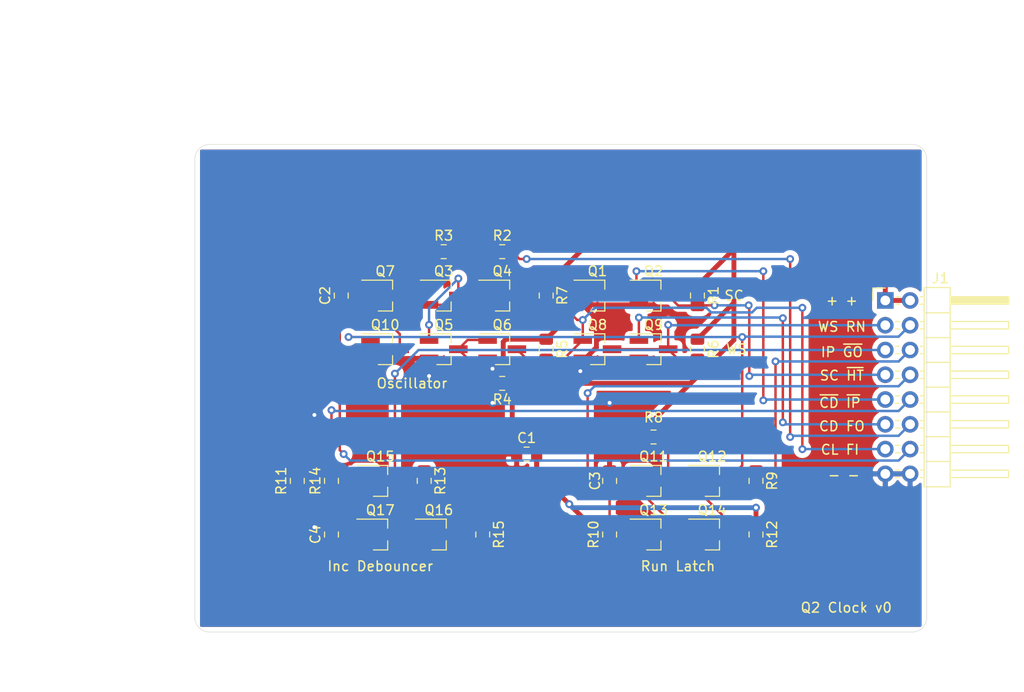
<source format=kicad_pcb>
(kicad_pcb (version 20171130) (host pcbnew "(5.1.6-0-10_14)")

  (general
    (thickness 1.6)
    (drawings 24)
    (tracks 258)
    (zones 0)
    (modules 37)
    (nets 26)
  )

  (page A4)
  (layers
    (0 F.Cu signal)
    (31 B.Cu signal)
    (32 B.Adhes user)
    (33 F.Adhes user)
    (34 B.Paste user)
    (35 F.Paste user)
    (36 B.SilkS user)
    (37 F.SilkS user)
    (38 B.Mask user)
    (39 F.Mask user)
    (40 Dwgs.User user)
    (41 Cmts.User user)
    (42 Eco1.User user)
    (43 Eco2.User user)
    (44 Edge.Cuts user)
    (45 Margin user)
    (46 B.CrtYd user)
    (47 F.CrtYd user)
    (48 B.Fab user)
    (49 F.Fab user)
  )

  (setup
    (last_trace_width 0.25)
    (user_trace_width 0.5)
    (trace_clearance 0.2)
    (zone_clearance 0.508)
    (zone_45_only no)
    (trace_min 0.2)
    (via_size 0.8)
    (via_drill 0.4)
    (via_min_size 0.4)
    (via_min_drill 0.3)
    (uvia_size 0.3)
    (uvia_drill 0.1)
    (uvias_allowed no)
    (uvia_min_size 0.2)
    (uvia_min_drill 0.1)
    (edge_width 0.05)
    (segment_width 0.2)
    (pcb_text_width 0.3)
    (pcb_text_size 1.5 1.5)
    (mod_edge_width 0.12)
    (mod_text_size 1 1)
    (mod_text_width 0.15)
    (pad_size 1.524 1.524)
    (pad_drill 0.762)
    (pad_to_mask_clearance 0.05)
    (aux_axis_origin 0 0)
    (visible_elements FFFFFF7F)
    (pcbplotparams
      (layerselection 0x010fc_ffffffff)
      (usegerberextensions false)
      (usegerberattributes true)
      (usegerberadvancedattributes true)
      (creategerberjobfile true)
      (excludeedgelayer true)
      (linewidth 0.100000)
      (plotframeref false)
      (viasonmask false)
      (mode 1)
      (useauxorigin false)
      (hpglpennumber 1)
      (hpglpenspeed 20)
      (hpglpendiameter 15.000000)
      (psnegative false)
      (psa4output false)
      (plotreference true)
      (plotvalue true)
      (plotinvisibletext false)
      (padsonsilk false)
      (subtractmaskfromsilk false)
      (outputformat 1)
      (mirror false)
      (drillshape 1)
      (scaleselection 1)
      (outputdirectory ""))
  )

  (net 0 "")
  (net 1 FAST_IN)
  (net 2 GND)
  (net 3 VCC)
  (net 4 SC)
  (net 5 CLK)
  (net 6 "Net-(Q3-Pad3)")
  (net 7 "Net-(Q3-Pad2)")
  (net 8 "Net-(Q4-Pad3)")
  (net 9 "Net-(Q5-Pad3)")
  (net 10 WS)
  (net 11 INCP_DB)
  (net 12 RUN)
  (net 13 "Net-(Q12-Pad2)")
  (net 14 ~STOP_SW)
  (net 15 ~START_SW)
  (net 16 "Net-(Q16-Pad3)")
  (net 17 ~INCP_SW)
  (net 18 CDIV)
  (net 19 ~CDIV)
  (net 20 FAST_OUT)
  (net 21 "Net-(Q11-Pad3)")
  (net 22 "Net-(C4-Pad2)")
  (net 23 "Net-(Q10-Pad3)")
  (net 24 "Net-(Q11-Pad2)")
  (net 25 "Net-(Q15-Pad2)")

  (net_class Default "This is the default net class."
    (clearance 0.2)
    (trace_width 0.25)
    (via_dia 0.8)
    (via_drill 0.4)
    (uvia_dia 0.3)
    (uvia_drill 0.1)
    (add_net CDIV)
    (add_net CLK)
    (add_net FAST_IN)
    (add_net FAST_OUT)
    (add_net GND)
    (add_net INCP_DB)
    (add_net "Net-(C4-Pad2)")
    (add_net "Net-(Q10-Pad3)")
    (add_net "Net-(Q11-Pad2)")
    (add_net "Net-(Q11-Pad3)")
    (add_net "Net-(Q12-Pad2)")
    (add_net "Net-(Q15-Pad2)")
    (add_net "Net-(Q16-Pad3)")
    (add_net "Net-(Q3-Pad2)")
    (add_net "Net-(Q3-Pad3)")
    (add_net "Net-(Q4-Pad3)")
    (add_net "Net-(Q5-Pad3)")
    (add_net RUN)
    (add_net SC)
    (add_net VCC)
    (add_net WS)
    (add_net ~CDIV)
    (add_net ~INCP_SW)
    (add_net ~START_SW)
    (add_net ~STOP_SW)
  )

  (module Resistor_SMD:R_0805_2012Metric_Pad1.15x1.40mm_HandSolder (layer F.Cu) (tedit 5F57C6E4) (tstamp 5F5646AC)
    (at 145 115.5 270)
    (descr "Resistor SMD 0805 (2012 Metric), square (rectangular) end terminal, IPC_7351 nominal with elongated pad for handsoldering. (Body size source: https://docs.google.com/spreadsheets/d/1BsfQQcO9C6DZCsRaXUlFlo91Tg2WpOkGARC1WS5S8t0/edit?usp=sharing), generated with kicad-footprint-generator")
    (tags "resistor handsolder")
    (path /5F58D869)
    (attr smd)
    (fp_text reference R15 (at 0 -1.65 90) (layer F.SilkS)
      (effects (font (size 1 1) (thickness 0.15)))
    )
    (fp_text value R (at 0 1.65 90) (layer F.Fab) hide
      (effects (font (size 1 1) (thickness 0.15)))
    )
    (fp_line (start 1.85 0.95) (end -1.85 0.95) (layer F.CrtYd) (width 0.05))
    (fp_line (start 1.85 -0.95) (end 1.85 0.95) (layer F.CrtYd) (width 0.05))
    (fp_line (start -1.85 -0.95) (end 1.85 -0.95) (layer F.CrtYd) (width 0.05))
    (fp_line (start -1.85 0.95) (end -1.85 -0.95) (layer F.CrtYd) (width 0.05))
    (fp_line (start -0.261252 0.71) (end 0.261252 0.71) (layer F.SilkS) (width 0.12))
    (fp_line (start -0.261252 -0.71) (end 0.261252 -0.71) (layer F.SilkS) (width 0.12))
    (fp_line (start 1 0.6) (end -1 0.6) (layer F.Fab) (width 0.1))
    (fp_line (start 1 -0.6) (end 1 0.6) (layer F.Fab) (width 0.1))
    (fp_line (start -1 -0.6) (end 1 -0.6) (layer F.Fab) (width 0.1))
    (fp_line (start -1 0.6) (end -1 -0.6) (layer F.Fab) (width 0.1))
    (fp_text user %R (at 0 0 90) (layer F.Fab)
      (effects (font (size 0.5 0.5) (thickness 0.08)))
    )
    (pad 2 smd roundrect (at 1.025 0 270) (size 1.15 1.4) (layers F.Cu F.Paste F.Mask) (roundrect_rratio 0.217391)
      (net 16 "Net-(Q16-Pad3)"))
    (pad 1 smd roundrect (at -1.025 0 270) (size 1.15 1.4) (layers F.Cu F.Paste F.Mask) (roundrect_rratio 0.217391)
      (net 3 VCC))
    (model ${KISYS3DMOD}/Resistor_SMD.3dshapes/R_0805_2012Metric.wrl
      (at (xyz 0 0 0))
      (scale (xyz 1 1 1))
      (rotate (xyz 0 0 0))
    )
  )

  (module Resistor_SMD:R_0805_2012Metric_Pad1.15x1.40mm_HandSolder (layer F.Cu) (tedit 5F57C6E4) (tstamp 5F56469B)
    (at 129.5 110 90)
    (descr "Resistor SMD 0805 (2012 Metric), square (rectangular) end terminal, IPC_7351 nominal with elongated pad for handsoldering. (Body size source: https://docs.google.com/spreadsheets/d/1BsfQQcO9C6DZCsRaXUlFlo91Tg2WpOkGARC1WS5S8t0/edit?usp=sharing), generated with kicad-footprint-generator")
    (tags "resistor handsolder")
    (path /5F58D877)
    (attr smd)
    (fp_text reference R14 (at 0 -1.65 90) (layer F.SilkS)
      (effects (font (size 1 1) (thickness 0.15)))
    )
    (fp_text value R (at 0 1.65 90) (layer F.Fab) hide
      (effects (font (size 1 1) (thickness 0.15)))
    )
    (fp_line (start 1.85 0.95) (end -1.85 0.95) (layer F.CrtYd) (width 0.05))
    (fp_line (start 1.85 -0.95) (end 1.85 0.95) (layer F.CrtYd) (width 0.05))
    (fp_line (start -1.85 -0.95) (end 1.85 -0.95) (layer F.CrtYd) (width 0.05))
    (fp_line (start -1.85 0.95) (end -1.85 -0.95) (layer F.CrtYd) (width 0.05))
    (fp_line (start -0.261252 0.71) (end 0.261252 0.71) (layer F.SilkS) (width 0.12))
    (fp_line (start -0.261252 -0.71) (end 0.261252 -0.71) (layer F.SilkS) (width 0.12))
    (fp_line (start 1 0.6) (end -1 0.6) (layer F.Fab) (width 0.1))
    (fp_line (start 1 -0.6) (end 1 0.6) (layer F.Fab) (width 0.1))
    (fp_line (start -1 -0.6) (end 1 -0.6) (layer F.Fab) (width 0.1))
    (fp_line (start -1 0.6) (end -1 -0.6) (layer F.Fab) (width 0.1))
    (fp_text user %R (at 0 0 90) (layer F.Fab)
      (effects (font (size 0.5 0.5) (thickness 0.08)))
    )
    (pad 2 smd roundrect (at 1.025 0 90) (size 1.15 1.4) (layers F.Cu F.Paste F.Mask) (roundrect_rratio 0.217391)
      (net 17 ~INCP_SW))
    (pad 1 smd roundrect (at -1.025 0 90) (size 1.15 1.4) (layers F.Cu F.Paste F.Mask) (roundrect_rratio 0.217391)
      (net 22 "Net-(C4-Pad2)"))
    (model ${KISYS3DMOD}/Resistor_SMD.3dshapes/R_0805_2012Metric.wrl
      (at (xyz 0 0 0))
      (scale (xyz 1 1 1))
      (rotate (xyz 0 0 0))
    )
  )

  (module Resistor_SMD:R_0805_2012Metric_Pad1.15x1.40mm_HandSolder (layer F.Cu) (tedit 5F57C6E4) (tstamp 5F56468A)
    (at 139 110 270)
    (descr "Resistor SMD 0805 (2012 Metric), square (rectangular) end terminal, IPC_7351 nominal with elongated pad for handsoldering. (Body size source: https://docs.google.com/spreadsheets/d/1BsfQQcO9C6DZCsRaXUlFlo91Tg2WpOkGARC1WS5S8t0/edit?usp=sharing), generated with kicad-footprint-generator")
    (tags "resistor handsolder")
    (path /5F58D89C)
    (attr smd)
    (fp_text reference R13 (at 0 -1.65 90) (layer F.SilkS)
      (effects (font (size 1 1) (thickness 0.15)))
    )
    (fp_text value R (at 0 1.65 90) (layer F.Fab) hide
      (effects (font (size 1 1) (thickness 0.15)))
    )
    (fp_line (start 1.85 0.95) (end -1.85 0.95) (layer F.CrtYd) (width 0.05))
    (fp_line (start 1.85 -0.95) (end 1.85 0.95) (layer F.CrtYd) (width 0.05))
    (fp_line (start -1.85 -0.95) (end 1.85 -0.95) (layer F.CrtYd) (width 0.05))
    (fp_line (start -1.85 0.95) (end -1.85 -0.95) (layer F.CrtYd) (width 0.05))
    (fp_line (start -0.261252 0.71) (end 0.261252 0.71) (layer F.SilkS) (width 0.12))
    (fp_line (start -0.261252 -0.71) (end 0.261252 -0.71) (layer F.SilkS) (width 0.12))
    (fp_line (start 1 0.6) (end -1 0.6) (layer F.Fab) (width 0.1))
    (fp_line (start 1 -0.6) (end 1 0.6) (layer F.Fab) (width 0.1))
    (fp_line (start -1 -0.6) (end 1 -0.6) (layer F.Fab) (width 0.1))
    (fp_line (start -1 0.6) (end -1 -0.6) (layer F.Fab) (width 0.1))
    (fp_text user %R (at 0 0 90) (layer F.Fab)
      (effects (font (size 0.5 0.5) (thickness 0.08)))
    )
    (pad 2 smd roundrect (at 1.025 0 270) (size 1.15 1.4) (layers F.Cu F.Paste F.Mask) (roundrect_rratio 0.217391)
      (net 11 INCP_DB))
    (pad 1 smd roundrect (at -1.025 0 270) (size 1.15 1.4) (layers F.Cu F.Paste F.Mask) (roundrect_rratio 0.217391)
      (net 3 VCC))
    (model ${KISYS3DMOD}/Resistor_SMD.3dshapes/R_0805_2012Metric.wrl
      (at (xyz 0 0 0))
      (scale (xyz 1 1 1))
      (rotate (xyz 0 0 0))
    )
  )

  (module Resistor_SMD:R_0805_2012Metric_Pad1.15x1.40mm_HandSolder (layer F.Cu) (tedit 5F57C6E4) (tstamp 5F564679)
    (at 173 115.5 270)
    (descr "Resistor SMD 0805 (2012 Metric), square (rectangular) end terminal, IPC_7351 nominal with elongated pad for handsoldering. (Body size source: https://docs.google.com/spreadsheets/d/1BsfQQcO9C6DZCsRaXUlFlo91Tg2WpOkGARC1WS5S8t0/edit?usp=sharing), generated with kicad-footprint-generator")
    (tags "resistor handsolder")
    (path /5FAAEB08)
    (attr smd)
    (fp_text reference R12 (at 0 -1.65 90) (layer F.SilkS)
      (effects (font (size 1 1) (thickness 0.15)))
    )
    (fp_text value R (at 0 1.65 90) (layer F.Fab) hide
      (effects (font (size 1 1) (thickness 0.15)))
    )
    (fp_line (start 1.85 0.95) (end -1.85 0.95) (layer F.CrtYd) (width 0.05))
    (fp_line (start 1.85 -0.95) (end 1.85 0.95) (layer F.CrtYd) (width 0.05))
    (fp_line (start -1.85 -0.95) (end 1.85 -0.95) (layer F.CrtYd) (width 0.05))
    (fp_line (start -1.85 0.95) (end -1.85 -0.95) (layer F.CrtYd) (width 0.05))
    (fp_line (start -0.261252 0.71) (end 0.261252 0.71) (layer F.SilkS) (width 0.12))
    (fp_line (start -0.261252 -0.71) (end 0.261252 -0.71) (layer F.SilkS) (width 0.12))
    (fp_line (start 1 0.6) (end -1 0.6) (layer F.Fab) (width 0.1))
    (fp_line (start 1 -0.6) (end 1 0.6) (layer F.Fab) (width 0.1))
    (fp_line (start -1 -0.6) (end 1 -0.6) (layer F.Fab) (width 0.1))
    (fp_line (start -1 0.6) (end -1 -0.6) (layer F.Fab) (width 0.1))
    (fp_text user %R (at 0 0 90) (layer F.Fab)
      (effects (font (size 0.5 0.5) (thickness 0.08)))
    )
    (pad 2 smd roundrect (at 1.025 0 270) (size 1.15 1.4) (layers F.Cu F.Paste F.Mask) (roundrect_rratio 0.217391)
      (net 15 ~START_SW))
    (pad 1 smd roundrect (at -1.025 0 270) (size 1.15 1.4) (layers F.Cu F.Paste F.Mask) (roundrect_rratio 0.217391)
      (net 3 VCC))
    (model ${KISYS3DMOD}/Resistor_SMD.3dshapes/R_0805_2012Metric.wrl
      (at (xyz 0 0 0))
      (scale (xyz 1 1 1))
      (rotate (xyz 0 0 0))
    )
  )

  (module Resistor_SMD:R_0805_2012Metric_Pad1.15x1.40mm_HandSolder (layer F.Cu) (tedit 5F57C6E4) (tstamp 5F564668)
    (at 158 115.5 90)
    (descr "Resistor SMD 0805 (2012 Metric), square (rectangular) end terminal, IPC_7351 nominal with elongated pad for handsoldering. (Body size source: https://docs.google.com/spreadsheets/d/1BsfQQcO9C6DZCsRaXUlFlo91Tg2WpOkGARC1WS5S8t0/edit?usp=sharing), generated with kicad-footprint-generator")
    (tags "resistor handsolder")
    (path /5FAAD385)
    (attr smd)
    (fp_text reference R10 (at 0 -1.65 90) (layer F.SilkS)
      (effects (font (size 1 1) (thickness 0.15)))
    )
    (fp_text value R (at 0 1.65 90) (layer F.Fab) hide
      (effects (font (size 1 1) (thickness 0.15)))
    )
    (fp_line (start 1.85 0.95) (end -1.85 0.95) (layer F.CrtYd) (width 0.05))
    (fp_line (start 1.85 -0.95) (end 1.85 0.95) (layer F.CrtYd) (width 0.05))
    (fp_line (start -1.85 -0.95) (end 1.85 -0.95) (layer F.CrtYd) (width 0.05))
    (fp_line (start -1.85 0.95) (end -1.85 -0.95) (layer F.CrtYd) (width 0.05))
    (fp_line (start -0.261252 0.71) (end 0.261252 0.71) (layer F.SilkS) (width 0.12))
    (fp_line (start -0.261252 -0.71) (end 0.261252 -0.71) (layer F.SilkS) (width 0.12))
    (fp_line (start 1 0.6) (end -1 0.6) (layer F.Fab) (width 0.1))
    (fp_line (start 1 -0.6) (end 1 0.6) (layer F.Fab) (width 0.1))
    (fp_line (start -1 -0.6) (end 1 -0.6) (layer F.Fab) (width 0.1))
    (fp_line (start -1 0.6) (end -1 -0.6) (layer F.Fab) (width 0.1))
    (fp_text user %R (at 0 0 90) (layer F.Fab)
      (effects (font (size 0.5 0.5) (thickness 0.08)))
    )
    (pad 2 smd roundrect (at 1.025 0 90) (size 1.15 1.4) (layers F.Cu F.Paste F.Mask) (roundrect_rratio 0.217391)
      (net 14 ~STOP_SW))
    (pad 1 smd roundrect (at -1.025 0 90) (size 1.15 1.4) (layers F.Cu F.Paste F.Mask) (roundrect_rratio 0.217391)
      (net 3 VCC))
    (model ${KISYS3DMOD}/Resistor_SMD.3dshapes/R_0805_2012Metric.wrl
      (at (xyz 0 0 0))
      (scale (xyz 1 1 1))
      (rotate (xyz 0 0 0))
    )
  )

  (module Resistor_SMD:R_0805_2012Metric_Pad1.15x1.40mm_HandSolder (layer F.Cu) (tedit 5F57C6E4) (tstamp 5F564657)
    (at 126 110 90)
    (descr "Resistor SMD 0805 (2012 Metric), square (rectangular) end terminal, IPC_7351 nominal with elongated pad for handsoldering. (Body size source: https://docs.google.com/spreadsheets/d/1BsfQQcO9C6DZCsRaXUlFlo91Tg2WpOkGARC1WS5S8t0/edit?usp=sharing), generated with kicad-footprint-generator")
    (tags "resistor handsolder")
    (path /5F5771A3)
    (attr smd)
    (fp_text reference R11 (at 0 -1.65 90) (layer F.SilkS)
      (effects (font (size 1 1) (thickness 0.15)))
    )
    (fp_text value R (at 0 1.65 90) (layer F.Fab) hide
      (effects (font (size 1 1) (thickness 0.15)))
    )
    (fp_line (start 1.85 0.95) (end -1.85 0.95) (layer F.CrtYd) (width 0.05))
    (fp_line (start 1.85 -0.95) (end 1.85 0.95) (layer F.CrtYd) (width 0.05))
    (fp_line (start -1.85 -0.95) (end 1.85 -0.95) (layer F.CrtYd) (width 0.05))
    (fp_line (start -1.85 0.95) (end -1.85 -0.95) (layer F.CrtYd) (width 0.05))
    (fp_line (start -0.261252 0.71) (end 0.261252 0.71) (layer F.SilkS) (width 0.12))
    (fp_line (start -0.261252 -0.71) (end 0.261252 -0.71) (layer F.SilkS) (width 0.12))
    (fp_line (start 1 0.6) (end -1 0.6) (layer F.Fab) (width 0.1))
    (fp_line (start 1 -0.6) (end 1 0.6) (layer F.Fab) (width 0.1))
    (fp_line (start -1 -0.6) (end 1 -0.6) (layer F.Fab) (width 0.1))
    (fp_line (start -1 0.6) (end -1 -0.6) (layer F.Fab) (width 0.1))
    (fp_text user %R (at 0 0 90) (layer F.Fab)
      (effects (font (size 0.5 0.5) (thickness 0.08)))
    )
    (pad 2 smd roundrect (at 1.025 0 90) (size 1.15 1.4) (layers F.Cu F.Paste F.Mask) (roundrect_rratio 0.217391)
      (net 17 ~INCP_SW))
    (pad 1 smd roundrect (at -1.025 0 90) (size 1.15 1.4) (layers F.Cu F.Paste F.Mask) (roundrect_rratio 0.217391)
      (net 3 VCC))
    (model ${KISYS3DMOD}/Resistor_SMD.3dshapes/R_0805_2012Metric.wrl
      (at (xyz 0 0 0))
      (scale (xyz 1 1 1))
      (rotate (xyz 0 0 0))
    )
  )

  (module Resistor_SMD:R_0805_2012Metric_Pad1.15x1.40mm_HandSolder (layer F.Cu) (tedit 5F57C6E4) (tstamp 5F564646)
    (at 173 110 270)
    (descr "Resistor SMD 0805 (2012 Metric), square (rectangular) end terminal, IPC_7351 nominal with elongated pad for handsoldering. (Body size source: https://docs.google.com/spreadsheets/d/1BsfQQcO9C6DZCsRaXUlFlo91Tg2WpOkGARC1WS5S8t0/edit?usp=sharing), generated with kicad-footprint-generator")
    (tags "resistor handsolder")
    (path /5FA7FB41)
    (attr smd)
    (fp_text reference R9 (at 0 -1.65 90) (layer F.SilkS)
      (effects (font (size 1 1) (thickness 0.15)))
    )
    (fp_text value R (at 0 1.65 90) (layer F.Fab) hide
      (effects (font (size 1 1) (thickness 0.15)))
    )
    (fp_line (start 1.85 0.95) (end -1.85 0.95) (layer F.CrtYd) (width 0.05))
    (fp_line (start 1.85 -0.95) (end 1.85 0.95) (layer F.CrtYd) (width 0.05))
    (fp_line (start -1.85 -0.95) (end 1.85 -0.95) (layer F.CrtYd) (width 0.05))
    (fp_line (start -1.85 0.95) (end -1.85 -0.95) (layer F.CrtYd) (width 0.05))
    (fp_line (start -0.261252 0.71) (end 0.261252 0.71) (layer F.SilkS) (width 0.12))
    (fp_line (start -0.261252 -0.71) (end 0.261252 -0.71) (layer F.SilkS) (width 0.12))
    (fp_line (start 1 0.6) (end -1 0.6) (layer F.Fab) (width 0.1))
    (fp_line (start 1 -0.6) (end 1 0.6) (layer F.Fab) (width 0.1))
    (fp_line (start -1 -0.6) (end 1 -0.6) (layer F.Fab) (width 0.1))
    (fp_line (start -1 0.6) (end -1 -0.6) (layer F.Fab) (width 0.1))
    (fp_text user %R (at 0 0 90) (layer F.Fab)
      (effects (font (size 0.5 0.5) (thickness 0.08)))
    )
    (pad 2 smd roundrect (at 1.025 0 270) (size 1.15 1.4) (layers F.Cu F.Paste F.Mask) (roundrect_rratio 0.217391)
      (net 12 RUN))
    (pad 1 smd roundrect (at -1.025 0 270) (size 1.15 1.4) (layers F.Cu F.Paste F.Mask) (roundrect_rratio 0.217391)
      (net 3 VCC))
    (model ${KISYS3DMOD}/Resistor_SMD.3dshapes/R_0805_2012Metric.wrl
      (at (xyz 0 0 0))
      (scale (xyz 1 1 1))
      (rotate (xyz 0 0 0))
    )
  )

  (module Resistor_SMD:R_0805_2012Metric_Pad1.15x1.40mm_HandSolder (layer F.Cu) (tedit 5F57C6E4) (tstamp 5F564635)
    (at 162.5 105.5)
    (descr "Resistor SMD 0805 (2012 Metric), square (rectangular) end terminal, IPC_7351 nominal with elongated pad for handsoldering. (Body size source: https://docs.google.com/spreadsheets/d/1BsfQQcO9C6DZCsRaXUlFlo91Tg2WpOkGARC1WS5S8t0/edit?usp=sharing), generated with kicad-footprint-generator")
    (tags "resistor handsolder")
    (path /5FA7FB35)
    (attr smd)
    (fp_text reference R8 (at 0 -2) (layer F.SilkS)
      (effects (font (size 1 1) (thickness 0.15)))
    )
    (fp_text value R (at 0 1.65) (layer F.Fab) hide
      (effects (font (size 1 1) (thickness 0.15)))
    )
    (fp_line (start 1.85 0.95) (end -1.85 0.95) (layer F.CrtYd) (width 0.05))
    (fp_line (start 1.85 -0.95) (end 1.85 0.95) (layer F.CrtYd) (width 0.05))
    (fp_line (start -1.85 -0.95) (end 1.85 -0.95) (layer F.CrtYd) (width 0.05))
    (fp_line (start -1.85 0.95) (end -1.85 -0.95) (layer F.CrtYd) (width 0.05))
    (fp_line (start -0.261252 0.71) (end 0.261252 0.71) (layer F.SilkS) (width 0.12))
    (fp_line (start -0.261252 -0.71) (end 0.261252 -0.71) (layer F.SilkS) (width 0.12))
    (fp_line (start 1 0.6) (end -1 0.6) (layer F.Fab) (width 0.1))
    (fp_line (start 1 -0.6) (end 1 0.6) (layer F.Fab) (width 0.1))
    (fp_line (start -1 -0.6) (end 1 -0.6) (layer F.Fab) (width 0.1))
    (fp_line (start -1 0.6) (end -1 -0.6) (layer F.Fab) (width 0.1))
    (fp_text user %R (at 0 0) (layer F.Fab)
      (effects (font (size 0.5 0.5) (thickness 0.08)))
    )
    (pad 2 smd roundrect (at 1.025 0) (size 1.15 1.4) (layers F.Cu F.Paste F.Mask) (roundrect_rratio 0.217391)
      (net 21 "Net-(Q11-Pad3)"))
    (pad 1 smd roundrect (at -1.025 0) (size 1.15 1.4) (layers F.Cu F.Paste F.Mask) (roundrect_rratio 0.217391)
      (net 3 VCC))
    (model ${KISYS3DMOD}/Resistor_SMD.3dshapes/R_0805_2012Metric.wrl
      (at (xyz 0 0 0))
      (scale (xyz 1 1 1))
      (rotate (xyz 0 0 0))
    )
  )

  (module Resistor_SMD:R_0805_2012Metric_Pad1.15x1.40mm_HandSolder (layer F.Cu) (tedit 5F57C6E4) (tstamp 5F564624)
    (at 151.5 91 270)
    (descr "Resistor SMD 0805 (2012 Metric), square (rectangular) end terminal, IPC_7351 nominal with elongated pad for handsoldering. (Body size source: https://docs.google.com/spreadsheets/d/1BsfQQcO9C6DZCsRaXUlFlo91Tg2WpOkGARC1WS5S8t0/edit?usp=sharing), generated with kicad-footprint-generator")
    (tags "resistor handsolder")
    (path /5FA7FB76)
    (attr smd)
    (fp_text reference R7 (at 0 -1.65 90) (layer F.SilkS)
      (effects (font (size 1 1) (thickness 0.15)))
    )
    (fp_text value R (at 0 1.65 90) (layer F.Fab) hide
      (effects (font (size 1 1) (thickness 0.15)))
    )
    (fp_line (start 1.85 0.95) (end -1.85 0.95) (layer F.CrtYd) (width 0.05))
    (fp_line (start 1.85 -0.95) (end 1.85 0.95) (layer F.CrtYd) (width 0.05))
    (fp_line (start -1.85 -0.95) (end 1.85 -0.95) (layer F.CrtYd) (width 0.05))
    (fp_line (start -1.85 0.95) (end -1.85 -0.95) (layer F.CrtYd) (width 0.05))
    (fp_line (start -0.261252 0.71) (end 0.261252 0.71) (layer F.SilkS) (width 0.12))
    (fp_line (start -0.261252 -0.71) (end 0.261252 -0.71) (layer F.SilkS) (width 0.12))
    (fp_line (start 1 0.6) (end -1 0.6) (layer F.Fab) (width 0.1))
    (fp_line (start 1 -0.6) (end 1 0.6) (layer F.Fab) (width 0.1))
    (fp_line (start -1 -0.6) (end 1 -0.6) (layer F.Fab) (width 0.1))
    (fp_line (start -1 0.6) (end -1 -0.6) (layer F.Fab) (width 0.1))
    (fp_text user %R (at 0 0 90) (layer F.Fab)
      (effects (font (size 0.5 0.5) (thickness 0.08)))
    )
    (pad 2 smd roundrect (at 1.025 0 270) (size 1.15 1.4) (layers F.Cu F.Paste F.Mask) (roundrect_rratio 0.217391)
      (net 8 "Net-(Q4-Pad3)"))
    (pad 1 smd roundrect (at -1.025 0 270) (size 1.15 1.4) (layers F.Cu F.Paste F.Mask) (roundrect_rratio 0.217391)
      (net 3 VCC))
    (model ${KISYS3DMOD}/Resistor_SMD.3dshapes/R_0805_2012Metric.wrl
      (at (xyz 0 0 0))
      (scale (xyz 1 1 1))
      (rotate (xyz 0 0 0))
    )
  )

  (module Resistor_SMD:R_0805_2012Metric_Pad1.15x1.40mm_HandSolder (layer F.Cu) (tedit 5F57C6E4) (tstamp 5F564613)
    (at 147 86.5)
    (descr "Resistor SMD 0805 (2012 Metric), square (rectangular) end terminal, IPC_7351 nominal with elongated pad for handsoldering. (Body size source: https://docs.google.com/spreadsheets/d/1BsfQQcO9C6DZCsRaXUlFlo91Tg2WpOkGARC1WS5S8t0/edit?usp=sharing), generated with kicad-footprint-generator")
    (tags "resistor handsolder")
    (path /5F57B5C5)
    (attr smd)
    (fp_text reference R2 (at 0 -1.65) (layer F.SilkS)
      (effects (font (size 1 1) (thickness 0.15)))
    )
    (fp_text value R (at 0 1.65) (layer F.Fab) hide
      (effects (font (size 1 1) (thickness 0.15)))
    )
    (fp_line (start 1.85 0.95) (end -1.85 0.95) (layer F.CrtYd) (width 0.05))
    (fp_line (start 1.85 -0.95) (end 1.85 0.95) (layer F.CrtYd) (width 0.05))
    (fp_line (start -1.85 -0.95) (end 1.85 -0.95) (layer F.CrtYd) (width 0.05))
    (fp_line (start -1.85 0.95) (end -1.85 -0.95) (layer F.CrtYd) (width 0.05))
    (fp_line (start -0.261252 0.71) (end 0.261252 0.71) (layer F.SilkS) (width 0.12))
    (fp_line (start -0.261252 -0.71) (end 0.261252 -0.71) (layer F.SilkS) (width 0.12))
    (fp_line (start 1 0.6) (end -1 0.6) (layer F.Fab) (width 0.1))
    (fp_line (start 1 -0.6) (end 1 0.6) (layer F.Fab) (width 0.1))
    (fp_line (start -1 -0.6) (end 1 -0.6) (layer F.Fab) (width 0.1))
    (fp_line (start -1 0.6) (end -1 -0.6) (layer F.Fab) (width 0.1))
    (fp_text user %R (at 0 0) (layer F.Fab)
      (effects (font (size 0.5 0.5) (thickness 0.08)))
    )
    (pad 2 smd roundrect (at 1.025 0) (size 1.15 1.4) (layers F.Cu F.Paste F.Mask) (roundrect_rratio 0.217391)
      (net 20 FAST_OUT))
    (pad 1 smd roundrect (at -1.025 0) (size 1.15 1.4) (layers F.Cu F.Paste F.Mask) (roundrect_rratio 0.217391)
      (net 6 "Net-(Q3-Pad3)"))
    (model ${KISYS3DMOD}/Resistor_SMD.3dshapes/R_0805_2012Metric.wrl
      (at (xyz 0 0 0))
      (scale (xyz 1 1 1))
      (rotate (xyz 0 0 0))
    )
  )

  (module Resistor_SMD:R_0805_2012Metric_Pad1.15x1.40mm_HandSolder (layer F.Cu) (tedit 5F57C6E4) (tstamp 5F564602)
    (at 167 96.5 270)
    (descr "Resistor SMD 0805 (2012 Metric), square (rectangular) end terminal, IPC_7351 nominal with elongated pad for handsoldering. (Body size source: https://docs.google.com/spreadsheets/d/1BsfQQcO9C6DZCsRaXUlFlo91Tg2WpOkGARC1WS5S8t0/edit?usp=sharing), generated with kicad-footprint-generator")
    (tags "resistor handsolder")
    (path /5FA7FBC6)
    (attr smd)
    (fp_text reference R6 (at 0 -1.65 90) (layer F.SilkS)
      (effects (font (size 1 1) (thickness 0.15)))
    )
    (fp_text value R (at 0 1.65 90) (layer F.Fab) hide
      (effects (font (size 1 1) (thickness 0.15)))
    )
    (fp_line (start 1.85 0.95) (end -1.85 0.95) (layer F.CrtYd) (width 0.05))
    (fp_line (start 1.85 -0.95) (end 1.85 0.95) (layer F.CrtYd) (width 0.05))
    (fp_line (start -1.85 -0.95) (end 1.85 -0.95) (layer F.CrtYd) (width 0.05))
    (fp_line (start -1.85 0.95) (end -1.85 -0.95) (layer F.CrtYd) (width 0.05))
    (fp_line (start -0.261252 0.71) (end 0.261252 0.71) (layer F.SilkS) (width 0.12))
    (fp_line (start -0.261252 -0.71) (end 0.261252 -0.71) (layer F.SilkS) (width 0.12))
    (fp_line (start 1 0.6) (end -1 0.6) (layer F.Fab) (width 0.1))
    (fp_line (start 1 -0.6) (end 1 0.6) (layer F.Fab) (width 0.1))
    (fp_line (start -1 -0.6) (end 1 -0.6) (layer F.Fab) (width 0.1))
    (fp_line (start -1 0.6) (end -1 -0.6) (layer F.Fab) (width 0.1))
    (fp_text user %R (at 0 0 90) (layer F.Fab)
      (effects (font (size 0.5 0.5) (thickness 0.08)))
    )
    (pad 2 smd roundrect (at 1.025 0 270) (size 1.15 1.4) (layers F.Cu F.Paste F.Mask) (roundrect_rratio 0.217391)
      (net 10 WS))
    (pad 1 smd roundrect (at -1.025 0 270) (size 1.15 1.4) (layers F.Cu F.Paste F.Mask) (roundrect_rratio 0.217391)
      (net 3 VCC))
    (model ${KISYS3DMOD}/Resistor_SMD.3dshapes/R_0805_2012Metric.wrl
      (at (xyz 0 0 0))
      (scale (xyz 1 1 1))
      (rotate (xyz 0 0 0))
    )
  )

  (module Resistor_SMD:R_0805_2012Metric_Pad1.15x1.40mm_HandSolder (layer F.Cu) (tedit 5F57C6E4) (tstamp 5F5645E0)
    (at 151.5 96.5 270)
    (descr "Resistor SMD 0805 (2012 Metric), square (rectangular) end terminal, IPC_7351 nominal with elongated pad for handsoldering. (Body size source: https://docs.google.com/spreadsheets/d/1BsfQQcO9C6DZCsRaXUlFlo91Tg2WpOkGARC1WS5S8t0/edit?usp=sharing), generated with kicad-footprint-generator")
    (tags "resistor handsolder")
    (path /5FA7FBB1)
    (attr smd)
    (fp_text reference R5 (at 0 -1.65 90) (layer F.SilkS)
      (effects (font (size 1 1) (thickness 0.15)))
    )
    (fp_text value R (at 0 1.65 90) (layer F.Fab) hide
      (effects (font (size 1 1) (thickness 0.15)))
    )
    (fp_line (start 1.85 0.95) (end -1.85 0.95) (layer F.CrtYd) (width 0.05))
    (fp_line (start 1.85 -0.95) (end 1.85 0.95) (layer F.CrtYd) (width 0.05))
    (fp_line (start -1.85 -0.95) (end 1.85 -0.95) (layer F.CrtYd) (width 0.05))
    (fp_line (start -1.85 0.95) (end -1.85 -0.95) (layer F.CrtYd) (width 0.05))
    (fp_line (start -0.261252 0.71) (end 0.261252 0.71) (layer F.SilkS) (width 0.12))
    (fp_line (start -0.261252 -0.71) (end 0.261252 -0.71) (layer F.SilkS) (width 0.12))
    (fp_line (start 1 0.6) (end -1 0.6) (layer F.Fab) (width 0.1))
    (fp_line (start 1 -0.6) (end 1 0.6) (layer F.Fab) (width 0.1))
    (fp_line (start -1 -0.6) (end 1 -0.6) (layer F.Fab) (width 0.1))
    (fp_line (start -1 0.6) (end -1 -0.6) (layer F.Fab) (width 0.1))
    (fp_text user %R (at 0 0 90) (layer F.Fab)
      (effects (font (size 0.5 0.5) (thickness 0.08)))
    )
    (pad 2 smd roundrect (at 1.025 0 270) (size 1.15 1.4) (layers F.Cu F.Paste F.Mask) (roundrect_rratio 0.217391)
      (net 5 CLK))
    (pad 1 smd roundrect (at -1.025 0 270) (size 1.15 1.4) (layers F.Cu F.Paste F.Mask) (roundrect_rratio 0.217391)
      (net 3 VCC))
    (model ${KISYS3DMOD}/Resistor_SMD.3dshapes/R_0805_2012Metric.wrl
      (at (xyz 0 0 0))
      (scale (xyz 1 1 1))
      (rotate (xyz 0 0 0))
    )
  )

  (module Resistor_SMD:R_0805_2012Metric_Pad1.15x1.40mm_HandSolder (layer F.Cu) (tedit 5F57C6E4) (tstamp 5F5645CF)
    (at 147 100 180)
    (descr "Resistor SMD 0805 (2012 Metric), square (rectangular) end terminal, IPC_7351 nominal with elongated pad for handsoldering. (Body size source: https://docs.google.com/spreadsheets/d/1BsfQQcO9C6DZCsRaXUlFlo91Tg2WpOkGARC1WS5S8t0/edit?usp=sharing), generated with kicad-footprint-generator")
    (tags "resistor handsolder")
    (path /5FA7FC85)
    (attr smd)
    (fp_text reference R4 (at 0 -1.65) (layer F.SilkS)
      (effects (font (size 1 1) (thickness 0.15)))
    )
    (fp_text value R (at 0 1.65) (layer F.Fab) hide
      (effects (font (size 1 1) (thickness 0.15)))
    )
    (fp_line (start 1.85 0.95) (end -1.85 0.95) (layer F.CrtYd) (width 0.05))
    (fp_line (start 1.85 -0.95) (end 1.85 0.95) (layer F.CrtYd) (width 0.05))
    (fp_line (start -1.85 -0.95) (end 1.85 -0.95) (layer F.CrtYd) (width 0.05))
    (fp_line (start -1.85 0.95) (end -1.85 -0.95) (layer F.CrtYd) (width 0.05))
    (fp_line (start -0.261252 0.71) (end 0.261252 0.71) (layer F.SilkS) (width 0.12))
    (fp_line (start -0.261252 -0.71) (end 0.261252 -0.71) (layer F.SilkS) (width 0.12))
    (fp_line (start 1 0.6) (end -1 0.6) (layer F.Fab) (width 0.1))
    (fp_line (start 1 -0.6) (end 1 0.6) (layer F.Fab) (width 0.1))
    (fp_line (start -1 -0.6) (end 1 -0.6) (layer F.Fab) (width 0.1))
    (fp_line (start -1 0.6) (end -1 -0.6) (layer F.Fab) (width 0.1))
    (fp_text user %R (at 0 0) (layer F.Fab)
      (effects (font (size 0.5 0.5) (thickness 0.08)))
    )
    (pad 2 smd roundrect (at 1.025 0 180) (size 1.15 1.4) (layers F.Cu F.Paste F.Mask) (roundrect_rratio 0.217391)
      (net 9 "Net-(Q5-Pad3)"))
    (pad 1 smd roundrect (at -1.025 0 180) (size 1.15 1.4) (layers F.Cu F.Paste F.Mask) (roundrect_rratio 0.217391)
      (net 3 VCC))
    (model ${KISYS3DMOD}/Resistor_SMD.3dshapes/R_0805_2012Metric.wrl
      (at (xyz 0 0 0))
      (scale (xyz 1 1 1))
      (rotate (xyz 0 0 0))
    )
  )

  (module Resistor_SMD:R_0805_2012Metric_Pad1.15x1.40mm_HandSolder (layer F.Cu) (tedit 5F57C6E4) (tstamp 5F5645BE)
    (at 141 86.5)
    (descr "Resistor SMD 0805 (2012 Metric), square (rectangular) end terminal, IPC_7351 nominal with elongated pad for handsoldering. (Body size source: https://docs.google.com/spreadsheets/d/1BsfQQcO9C6DZCsRaXUlFlo91Tg2WpOkGARC1WS5S8t0/edit?usp=sharing), generated with kicad-footprint-generator")
    (tags "resistor handsolder")
    (path /5FA7FC60)
    (attr smd)
    (fp_text reference R3 (at 0 -1.65) (layer F.SilkS)
      (effects (font (size 1 1) (thickness 0.15)))
    )
    (fp_text value R (at 0 1.65) (layer F.Fab) hide
      (effects (font (size 1 1) (thickness 0.15)))
    )
    (fp_line (start 1.85 0.95) (end -1.85 0.95) (layer F.CrtYd) (width 0.05))
    (fp_line (start 1.85 -0.95) (end 1.85 0.95) (layer F.CrtYd) (width 0.05))
    (fp_line (start -1.85 -0.95) (end 1.85 -0.95) (layer F.CrtYd) (width 0.05))
    (fp_line (start -1.85 0.95) (end -1.85 -0.95) (layer F.CrtYd) (width 0.05))
    (fp_line (start -0.261252 0.71) (end 0.261252 0.71) (layer F.SilkS) (width 0.12))
    (fp_line (start -0.261252 -0.71) (end 0.261252 -0.71) (layer F.SilkS) (width 0.12))
    (fp_line (start 1 0.6) (end -1 0.6) (layer F.Fab) (width 0.1))
    (fp_line (start 1 -0.6) (end 1 0.6) (layer F.Fab) (width 0.1))
    (fp_line (start -1 -0.6) (end 1 -0.6) (layer F.Fab) (width 0.1))
    (fp_line (start -1 0.6) (end -1 -0.6) (layer F.Fab) (width 0.1))
    (fp_text user %R (at 0 0) (layer F.Fab)
      (effects (font (size 0.5 0.5) (thickness 0.08)))
    )
    (pad 2 smd roundrect (at 1.025 0) (size 1.15 1.4) (layers F.Cu F.Paste F.Mask) (roundrect_rratio 0.217391)
      (net 6 "Net-(Q3-Pad3)"))
    (pad 1 smd roundrect (at -1.025 0) (size 1.15 1.4) (layers F.Cu F.Paste F.Mask) (roundrect_rratio 0.217391)
      (net 3 VCC))
    (model ${KISYS3DMOD}/Resistor_SMD.3dshapes/R_0805_2012Metric.wrl
      (at (xyz 0 0 0))
      (scale (xyz 1 1 1))
      (rotate (xyz 0 0 0))
    )
  )

  (module Resistor_SMD:R_0805_2012Metric_Pad1.15x1.40mm_HandSolder (layer F.Cu) (tedit 5F57C6E4) (tstamp 5F5645AD)
    (at 167 91 270)
    (descr "Resistor SMD 0805 (2012 Metric), square (rectangular) end terminal, IPC_7351 nominal with elongated pad for handsoldering. (Body size source: https://docs.google.com/spreadsheets/d/1BsfQQcO9C6DZCsRaXUlFlo91Tg2WpOkGARC1WS5S8t0/edit?usp=sharing), generated with kicad-footprint-generator")
    (tags "resistor handsolder")
    (path /5FA7FBF6)
    (attr smd)
    (fp_text reference R1 (at 0 -1.65 90) (layer F.SilkS)
      (effects (font (size 1 1) (thickness 0.15)))
    )
    (fp_text value R (at 0 1.65 90) (layer F.Fab) hide
      (effects (font (size 1 1) (thickness 0.15)))
    )
    (fp_line (start 1.85 0.95) (end -1.85 0.95) (layer F.CrtYd) (width 0.05))
    (fp_line (start 1.85 -0.95) (end 1.85 0.95) (layer F.CrtYd) (width 0.05))
    (fp_line (start -1.85 -0.95) (end 1.85 -0.95) (layer F.CrtYd) (width 0.05))
    (fp_line (start -1.85 0.95) (end -1.85 -0.95) (layer F.CrtYd) (width 0.05))
    (fp_line (start -0.261252 0.71) (end 0.261252 0.71) (layer F.SilkS) (width 0.12))
    (fp_line (start -0.261252 -0.71) (end 0.261252 -0.71) (layer F.SilkS) (width 0.12))
    (fp_line (start 1 0.6) (end -1 0.6) (layer F.Fab) (width 0.1))
    (fp_line (start 1 -0.6) (end 1 0.6) (layer F.Fab) (width 0.1))
    (fp_line (start -1 -0.6) (end 1 -0.6) (layer F.Fab) (width 0.1))
    (fp_line (start -1 0.6) (end -1 -0.6) (layer F.Fab) (width 0.1))
    (fp_text user %R (at 0 0 90) (layer F.Fab)
      (effects (font (size 0.5 0.5) (thickness 0.08)))
    )
    (pad 2 smd roundrect (at 1.025 0 270) (size 1.15 1.4) (layers F.Cu F.Paste F.Mask) (roundrect_rratio 0.217391)
      (net 4 SC))
    (pad 1 smd roundrect (at -1.025 0 270) (size 1.15 1.4) (layers F.Cu F.Paste F.Mask) (roundrect_rratio 0.217391)
      (net 3 VCC))
    (model ${KISYS3DMOD}/Resistor_SMD.3dshapes/R_0805_2012Metric.wrl
      (at (xyz 0 0 0))
      (scale (xyz 1 1 1))
      (rotate (xyz 0 0 0))
    )
  )

  (module Capacitor_SMD:C_0805_2012Metric_Pad1.15x1.40mm_HandSolder (layer F.Cu) (tedit 5B36C52B) (tstamp 5F565F42)
    (at 158 110 270)
    (descr "Capacitor SMD 0805 (2012 Metric), square (rectangular) end terminal, IPC_7351 nominal with elongated pad for handsoldering. (Body size source: https://docs.google.com/spreadsheets/d/1BsfQQcO9C6DZCsRaXUlFlo91Tg2WpOkGARC1WS5S8t0/edit?usp=sharing), generated with kicad-footprint-generator")
    (tags "capacitor handsolder")
    (path /5F5E451D)
    (attr smd)
    (fp_text reference C3 (at 0 1.5 90) (layer F.SilkS)
      (effects (font (size 1 1) (thickness 0.15)))
    )
    (fp_text value C (at 0 1.65 90) (layer F.Fab) hide
      (effects (font (size 1 1) (thickness 0.15)))
    )
    (fp_line (start 1.85 0.95) (end -1.85 0.95) (layer F.CrtYd) (width 0.05))
    (fp_line (start 1.85 -0.95) (end 1.85 0.95) (layer F.CrtYd) (width 0.05))
    (fp_line (start -1.85 -0.95) (end 1.85 -0.95) (layer F.CrtYd) (width 0.05))
    (fp_line (start -1.85 0.95) (end -1.85 -0.95) (layer F.CrtYd) (width 0.05))
    (fp_line (start -0.261252 0.71) (end 0.261252 0.71) (layer F.SilkS) (width 0.12))
    (fp_line (start -0.261252 -0.71) (end 0.261252 -0.71) (layer F.SilkS) (width 0.12))
    (fp_line (start 1 0.6) (end -1 0.6) (layer F.Fab) (width 0.1))
    (fp_line (start 1 -0.6) (end 1 0.6) (layer F.Fab) (width 0.1))
    (fp_line (start -1 -0.6) (end 1 -0.6) (layer F.Fab) (width 0.1))
    (fp_line (start -1 0.6) (end -1 -0.6) (layer F.Fab) (width 0.1))
    (fp_text user %R (at 0 0 90) (layer F.Fab)
      (effects (font (size 0.5 0.5) (thickness 0.08)))
    )
    (pad 2 smd roundrect (at 1.025 0 270) (size 1.15 1.4) (layers F.Cu F.Paste F.Mask) (roundrect_rratio 0.217391)
      (net 14 ~STOP_SW))
    (pad 1 smd roundrect (at -1.025 0 270) (size 1.15 1.4) (layers F.Cu F.Paste F.Mask) (roundrect_rratio 0.217391)
      (net 2 GND))
    (model ${KISYS3DMOD}/Capacitor_SMD.3dshapes/C_0805_2012Metric.wrl
      (at (xyz 0 0 0))
      (scale (xyz 1 1 1))
      (rotate (xyz 0 0 0))
    )
  )

  (module Connector_PinHeader_2.54mm:PinHeader_2x08_P2.54mm_Horizontal (layer F.Cu) (tedit 59FED5CB) (tstamp 5F565349)
    (at 186.25 91.5)
    (descr "Through hole angled pin header, 2x08, 2.54mm pitch, 6mm pin length, double rows")
    (tags "Through hole angled pin header THT 2x08 2.54mm double row")
    (path /5FA827D6)
    (fp_text reference J1 (at 5.655 -2.27) (layer F.SilkS)
      (effects (font (size 1 1) (thickness 0.15)))
    )
    (fp_text value Conn_02x08_Odd_Even (at 5.655 20.05) (layer F.Fab)
      (effects (font (size 1 1) (thickness 0.15)))
    )
    (fp_line (start 13.1 -1.8) (end -1.8 -1.8) (layer F.CrtYd) (width 0.05))
    (fp_line (start 13.1 19.55) (end 13.1 -1.8) (layer F.CrtYd) (width 0.05))
    (fp_line (start -1.8 19.55) (end 13.1 19.55) (layer F.CrtYd) (width 0.05))
    (fp_line (start -1.8 -1.8) (end -1.8 19.55) (layer F.CrtYd) (width 0.05))
    (fp_line (start -1.27 -1.27) (end 0 -1.27) (layer F.SilkS) (width 0.12))
    (fp_line (start -1.27 0) (end -1.27 -1.27) (layer F.SilkS) (width 0.12))
    (fp_line (start 1.042929 18.16) (end 1.497071 18.16) (layer F.SilkS) (width 0.12))
    (fp_line (start 1.042929 17.4) (end 1.497071 17.4) (layer F.SilkS) (width 0.12))
    (fp_line (start 3.582929 18.16) (end 3.98 18.16) (layer F.SilkS) (width 0.12))
    (fp_line (start 3.582929 17.4) (end 3.98 17.4) (layer F.SilkS) (width 0.12))
    (fp_line (start 12.64 18.16) (end 6.64 18.16) (layer F.SilkS) (width 0.12))
    (fp_line (start 12.64 17.4) (end 12.64 18.16) (layer F.SilkS) (width 0.12))
    (fp_line (start 6.64 17.4) (end 12.64 17.4) (layer F.SilkS) (width 0.12))
    (fp_line (start 3.98 16.51) (end 6.64 16.51) (layer F.SilkS) (width 0.12))
    (fp_line (start 1.042929 15.62) (end 1.497071 15.62) (layer F.SilkS) (width 0.12))
    (fp_line (start 1.042929 14.86) (end 1.497071 14.86) (layer F.SilkS) (width 0.12))
    (fp_line (start 3.582929 15.62) (end 3.98 15.62) (layer F.SilkS) (width 0.12))
    (fp_line (start 3.582929 14.86) (end 3.98 14.86) (layer F.SilkS) (width 0.12))
    (fp_line (start 12.64 15.62) (end 6.64 15.62) (layer F.SilkS) (width 0.12))
    (fp_line (start 12.64 14.86) (end 12.64 15.62) (layer F.SilkS) (width 0.12))
    (fp_line (start 6.64 14.86) (end 12.64 14.86) (layer F.SilkS) (width 0.12))
    (fp_line (start 3.98 13.97) (end 6.64 13.97) (layer F.SilkS) (width 0.12))
    (fp_line (start 1.042929 13.08) (end 1.497071 13.08) (layer F.SilkS) (width 0.12))
    (fp_line (start 1.042929 12.32) (end 1.497071 12.32) (layer F.SilkS) (width 0.12))
    (fp_line (start 3.582929 13.08) (end 3.98 13.08) (layer F.SilkS) (width 0.12))
    (fp_line (start 3.582929 12.32) (end 3.98 12.32) (layer F.SilkS) (width 0.12))
    (fp_line (start 12.64 13.08) (end 6.64 13.08) (layer F.SilkS) (width 0.12))
    (fp_line (start 12.64 12.32) (end 12.64 13.08) (layer F.SilkS) (width 0.12))
    (fp_line (start 6.64 12.32) (end 12.64 12.32) (layer F.SilkS) (width 0.12))
    (fp_line (start 3.98 11.43) (end 6.64 11.43) (layer F.SilkS) (width 0.12))
    (fp_line (start 1.042929 10.54) (end 1.497071 10.54) (layer F.SilkS) (width 0.12))
    (fp_line (start 1.042929 9.78) (end 1.497071 9.78) (layer F.SilkS) (width 0.12))
    (fp_line (start 3.582929 10.54) (end 3.98 10.54) (layer F.SilkS) (width 0.12))
    (fp_line (start 3.582929 9.78) (end 3.98 9.78) (layer F.SilkS) (width 0.12))
    (fp_line (start 12.64 10.54) (end 6.64 10.54) (layer F.SilkS) (width 0.12))
    (fp_line (start 12.64 9.78) (end 12.64 10.54) (layer F.SilkS) (width 0.12))
    (fp_line (start 6.64 9.78) (end 12.64 9.78) (layer F.SilkS) (width 0.12))
    (fp_line (start 3.98 8.89) (end 6.64 8.89) (layer F.SilkS) (width 0.12))
    (fp_line (start 1.042929 8) (end 1.497071 8) (layer F.SilkS) (width 0.12))
    (fp_line (start 1.042929 7.24) (end 1.497071 7.24) (layer F.SilkS) (width 0.12))
    (fp_line (start 3.582929 8) (end 3.98 8) (layer F.SilkS) (width 0.12))
    (fp_line (start 3.582929 7.24) (end 3.98 7.24) (layer F.SilkS) (width 0.12))
    (fp_line (start 12.64 8) (end 6.64 8) (layer F.SilkS) (width 0.12))
    (fp_line (start 12.64 7.24) (end 12.64 8) (layer F.SilkS) (width 0.12))
    (fp_line (start 6.64 7.24) (end 12.64 7.24) (layer F.SilkS) (width 0.12))
    (fp_line (start 3.98 6.35) (end 6.64 6.35) (layer F.SilkS) (width 0.12))
    (fp_line (start 1.042929 5.46) (end 1.497071 5.46) (layer F.SilkS) (width 0.12))
    (fp_line (start 1.042929 4.7) (end 1.497071 4.7) (layer F.SilkS) (width 0.12))
    (fp_line (start 3.582929 5.46) (end 3.98 5.46) (layer F.SilkS) (width 0.12))
    (fp_line (start 3.582929 4.7) (end 3.98 4.7) (layer F.SilkS) (width 0.12))
    (fp_line (start 12.64 5.46) (end 6.64 5.46) (layer F.SilkS) (width 0.12))
    (fp_line (start 12.64 4.7) (end 12.64 5.46) (layer F.SilkS) (width 0.12))
    (fp_line (start 6.64 4.7) (end 12.64 4.7) (layer F.SilkS) (width 0.12))
    (fp_line (start 3.98 3.81) (end 6.64 3.81) (layer F.SilkS) (width 0.12))
    (fp_line (start 1.042929 2.92) (end 1.497071 2.92) (layer F.SilkS) (width 0.12))
    (fp_line (start 1.042929 2.16) (end 1.497071 2.16) (layer F.SilkS) (width 0.12))
    (fp_line (start 3.582929 2.92) (end 3.98 2.92) (layer F.SilkS) (width 0.12))
    (fp_line (start 3.582929 2.16) (end 3.98 2.16) (layer F.SilkS) (width 0.12))
    (fp_line (start 12.64 2.92) (end 6.64 2.92) (layer F.SilkS) (width 0.12))
    (fp_line (start 12.64 2.16) (end 12.64 2.92) (layer F.SilkS) (width 0.12))
    (fp_line (start 6.64 2.16) (end 12.64 2.16) (layer F.SilkS) (width 0.12))
    (fp_line (start 3.98 1.27) (end 6.64 1.27) (layer F.SilkS) (width 0.12))
    (fp_line (start 1.11 0.38) (end 1.497071 0.38) (layer F.SilkS) (width 0.12))
    (fp_line (start 1.11 -0.38) (end 1.497071 -0.38) (layer F.SilkS) (width 0.12))
    (fp_line (start 3.582929 0.38) (end 3.98 0.38) (layer F.SilkS) (width 0.12))
    (fp_line (start 3.582929 -0.38) (end 3.98 -0.38) (layer F.SilkS) (width 0.12))
    (fp_line (start 6.64 0.28) (end 12.64 0.28) (layer F.SilkS) (width 0.12))
    (fp_line (start 6.64 0.16) (end 12.64 0.16) (layer F.SilkS) (width 0.12))
    (fp_line (start 6.64 0.04) (end 12.64 0.04) (layer F.SilkS) (width 0.12))
    (fp_line (start 6.64 -0.08) (end 12.64 -0.08) (layer F.SilkS) (width 0.12))
    (fp_line (start 6.64 -0.2) (end 12.64 -0.2) (layer F.SilkS) (width 0.12))
    (fp_line (start 6.64 -0.32) (end 12.64 -0.32) (layer F.SilkS) (width 0.12))
    (fp_line (start 12.64 0.38) (end 6.64 0.38) (layer F.SilkS) (width 0.12))
    (fp_line (start 12.64 -0.38) (end 12.64 0.38) (layer F.SilkS) (width 0.12))
    (fp_line (start 6.64 -0.38) (end 12.64 -0.38) (layer F.SilkS) (width 0.12))
    (fp_line (start 6.64 -1.33) (end 3.98 -1.33) (layer F.SilkS) (width 0.12))
    (fp_line (start 6.64 19.11) (end 6.64 -1.33) (layer F.SilkS) (width 0.12))
    (fp_line (start 3.98 19.11) (end 6.64 19.11) (layer F.SilkS) (width 0.12))
    (fp_line (start 3.98 -1.33) (end 3.98 19.11) (layer F.SilkS) (width 0.12))
    (fp_line (start 6.58 18.1) (end 12.58 18.1) (layer F.Fab) (width 0.1))
    (fp_line (start 12.58 17.46) (end 12.58 18.1) (layer F.Fab) (width 0.1))
    (fp_line (start 6.58 17.46) (end 12.58 17.46) (layer F.Fab) (width 0.1))
    (fp_line (start -0.32 18.1) (end 4.04 18.1) (layer F.Fab) (width 0.1))
    (fp_line (start -0.32 17.46) (end -0.32 18.1) (layer F.Fab) (width 0.1))
    (fp_line (start -0.32 17.46) (end 4.04 17.46) (layer F.Fab) (width 0.1))
    (fp_line (start 6.58 15.56) (end 12.58 15.56) (layer F.Fab) (width 0.1))
    (fp_line (start 12.58 14.92) (end 12.58 15.56) (layer F.Fab) (width 0.1))
    (fp_line (start 6.58 14.92) (end 12.58 14.92) (layer F.Fab) (width 0.1))
    (fp_line (start -0.32 15.56) (end 4.04 15.56) (layer F.Fab) (width 0.1))
    (fp_line (start -0.32 14.92) (end -0.32 15.56) (layer F.Fab) (width 0.1))
    (fp_line (start -0.32 14.92) (end 4.04 14.92) (layer F.Fab) (width 0.1))
    (fp_line (start 6.58 13.02) (end 12.58 13.02) (layer F.Fab) (width 0.1))
    (fp_line (start 12.58 12.38) (end 12.58 13.02) (layer F.Fab) (width 0.1))
    (fp_line (start 6.58 12.38) (end 12.58 12.38) (layer F.Fab) (width 0.1))
    (fp_line (start -0.32 13.02) (end 4.04 13.02) (layer F.Fab) (width 0.1))
    (fp_line (start -0.32 12.38) (end -0.32 13.02) (layer F.Fab) (width 0.1))
    (fp_line (start -0.32 12.38) (end 4.04 12.38) (layer F.Fab) (width 0.1))
    (fp_line (start 6.58 10.48) (end 12.58 10.48) (layer F.Fab) (width 0.1))
    (fp_line (start 12.58 9.84) (end 12.58 10.48) (layer F.Fab) (width 0.1))
    (fp_line (start 6.58 9.84) (end 12.58 9.84) (layer F.Fab) (width 0.1))
    (fp_line (start -0.32 10.48) (end 4.04 10.48) (layer F.Fab) (width 0.1))
    (fp_line (start -0.32 9.84) (end -0.32 10.48) (layer F.Fab) (width 0.1))
    (fp_line (start -0.32 9.84) (end 4.04 9.84) (layer F.Fab) (width 0.1))
    (fp_line (start 6.58 7.94) (end 12.58 7.94) (layer F.Fab) (width 0.1))
    (fp_line (start 12.58 7.3) (end 12.58 7.94) (layer F.Fab) (width 0.1))
    (fp_line (start 6.58 7.3) (end 12.58 7.3) (layer F.Fab) (width 0.1))
    (fp_line (start -0.32 7.94) (end 4.04 7.94) (layer F.Fab) (width 0.1))
    (fp_line (start -0.32 7.3) (end -0.32 7.94) (layer F.Fab) (width 0.1))
    (fp_line (start -0.32 7.3) (end 4.04 7.3) (layer F.Fab) (width 0.1))
    (fp_line (start 6.58 5.4) (end 12.58 5.4) (layer F.Fab) (width 0.1))
    (fp_line (start 12.58 4.76) (end 12.58 5.4) (layer F.Fab) (width 0.1))
    (fp_line (start 6.58 4.76) (end 12.58 4.76) (layer F.Fab) (width 0.1))
    (fp_line (start -0.32 5.4) (end 4.04 5.4) (layer F.Fab) (width 0.1))
    (fp_line (start -0.32 4.76) (end -0.32 5.4) (layer F.Fab) (width 0.1))
    (fp_line (start -0.32 4.76) (end 4.04 4.76) (layer F.Fab) (width 0.1))
    (fp_line (start 6.58 2.86) (end 12.58 2.86) (layer F.Fab) (width 0.1))
    (fp_line (start 12.58 2.22) (end 12.58 2.86) (layer F.Fab) (width 0.1))
    (fp_line (start 6.58 2.22) (end 12.58 2.22) (layer F.Fab) (width 0.1))
    (fp_line (start -0.32 2.86) (end 4.04 2.86) (layer F.Fab) (width 0.1))
    (fp_line (start -0.32 2.22) (end -0.32 2.86) (layer F.Fab) (width 0.1))
    (fp_line (start -0.32 2.22) (end 4.04 2.22) (layer F.Fab) (width 0.1))
    (fp_line (start 6.58 0.32) (end 12.58 0.32) (layer F.Fab) (width 0.1))
    (fp_line (start 12.58 -0.32) (end 12.58 0.32) (layer F.Fab) (width 0.1))
    (fp_line (start 6.58 -0.32) (end 12.58 -0.32) (layer F.Fab) (width 0.1))
    (fp_line (start -0.32 0.32) (end 4.04 0.32) (layer F.Fab) (width 0.1))
    (fp_line (start -0.32 -0.32) (end -0.32 0.32) (layer F.Fab) (width 0.1))
    (fp_line (start -0.32 -0.32) (end 4.04 -0.32) (layer F.Fab) (width 0.1))
    (fp_line (start 4.04 -0.635) (end 4.675 -1.27) (layer F.Fab) (width 0.1))
    (fp_line (start 4.04 19.05) (end 4.04 -0.635) (layer F.Fab) (width 0.1))
    (fp_line (start 6.58 19.05) (end 4.04 19.05) (layer F.Fab) (width 0.1))
    (fp_line (start 6.58 -1.27) (end 6.58 19.05) (layer F.Fab) (width 0.1))
    (fp_line (start 4.675 -1.27) (end 6.58 -1.27) (layer F.Fab) (width 0.1))
    (fp_text user %R (at 5.31 8.89 90) (layer F.Fab)
      (effects (font (size 1 1) (thickness 0.15)))
    )
    (pad 16 thru_hole oval (at 2.54 17.78) (size 1.7 1.7) (drill 1) (layers *.Cu *.Mask)
      (net 2 GND))
    (pad 15 thru_hole oval (at 0 17.78) (size 1.7 1.7) (drill 1) (layers *.Cu *.Mask)
      (net 2 GND))
    (pad 14 thru_hole oval (at 2.54 15.24) (size 1.7 1.7) (drill 1) (layers *.Cu *.Mask)
      (net 1 FAST_IN))
    (pad 13 thru_hole oval (at 0 15.24) (size 1.7 1.7) (drill 1) (layers *.Cu *.Mask)
      (net 5 CLK))
    (pad 12 thru_hole oval (at 2.54 12.7) (size 1.7 1.7) (drill 1) (layers *.Cu *.Mask)
      (net 20 FAST_OUT))
    (pad 11 thru_hole oval (at 0 12.7) (size 1.7 1.7) (drill 1) (layers *.Cu *.Mask)
      (net 18 CDIV))
    (pad 10 thru_hole oval (at 2.54 10.16) (size 1.7 1.7) (drill 1) (layers *.Cu *.Mask)
      (net 17 ~INCP_SW))
    (pad 9 thru_hole oval (at 0 10.16) (size 1.7 1.7) (drill 1) (layers *.Cu *.Mask)
      (net 19 ~CDIV))
    (pad 8 thru_hole oval (at 2.54 7.62) (size 1.7 1.7) (drill 1) (layers *.Cu *.Mask)
      (net 14 ~STOP_SW))
    (pad 7 thru_hole oval (at 0 7.62) (size 1.7 1.7) (drill 1) (layers *.Cu *.Mask)
      (net 4 SC))
    (pad 6 thru_hole oval (at 2.54 5.08) (size 1.7 1.7) (drill 1) (layers *.Cu *.Mask)
      (net 15 ~START_SW))
    (pad 5 thru_hole oval (at 0 5.08) (size 1.7 1.7) (drill 1) (layers *.Cu *.Mask)
      (net 11 INCP_DB))
    (pad 4 thru_hole oval (at 2.54 2.54) (size 1.7 1.7) (drill 1) (layers *.Cu *.Mask)
      (net 12 RUN))
    (pad 3 thru_hole oval (at 0 2.54) (size 1.7 1.7) (drill 1) (layers *.Cu *.Mask)
      (net 10 WS))
    (pad 2 thru_hole oval (at 2.54 0) (size 1.7 1.7) (drill 1) (layers *.Cu *.Mask)
      (net 3 VCC))
    (pad 1 thru_hole rect (at 0 0) (size 1.7 1.7) (drill 1) (layers *.Cu *.Mask)
      (net 3 VCC))
    (model ${KISYS3DMOD}/Connector_PinHeader_2.54mm.3dshapes/PinHeader_2x08_P2.54mm_Horizontal.wrl
      (at (xyz 0 0 0))
      (scale (xyz 1 1 1))
      (rotate (xyz 0 0 0))
    )
  )

  (module Package_TO_SOT_SMD:SOT-23_Handsoldering (layer F.Cu) (tedit 5F54F572) (tstamp 5F56459C)
    (at 134.5 115.5)
    (descr "SOT-23, Handsoldering")
    (tags SOT-23)
    (path /5F58D8AE)
    (attr smd)
    (fp_text reference Q17 (at 0 -2.5) (layer F.SilkS)
      (effects (font (size 1 1) (thickness 0.15)))
    )
    (fp_text value 2N7002 (at 0 2.5) (layer F.Fab) hide
      (effects (font (size 1 1) (thickness 0.15)))
    )
    (fp_line (start 0.76 1.58) (end -0.7 1.58) (layer F.SilkS) (width 0.12))
    (fp_line (start -0.7 1.52) (end 0.7 1.52) (layer F.Fab) (width 0.1))
    (fp_line (start 0.7 -1.52) (end 0.7 1.52) (layer F.Fab) (width 0.1))
    (fp_line (start -0.7 -0.95) (end -0.15 -1.52) (layer F.Fab) (width 0.1))
    (fp_line (start -0.15 -1.52) (end 0.7 -1.52) (layer F.Fab) (width 0.1))
    (fp_line (start -0.7 -0.95) (end -0.7 1.5) (layer F.Fab) (width 0.1))
    (fp_line (start 0.76 -1.58) (end -2.4 -1.58) (layer F.SilkS) (width 0.12))
    (fp_line (start -2.7 1.75) (end -2.7 -1.75) (layer F.CrtYd) (width 0.05))
    (fp_line (start 2.7 1.75) (end -2.7 1.75) (layer F.CrtYd) (width 0.05))
    (fp_line (start 2.7 -1.75) (end 2.7 1.75) (layer F.CrtYd) (width 0.05))
    (fp_line (start -2.7 -1.75) (end 2.7 -1.75) (layer F.CrtYd) (width 0.05))
    (fp_line (start 0.76 -1.58) (end 0.76 -0.65) (layer F.SilkS) (width 0.12))
    (fp_line (start 0.76 1.58) (end 0.76 0.65) (layer F.SilkS) (width 0.12))
    (fp_text user %R (at 0 0 90) (layer F.Fab)
      (effects (font (size 0.5 0.5) (thickness 0.075)))
    )
    (pad 3 smd rect (at 1.5 0) (size 1.9 0.8) (layers F.Cu F.Paste F.Mask)
      (net 25 "Net-(Q15-Pad2)"))
    (pad 2 smd rect (at -1.5 0.95) (size 1.9 0.8) (layers F.Cu F.Paste F.Mask)
      (net 2 GND))
    (pad 1 smd rect (at -1.5 -0.95) (size 1.9 0.8) (layers F.Cu F.Paste F.Mask)
      (net 22 "Net-(C4-Pad2)"))
    (model ${KISYS3DMOD}/Package_TO_SOT_SMD.3dshapes/SOT-23.wrl
      (at (xyz 0 0 0))
      (scale (xyz 1 1 1))
      (rotate (xyz 0 0 0))
    )
  )

  (module Package_TO_SOT_SMD:SOT-23_Handsoldering (layer F.Cu) (tedit 5F54F572) (tstamp 5F564587)
    (at 140.5 115.5)
    (descr "SOT-23, Handsoldering")
    (tags SOT-23)
    (path /5F58D8A2)
    (attr smd)
    (fp_text reference Q16 (at 0 -2.5) (layer F.SilkS)
      (effects (font (size 1 1) (thickness 0.15)))
    )
    (fp_text value 2N7002 (at 0 2.5) (layer F.Fab) hide
      (effects (font (size 1 1) (thickness 0.15)))
    )
    (fp_line (start 0.76 1.58) (end -0.7 1.58) (layer F.SilkS) (width 0.12))
    (fp_line (start -0.7 1.52) (end 0.7 1.52) (layer F.Fab) (width 0.1))
    (fp_line (start 0.7 -1.52) (end 0.7 1.52) (layer F.Fab) (width 0.1))
    (fp_line (start -0.7 -0.95) (end -0.15 -1.52) (layer F.Fab) (width 0.1))
    (fp_line (start -0.15 -1.52) (end 0.7 -1.52) (layer F.Fab) (width 0.1))
    (fp_line (start -0.7 -0.95) (end -0.7 1.5) (layer F.Fab) (width 0.1))
    (fp_line (start 0.76 -1.58) (end -2.4 -1.58) (layer F.SilkS) (width 0.12))
    (fp_line (start -2.7 1.75) (end -2.7 -1.75) (layer F.CrtYd) (width 0.05))
    (fp_line (start 2.7 1.75) (end -2.7 1.75) (layer F.CrtYd) (width 0.05))
    (fp_line (start 2.7 -1.75) (end 2.7 1.75) (layer F.CrtYd) (width 0.05))
    (fp_line (start -2.7 -1.75) (end 2.7 -1.75) (layer F.CrtYd) (width 0.05))
    (fp_line (start 0.76 -1.58) (end 0.76 -0.65) (layer F.SilkS) (width 0.12))
    (fp_line (start 0.76 1.58) (end 0.76 0.65) (layer F.SilkS) (width 0.12))
    (fp_text user %R (at 0 0 90) (layer F.Fab)
      (effects (font (size 0.5 0.5) (thickness 0.075)))
    )
    (pad 3 smd rect (at 1.5 0) (size 1.9 0.8) (layers F.Cu F.Paste F.Mask)
      (net 16 "Net-(Q16-Pad3)"))
    (pad 2 smd rect (at -1.5 0.95) (size 1.9 0.8) (layers F.Cu F.Paste F.Mask)
      (net 25 "Net-(Q15-Pad2)"))
    (pad 1 smd rect (at -1.5 -0.95) (size 1.9 0.8) (layers F.Cu F.Paste F.Mask)
      (net 11 INCP_DB))
    (model ${KISYS3DMOD}/Package_TO_SOT_SMD.3dshapes/SOT-23.wrl
      (at (xyz 0 0 0))
      (scale (xyz 1 1 1))
      (rotate (xyz 0 0 0))
    )
  )

  (module Package_TO_SOT_SMD:SOT-23_Handsoldering (layer F.Cu) (tedit 5F54F572) (tstamp 5F564572)
    (at 168.5 115.5)
    (descr "SOT-23, Handsoldering")
    (tags SOT-23)
    (path /5FA7FB55)
    (attr smd)
    (fp_text reference Q14 (at 0 -2.5) (layer F.SilkS)
      (effects (font (size 1 1) (thickness 0.15)))
    )
    (fp_text value 2N7002 (at 0 2.5) (layer F.Fab) hide
      (effects (font (size 1 1) (thickness 0.15)))
    )
    (fp_line (start 0.76 1.58) (end -0.7 1.58) (layer F.SilkS) (width 0.12))
    (fp_line (start -0.7 1.52) (end 0.7 1.52) (layer F.Fab) (width 0.1))
    (fp_line (start 0.7 -1.52) (end 0.7 1.52) (layer F.Fab) (width 0.1))
    (fp_line (start -0.7 -0.95) (end -0.15 -1.52) (layer F.Fab) (width 0.1))
    (fp_line (start -0.15 -1.52) (end 0.7 -1.52) (layer F.Fab) (width 0.1))
    (fp_line (start -0.7 -0.95) (end -0.7 1.5) (layer F.Fab) (width 0.1))
    (fp_line (start 0.76 -1.58) (end -2.4 -1.58) (layer F.SilkS) (width 0.12))
    (fp_line (start -2.7 1.75) (end -2.7 -1.75) (layer F.CrtYd) (width 0.05))
    (fp_line (start 2.7 1.75) (end -2.7 1.75) (layer F.CrtYd) (width 0.05))
    (fp_line (start 2.7 -1.75) (end 2.7 1.75) (layer F.CrtYd) (width 0.05))
    (fp_line (start -2.7 -1.75) (end 2.7 -1.75) (layer F.CrtYd) (width 0.05))
    (fp_line (start 0.76 -1.58) (end 0.76 -0.65) (layer F.SilkS) (width 0.12))
    (fp_line (start 0.76 1.58) (end 0.76 0.65) (layer F.SilkS) (width 0.12))
    (fp_text user %R (at 0 0 90) (layer F.Fab)
      (effects (font (size 0.5 0.5) (thickness 0.075)))
    )
    (pad 3 smd rect (at 1.5 0) (size 1.9 0.8) (layers F.Cu F.Paste F.Mask)
      (net 13 "Net-(Q12-Pad2)"))
    (pad 2 smd rect (at -1.5 0.95) (size 1.9 0.8) (layers F.Cu F.Paste F.Mask)
      (net 2 GND))
    (pad 1 smd rect (at -1.5 -0.95) (size 1.9 0.8) (layers F.Cu F.Paste F.Mask)
      (net 15 ~START_SW))
    (model ${KISYS3DMOD}/Package_TO_SOT_SMD.3dshapes/SOT-23.wrl
      (at (xyz 0 0 0))
      (scale (xyz 1 1 1))
      (rotate (xyz 0 0 0))
    )
  )

  (module Package_TO_SOT_SMD:SOT-23_Handsoldering (layer F.Cu) (tedit 5F54F572) (tstamp 5F56455D)
    (at 162.5 115.5)
    (descr "SOT-23, Handsoldering")
    (tags SOT-23)
    (path /5FA7FB61)
    (attr smd)
    (fp_text reference Q13 (at 0 -2.5) (layer F.SilkS)
      (effects (font (size 1 1) (thickness 0.15)))
    )
    (fp_text value 2N7002 (at 0 2.5) (layer F.Fab) hide
      (effects (font (size 1 1) (thickness 0.15)))
    )
    (fp_line (start 0.76 1.58) (end -0.7 1.58) (layer F.SilkS) (width 0.12))
    (fp_line (start -0.7 1.52) (end 0.7 1.52) (layer F.Fab) (width 0.1))
    (fp_line (start 0.7 -1.52) (end 0.7 1.52) (layer F.Fab) (width 0.1))
    (fp_line (start -0.7 -0.95) (end -0.15 -1.52) (layer F.Fab) (width 0.1))
    (fp_line (start -0.15 -1.52) (end 0.7 -1.52) (layer F.Fab) (width 0.1))
    (fp_line (start -0.7 -0.95) (end -0.7 1.5) (layer F.Fab) (width 0.1))
    (fp_line (start 0.76 -1.58) (end -2.4 -1.58) (layer F.SilkS) (width 0.12))
    (fp_line (start -2.7 1.75) (end -2.7 -1.75) (layer F.CrtYd) (width 0.05))
    (fp_line (start 2.7 1.75) (end -2.7 1.75) (layer F.CrtYd) (width 0.05))
    (fp_line (start 2.7 -1.75) (end 2.7 1.75) (layer F.CrtYd) (width 0.05))
    (fp_line (start -2.7 -1.75) (end 2.7 -1.75) (layer F.CrtYd) (width 0.05))
    (fp_line (start 0.76 -1.58) (end 0.76 -0.65) (layer F.SilkS) (width 0.12))
    (fp_line (start 0.76 1.58) (end 0.76 0.65) (layer F.SilkS) (width 0.12))
    (fp_text user %R (at 0 0 90) (layer F.Fab)
      (effects (font (size 0.5 0.5) (thickness 0.075)))
    )
    (pad 3 smd rect (at 1.5 0) (size 1.9 0.8) (layers F.Cu F.Paste F.Mask)
      (net 24 "Net-(Q11-Pad2)"))
    (pad 2 smd rect (at -1.5 0.95) (size 1.9 0.8) (layers F.Cu F.Paste F.Mask)
      (net 2 GND))
    (pad 1 smd rect (at -1.5 -0.95) (size 1.9 0.8) (layers F.Cu F.Paste F.Mask)
      (net 14 ~STOP_SW))
    (model ${KISYS3DMOD}/Package_TO_SOT_SMD.3dshapes/SOT-23.wrl
      (at (xyz 0 0 0))
      (scale (xyz 1 1 1))
      (rotate (xyz 0 0 0))
    )
  )

  (module Package_TO_SOT_SMD:SOT-23_Handsoldering (layer F.Cu) (tedit 5F54F572) (tstamp 5F564548)
    (at 168.5 110)
    (descr "SOT-23, Handsoldering")
    (tags SOT-23)
    (path /5FA7FB69)
    (attr smd)
    (fp_text reference Q12 (at 0 -2.5) (layer F.SilkS)
      (effects (font (size 1 1) (thickness 0.15)))
    )
    (fp_text value 2N7002 (at 0 2.5) (layer F.Fab) hide
      (effects (font (size 1 1) (thickness 0.15)))
    )
    (fp_line (start 0.76 1.58) (end -0.7 1.58) (layer F.SilkS) (width 0.12))
    (fp_line (start -0.7 1.52) (end 0.7 1.52) (layer F.Fab) (width 0.1))
    (fp_line (start 0.7 -1.52) (end 0.7 1.52) (layer F.Fab) (width 0.1))
    (fp_line (start -0.7 -0.95) (end -0.15 -1.52) (layer F.Fab) (width 0.1))
    (fp_line (start -0.15 -1.52) (end 0.7 -1.52) (layer F.Fab) (width 0.1))
    (fp_line (start -0.7 -0.95) (end -0.7 1.5) (layer F.Fab) (width 0.1))
    (fp_line (start 0.76 -1.58) (end -2.4 -1.58) (layer F.SilkS) (width 0.12))
    (fp_line (start -2.7 1.75) (end -2.7 -1.75) (layer F.CrtYd) (width 0.05))
    (fp_line (start 2.7 1.75) (end -2.7 1.75) (layer F.CrtYd) (width 0.05))
    (fp_line (start 2.7 -1.75) (end 2.7 1.75) (layer F.CrtYd) (width 0.05))
    (fp_line (start -2.7 -1.75) (end 2.7 -1.75) (layer F.CrtYd) (width 0.05))
    (fp_line (start 0.76 -1.58) (end 0.76 -0.65) (layer F.SilkS) (width 0.12))
    (fp_line (start 0.76 1.58) (end 0.76 0.65) (layer F.SilkS) (width 0.12))
    (fp_text user %R (at 0 0 90) (layer F.Fab)
      (effects (font (size 0.5 0.5) (thickness 0.075)))
    )
    (pad 3 smd rect (at 1.5 0) (size 1.9 0.8) (layers F.Cu F.Paste F.Mask)
      (net 12 RUN))
    (pad 2 smd rect (at -1.5 0.95) (size 1.9 0.8) (layers F.Cu F.Paste F.Mask)
      (net 13 "Net-(Q12-Pad2)"))
    (pad 1 smd rect (at -1.5 -0.95) (size 1.9 0.8) (layers F.Cu F.Paste F.Mask)
      (net 21 "Net-(Q11-Pad3)"))
    (model ${KISYS3DMOD}/Package_TO_SOT_SMD.3dshapes/SOT-23.wrl
      (at (xyz 0 0 0))
      (scale (xyz 1 1 1))
      (rotate (xyz 0 0 0))
    )
  )

  (module Package_TO_SOT_SMD:SOT-23_Handsoldering (layer F.Cu) (tedit 5F54F572) (tstamp 5F564533)
    (at 162.5 110)
    (descr "SOT-23, Handsoldering")
    (tags SOT-23)
    (path /5FA7FB70)
    (attr smd)
    (fp_text reference Q11 (at 0 -2.5) (layer F.SilkS)
      (effects (font (size 1 1) (thickness 0.15)))
    )
    (fp_text value 2N7002 (at 0 2.5) (layer F.Fab) hide
      (effects (font (size 1 1) (thickness 0.15)))
    )
    (fp_line (start 0.76 1.58) (end -0.7 1.58) (layer F.SilkS) (width 0.12))
    (fp_line (start -0.7 1.52) (end 0.7 1.52) (layer F.Fab) (width 0.1))
    (fp_line (start 0.7 -1.52) (end 0.7 1.52) (layer F.Fab) (width 0.1))
    (fp_line (start -0.7 -0.95) (end -0.15 -1.52) (layer F.Fab) (width 0.1))
    (fp_line (start -0.15 -1.52) (end 0.7 -1.52) (layer F.Fab) (width 0.1))
    (fp_line (start -0.7 -0.95) (end -0.7 1.5) (layer F.Fab) (width 0.1))
    (fp_line (start 0.76 -1.58) (end -2.4 -1.58) (layer F.SilkS) (width 0.12))
    (fp_line (start -2.7 1.75) (end -2.7 -1.75) (layer F.CrtYd) (width 0.05))
    (fp_line (start 2.7 1.75) (end -2.7 1.75) (layer F.CrtYd) (width 0.05))
    (fp_line (start 2.7 -1.75) (end 2.7 1.75) (layer F.CrtYd) (width 0.05))
    (fp_line (start -2.7 -1.75) (end 2.7 -1.75) (layer F.CrtYd) (width 0.05))
    (fp_line (start 0.76 -1.58) (end 0.76 -0.65) (layer F.SilkS) (width 0.12))
    (fp_line (start 0.76 1.58) (end 0.76 0.65) (layer F.SilkS) (width 0.12))
    (fp_text user %R (at 0 0 90) (layer F.Fab)
      (effects (font (size 0.5 0.5) (thickness 0.075)))
    )
    (pad 3 smd rect (at 1.5 0) (size 1.9 0.8) (layers F.Cu F.Paste F.Mask)
      (net 21 "Net-(Q11-Pad3)"))
    (pad 2 smd rect (at -1.5 0.95) (size 1.9 0.8) (layers F.Cu F.Paste F.Mask)
      (net 24 "Net-(Q11-Pad2)"))
    (pad 1 smd rect (at -1.5 -0.95) (size 1.9 0.8) (layers F.Cu F.Paste F.Mask)
      (net 12 RUN))
    (model ${KISYS3DMOD}/Package_TO_SOT_SMD.3dshapes/SOT-23.wrl
      (at (xyz 0 0 0))
      (scale (xyz 1 1 1))
      (rotate (xyz 0 0 0))
    )
  )

  (module Package_TO_SOT_SMD:SOT-23_Handsoldering (layer F.Cu) (tedit 5F54F572) (tstamp 5F56451E)
    (at 135 96.5)
    (descr "SOT-23, Handsoldering")
    (tags SOT-23)
    (path /5FA7FC79)
    (attr smd)
    (fp_text reference Q10 (at 0 -2.5) (layer F.SilkS)
      (effects (font (size 1 1) (thickness 0.15)))
    )
    (fp_text value 2N7002 (at 0 2.5) (layer F.Fab) hide
      (effects (font (size 1 1) (thickness 0.15)))
    )
    (fp_line (start 0.76 1.58) (end -0.7 1.58) (layer F.SilkS) (width 0.12))
    (fp_line (start -0.7 1.52) (end 0.7 1.52) (layer F.Fab) (width 0.1))
    (fp_line (start 0.7 -1.52) (end 0.7 1.52) (layer F.Fab) (width 0.1))
    (fp_line (start -0.7 -0.95) (end -0.15 -1.52) (layer F.Fab) (width 0.1))
    (fp_line (start -0.15 -1.52) (end 0.7 -1.52) (layer F.Fab) (width 0.1))
    (fp_line (start -0.7 -0.95) (end -0.7 1.5) (layer F.Fab) (width 0.1))
    (fp_line (start 0.76 -1.58) (end -2.4 -1.58) (layer F.SilkS) (width 0.12))
    (fp_line (start -2.7 1.75) (end -2.7 -1.75) (layer F.CrtYd) (width 0.05))
    (fp_line (start 2.7 1.75) (end -2.7 1.75) (layer F.CrtYd) (width 0.05))
    (fp_line (start 2.7 -1.75) (end 2.7 1.75) (layer F.CrtYd) (width 0.05))
    (fp_line (start -2.7 -1.75) (end 2.7 -1.75) (layer F.CrtYd) (width 0.05))
    (fp_line (start 0.76 -1.58) (end 0.76 -0.65) (layer F.SilkS) (width 0.12))
    (fp_line (start 0.76 1.58) (end 0.76 0.65) (layer F.SilkS) (width 0.12))
    (fp_text user %R (at 0 0 90) (layer F.Fab)
      (effects (font (size 0.5 0.5) (thickness 0.075)))
    )
    (pad 3 smd rect (at 1.5 0) (size 1.9 0.8) (layers F.Cu F.Paste F.Mask)
      (net 23 "Net-(Q10-Pad3)"))
    (pad 2 smd rect (at -1.5 0.95) (size 1.9 0.8) (layers F.Cu F.Paste F.Mask)
      (net 2 GND))
    (pad 1 smd rect (at -1.5 -0.95) (size 1.9 0.8) (layers F.Cu F.Paste F.Mask)
      (net 12 RUN))
    (model ${KISYS3DMOD}/Package_TO_SOT_SMD.3dshapes/SOT-23.wrl
      (at (xyz 0 0 0))
      (scale (xyz 1 1 1))
      (rotate (xyz 0 0 0))
    )
  )

  (module Package_TO_SOT_SMD:SOT-23_Handsoldering (layer F.Cu) (tedit 5F54F572) (tstamp 5F564509)
    (at 134.5 110)
    (descr "SOT-23, Handsoldering")
    (tags SOT-23)
    (path /5F58D8A8)
    (attr smd)
    (fp_text reference Q15 (at 0 -2.5) (layer F.SilkS)
      (effects (font (size 1 1) (thickness 0.15)))
    )
    (fp_text value 2N7002 (at 0 2.5) (layer F.Fab) hide
      (effects (font (size 1 1) (thickness 0.15)))
    )
    (fp_line (start 0.76 1.58) (end -0.7 1.58) (layer F.SilkS) (width 0.12))
    (fp_line (start -0.7 1.52) (end 0.7 1.52) (layer F.Fab) (width 0.1))
    (fp_line (start 0.7 -1.52) (end 0.7 1.52) (layer F.Fab) (width 0.1))
    (fp_line (start -0.7 -0.95) (end -0.15 -1.52) (layer F.Fab) (width 0.1))
    (fp_line (start -0.15 -1.52) (end 0.7 -1.52) (layer F.Fab) (width 0.1))
    (fp_line (start -0.7 -0.95) (end -0.7 1.5) (layer F.Fab) (width 0.1))
    (fp_line (start 0.76 -1.58) (end -2.4 -1.58) (layer F.SilkS) (width 0.12))
    (fp_line (start -2.7 1.75) (end -2.7 -1.75) (layer F.CrtYd) (width 0.05))
    (fp_line (start 2.7 1.75) (end -2.7 1.75) (layer F.CrtYd) (width 0.05))
    (fp_line (start 2.7 -1.75) (end 2.7 1.75) (layer F.CrtYd) (width 0.05))
    (fp_line (start -2.7 -1.75) (end 2.7 -1.75) (layer F.CrtYd) (width 0.05))
    (fp_line (start 0.76 -1.58) (end 0.76 -0.65) (layer F.SilkS) (width 0.12))
    (fp_line (start 0.76 1.58) (end 0.76 0.65) (layer F.SilkS) (width 0.12))
    (fp_text user %R (at 0 0 90) (layer F.Fab)
      (effects (font (size 0.5 0.5) (thickness 0.075)))
    )
    (pad 3 smd rect (at 1.5 0) (size 1.9 0.8) (layers F.Cu F.Paste F.Mask)
      (net 11 INCP_DB))
    (pad 2 smd rect (at -1.5 0.95) (size 1.9 0.8) (layers F.Cu F.Paste F.Mask)
      (net 25 "Net-(Q15-Pad2)"))
    (pad 1 smd rect (at -1.5 -0.95) (size 1.9 0.8) (layers F.Cu F.Paste F.Mask)
      (net 22 "Net-(C4-Pad2)"))
    (model ${KISYS3DMOD}/Package_TO_SOT_SMD.3dshapes/SOT-23.wrl
      (at (xyz 0 0 0))
      (scale (xyz 1 1 1))
      (rotate (xyz 0 0 0))
    )
  )

  (module Package_TO_SOT_SMD:SOT-23_Handsoldering (layer F.Cu) (tedit 5F54F572) (tstamp 5F5644F4)
    (at 162.5 96.5)
    (descr "SOT-23, Handsoldering")
    (tags SOT-23)
    (path /5FA7FBDF)
    (attr smd)
    (fp_text reference Q9 (at 0 -2.5) (layer F.SilkS)
      (effects (font (size 1 1) (thickness 0.15)))
    )
    (fp_text value 2N7002 (at 0 2.5) (layer F.Fab) hide
      (effects (font (size 1 1) (thickness 0.15)))
    )
    (fp_line (start 0.76 1.58) (end -0.7 1.58) (layer F.SilkS) (width 0.12))
    (fp_line (start -0.7 1.52) (end 0.7 1.52) (layer F.Fab) (width 0.1))
    (fp_line (start 0.7 -1.52) (end 0.7 1.52) (layer F.Fab) (width 0.1))
    (fp_line (start -0.7 -0.95) (end -0.15 -1.52) (layer F.Fab) (width 0.1))
    (fp_line (start -0.15 -1.52) (end 0.7 -1.52) (layer F.Fab) (width 0.1))
    (fp_line (start -0.7 -0.95) (end -0.7 1.5) (layer F.Fab) (width 0.1))
    (fp_line (start 0.76 -1.58) (end -2.4 -1.58) (layer F.SilkS) (width 0.12))
    (fp_line (start -2.7 1.75) (end -2.7 -1.75) (layer F.CrtYd) (width 0.05))
    (fp_line (start 2.7 1.75) (end -2.7 1.75) (layer F.CrtYd) (width 0.05))
    (fp_line (start 2.7 -1.75) (end 2.7 1.75) (layer F.CrtYd) (width 0.05))
    (fp_line (start -2.7 -1.75) (end 2.7 -1.75) (layer F.CrtYd) (width 0.05))
    (fp_line (start 0.76 -1.58) (end 0.76 -0.65) (layer F.SilkS) (width 0.12))
    (fp_line (start 0.76 1.58) (end 0.76 0.65) (layer F.SilkS) (width 0.12))
    (fp_text user %R (at 0 0 90) (layer F.Fab)
      (effects (font (size 0.5 0.5) (thickness 0.075)))
    )
    (pad 3 smd rect (at 1.5 0) (size 1.9 0.8) (layers F.Cu F.Paste F.Mask)
      (net 10 WS))
    (pad 2 smd rect (at -1.5 0.95) (size 1.9 0.8) (layers F.Cu F.Paste F.Mask)
      (net 2 GND))
    (pad 1 smd rect (at -1.5 -0.95) (size 1.9 0.8) (layers F.Cu F.Paste F.Mask)
      (net 18 CDIV))
    (model ${KISYS3DMOD}/Package_TO_SOT_SMD.3dshapes/SOT-23.wrl
      (at (xyz 0 0 0))
      (scale (xyz 1 1 1))
      (rotate (xyz 0 0 0))
    )
  )

  (module Package_TO_SOT_SMD:SOT-23_Handsoldering (layer F.Cu) (tedit 5F54F572) (tstamp 5F5644DF)
    (at 156.75 96.5)
    (descr "SOT-23, Handsoldering")
    (tags SOT-23)
    (path /5FA7FBE5)
    (attr smd)
    (fp_text reference Q8 (at 0 -2.5) (layer F.SilkS)
      (effects (font (size 1 1) (thickness 0.15)))
    )
    (fp_text value 2N7002 (at 0 2.5) (layer F.Fab) hide
      (effects (font (size 1 1) (thickness 0.15)))
    )
    (fp_line (start 0.76 1.58) (end -0.7 1.58) (layer F.SilkS) (width 0.12))
    (fp_line (start -0.7 1.52) (end 0.7 1.52) (layer F.Fab) (width 0.1))
    (fp_line (start 0.7 -1.52) (end 0.7 1.52) (layer F.Fab) (width 0.1))
    (fp_line (start -0.7 -0.95) (end -0.15 -1.52) (layer F.Fab) (width 0.1))
    (fp_line (start -0.15 -1.52) (end 0.7 -1.52) (layer F.Fab) (width 0.1))
    (fp_line (start -0.7 -0.95) (end -0.7 1.5) (layer F.Fab) (width 0.1))
    (fp_line (start 0.76 -1.58) (end -2.4 -1.58) (layer F.SilkS) (width 0.12))
    (fp_line (start -2.7 1.75) (end -2.7 -1.75) (layer F.CrtYd) (width 0.05))
    (fp_line (start 2.7 1.75) (end -2.7 1.75) (layer F.CrtYd) (width 0.05))
    (fp_line (start 2.7 -1.75) (end 2.7 1.75) (layer F.CrtYd) (width 0.05))
    (fp_line (start -2.7 -1.75) (end 2.7 -1.75) (layer F.CrtYd) (width 0.05))
    (fp_line (start 0.76 -1.58) (end 0.76 -0.65) (layer F.SilkS) (width 0.12))
    (fp_line (start 0.76 1.58) (end 0.76 0.65) (layer F.SilkS) (width 0.12))
    (fp_text user %R (at 0 0 90) (layer F.Fab)
      (effects (font (size 0.5 0.5) (thickness 0.075)))
    )
    (pad 3 smd rect (at 1.5 0) (size 1.9 0.8) (layers F.Cu F.Paste F.Mask)
      (net 10 WS))
    (pad 2 smd rect (at -1.5 0.95) (size 1.9 0.8) (layers F.Cu F.Paste F.Mask)
      (net 2 GND))
    (pad 1 smd rect (at -1.5 -0.95) (size 1.9 0.8) (layers F.Cu F.Paste F.Mask)
      (net 5 CLK))
    (model ${KISYS3DMOD}/Package_TO_SOT_SMD.3dshapes/SOT-23.wrl
      (at (xyz 0 0 0))
      (scale (xyz 1 1 1))
      (rotate (xyz 0 0 0))
    )
  )

  (module Package_TO_SOT_SMD:SOT-23_Handsoldering (layer F.Cu) (tedit 5F54F572) (tstamp 5F5644CA)
    (at 135 91)
    (descr "SOT-23, Handsoldering")
    (tags SOT-23)
    (path /5FA7FC7F)
    (attr smd)
    (fp_text reference Q7 (at 0 -2.5) (layer F.SilkS)
      (effects (font (size 1 1) (thickness 0.15)))
    )
    (fp_text value 2N7002 (at 0 2.5) (layer F.Fab) hide
      (effects (font (size 1 1) (thickness 0.15)))
    )
    (fp_line (start 0.76 1.58) (end -0.7 1.58) (layer F.SilkS) (width 0.12))
    (fp_line (start -0.7 1.52) (end 0.7 1.52) (layer F.Fab) (width 0.1))
    (fp_line (start 0.7 -1.52) (end 0.7 1.52) (layer F.Fab) (width 0.1))
    (fp_line (start -0.7 -0.95) (end -0.15 -1.52) (layer F.Fab) (width 0.1))
    (fp_line (start -0.15 -1.52) (end 0.7 -1.52) (layer F.Fab) (width 0.1))
    (fp_line (start -0.7 -0.95) (end -0.7 1.5) (layer F.Fab) (width 0.1))
    (fp_line (start 0.76 -1.58) (end -2.4 -1.58) (layer F.SilkS) (width 0.12))
    (fp_line (start -2.7 1.75) (end -2.7 -1.75) (layer F.CrtYd) (width 0.05))
    (fp_line (start 2.7 1.75) (end -2.7 1.75) (layer F.CrtYd) (width 0.05))
    (fp_line (start 2.7 -1.75) (end 2.7 1.75) (layer F.CrtYd) (width 0.05))
    (fp_line (start -2.7 -1.75) (end 2.7 -1.75) (layer F.CrtYd) (width 0.05))
    (fp_line (start 0.76 -1.58) (end 0.76 -0.65) (layer F.SilkS) (width 0.12))
    (fp_line (start 0.76 1.58) (end 0.76 0.65) (layer F.SilkS) (width 0.12))
    (fp_text user %R (at 0 0 90) (layer F.Fab)
      (effects (font (size 0.5 0.5) (thickness 0.075)))
    )
    (pad 3 smd rect (at 1.5 0) (size 1.9 0.8) (layers F.Cu F.Paste F.Mask)
      (net 7 "Net-(Q3-Pad2)"))
    (pad 2 smd rect (at -1.5 0.95) (size 1.9 0.8) (layers F.Cu F.Paste F.Mask)
      (net 23 "Net-(Q10-Pad3)"))
    (pad 1 smd rect (at -1.5 -0.95) (size 1.9 0.8) (layers F.Cu F.Paste F.Mask)
      (net 1 FAST_IN))
    (model ${KISYS3DMOD}/Package_TO_SOT_SMD.3dshapes/SOT-23.wrl
      (at (xyz 0 0 0))
      (scale (xyz 1 1 1))
      (rotate (xyz 0 0 0))
    )
  )

  (module Package_TO_SOT_SMD:SOT-23_Handsoldering (layer F.Cu) (tedit 5F54F572) (tstamp 5F5644B5)
    (at 147 96.5)
    (descr "SOT-23, Handsoldering")
    (tags SOT-23)
    (path /5FA7FB9F)
    (attr smd)
    (fp_text reference Q6 (at 0 -2.5) (layer F.SilkS)
      (effects (font (size 1 1) (thickness 0.15)))
    )
    (fp_text value 2N7002 (at 0 2.5) (layer F.Fab) hide
      (effects (font (size 1 1) (thickness 0.15)))
    )
    (fp_line (start 0.76 1.58) (end -0.7 1.58) (layer F.SilkS) (width 0.12))
    (fp_line (start -0.7 1.52) (end 0.7 1.52) (layer F.Fab) (width 0.1))
    (fp_line (start 0.7 -1.52) (end 0.7 1.52) (layer F.Fab) (width 0.1))
    (fp_line (start -0.7 -0.95) (end -0.15 -1.52) (layer F.Fab) (width 0.1))
    (fp_line (start -0.15 -1.52) (end 0.7 -1.52) (layer F.Fab) (width 0.1))
    (fp_line (start -0.7 -0.95) (end -0.7 1.5) (layer F.Fab) (width 0.1))
    (fp_line (start 0.76 -1.58) (end -2.4 -1.58) (layer F.SilkS) (width 0.12))
    (fp_line (start -2.7 1.75) (end -2.7 -1.75) (layer F.CrtYd) (width 0.05))
    (fp_line (start 2.7 1.75) (end -2.7 1.75) (layer F.CrtYd) (width 0.05))
    (fp_line (start 2.7 -1.75) (end 2.7 1.75) (layer F.CrtYd) (width 0.05))
    (fp_line (start -2.7 -1.75) (end 2.7 -1.75) (layer F.CrtYd) (width 0.05))
    (fp_line (start 0.76 -1.58) (end 0.76 -0.65) (layer F.SilkS) (width 0.12))
    (fp_line (start 0.76 1.58) (end 0.76 0.65) (layer F.SilkS) (width 0.12))
    (fp_text user %R (at 0 0 90) (layer F.Fab)
      (effects (font (size 0.5 0.5) (thickness 0.075)))
    )
    (pad 3 smd rect (at 1.5 0) (size 1.9 0.8) (layers F.Cu F.Paste F.Mask)
      (net 5 CLK))
    (pad 2 smd rect (at -1.5 0.95) (size 1.9 0.8) (layers F.Cu F.Paste F.Mask)
      (net 2 GND))
    (pad 1 smd rect (at -1.5 -0.95) (size 1.9 0.8) (layers F.Cu F.Paste F.Mask)
      (net 9 "Net-(Q5-Pad3)"))
    (model ${KISYS3DMOD}/Package_TO_SOT_SMD.3dshapes/SOT-23.wrl
      (at (xyz 0 0 0))
      (scale (xyz 1 1 1))
      (rotate (xyz 0 0 0))
    )
  )

  (module Package_TO_SOT_SMD:SOT-23_Handsoldering (layer F.Cu) (tedit 5F54F572) (tstamp 5F5644A0)
    (at 141 96.5)
    (descr "SOT-23, Handsoldering")
    (tags SOT-23)
    (path /5FA7FC91)
    (attr smd)
    (fp_text reference Q5 (at 0 -2.5) (layer F.SilkS)
      (effects (font (size 1 1) (thickness 0.15)))
    )
    (fp_text value 2N7002 (at 0 2.5) (layer F.Fab) hide
      (effects (font (size 1 1) (thickness 0.15)))
    )
    (fp_line (start 0.76 1.58) (end -0.7 1.58) (layer F.SilkS) (width 0.12))
    (fp_line (start -0.7 1.52) (end 0.7 1.52) (layer F.Fab) (width 0.1))
    (fp_line (start 0.7 -1.52) (end 0.7 1.52) (layer F.Fab) (width 0.1))
    (fp_line (start -0.7 -0.95) (end -0.15 -1.52) (layer F.Fab) (width 0.1))
    (fp_line (start -0.15 -1.52) (end 0.7 -1.52) (layer F.Fab) (width 0.1))
    (fp_line (start -0.7 -0.95) (end -0.7 1.5) (layer F.Fab) (width 0.1))
    (fp_line (start 0.76 -1.58) (end -2.4 -1.58) (layer F.SilkS) (width 0.12))
    (fp_line (start -2.7 1.75) (end -2.7 -1.75) (layer F.CrtYd) (width 0.05))
    (fp_line (start 2.7 1.75) (end -2.7 1.75) (layer F.CrtYd) (width 0.05))
    (fp_line (start 2.7 -1.75) (end 2.7 1.75) (layer F.CrtYd) (width 0.05))
    (fp_line (start -2.7 -1.75) (end 2.7 -1.75) (layer F.CrtYd) (width 0.05))
    (fp_line (start 0.76 -1.58) (end 0.76 -0.65) (layer F.SilkS) (width 0.12))
    (fp_line (start 0.76 1.58) (end 0.76 0.65) (layer F.SilkS) (width 0.12))
    (fp_text user %R (at 0 0 90) (layer F.Fab)
      (effects (font (size 0.5 0.5) (thickness 0.075)))
    )
    (pad 3 smd rect (at 1.5 0) (size 1.9 0.8) (layers F.Cu F.Paste F.Mask)
      (net 9 "Net-(Q5-Pad3)"))
    (pad 2 smd rect (at -1.5 0.95) (size 1.9 0.8) (layers F.Cu F.Paste F.Mask)
      (net 2 GND))
    (pad 1 smd rect (at -1.5 -0.95) (size 1.9 0.8) (layers F.Cu F.Paste F.Mask)
      (net 6 "Net-(Q3-Pad3)"))
    (model ${KISYS3DMOD}/Package_TO_SOT_SMD.3dshapes/SOT-23.wrl
      (at (xyz 0 0 0))
      (scale (xyz 1 1 1))
      (rotate (xyz 0 0 0))
    )
  )

  (module Package_TO_SOT_SMD:SOT-23_Handsoldering (layer F.Cu) (tedit 5F54F572) (tstamp 5F56448B)
    (at 147 91)
    (descr "SOT-23, Handsoldering")
    (tags SOT-23)
    (path /5FA7FC66)
    (attr smd)
    (fp_text reference Q4 (at 0 -2.5) (layer F.SilkS)
      (effects (font (size 1 1) (thickness 0.15)))
    )
    (fp_text value 2N7002 (at 0 2.5) (layer F.Fab) hide
      (effects (font (size 1 1) (thickness 0.15)))
    )
    (fp_line (start 0.76 1.58) (end -0.7 1.58) (layer F.SilkS) (width 0.12))
    (fp_line (start -0.7 1.52) (end 0.7 1.52) (layer F.Fab) (width 0.1))
    (fp_line (start 0.7 -1.52) (end 0.7 1.52) (layer F.Fab) (width 0.1))
    (fp_line (start -0.7 -0.95) (end -0.15 -1.52) (layer F.Fab) (width 0.1))
    (fp_line (start -0.15 -1.52) (end 0.7 -1.52) (layer F.Fab) (width 0.1))
    (fp_line (start -0.7 -0.95) (end -0.7 1.5) (layer F.Fab) (width 0.1))
    (fp_line (start 0.76 -1.58) (end -2.4 -1.58) (layer F.SilkS) (width 0.12))
    (fp_line (start -2.7 1.75) (end -2.7 -1.75) (layer F.CrtYd) (width 0.05))
    (fp_line (start 2.7 1.75) (end -2.7 1.75) (layer F.CrtYd) (width 0.05))
    (fp_line (start 2.7 -1.75) (end 2.7 1.75) (layer F.CrtYd) (width 0.05))
    (fp_line (start -2.7 -1.75) (end 2.7 -1.75) (layer F.CrtYd) (width 0.05))
    (fp_line (start 0.76 -1.58) (end 0.76 -0.65) (layer F.SilkS) (width 0.12))
    (fp_line (start 0.76 1.58) (end 0.76 0.65) (layer F.SilkS) (width 0.12))
    (fp_text user %R (at 0 0 90) (layer F.Fab)
      (effects (font (size 0.5 0.5) (thickness 0.075)))
    )
    (pad 3 smd rect (at 1.5 0) (size 1.9 0.8) (layers F.Cu F.Paste F.Mask)
      (net 8 "Net-(Q4-Pad3)"))
    (pad 2 smd rect (at -1.5 0.95) (size 1.9 0.8) (layers F.Cu F.Paste F.Mask)
      (net 7 "Net-(Q3-Pad2)"))
    (pad 1 smd rect (at -1.5 -0.95) (size 1.9 0.8) (layers F.Cu F.Paste F.Mask)
      (net 6 "Net-(Q3-Pad3)"))
    (model ${KISYS3DMOD}/Package_TO_SOT_SMD.3dshapes/SOT-23.wrl
      (at (xyz 0 0 0))
      (scale (xyz 1 1 1))
      (rotate (xyz 0 0 0))
    )
  )

  (module Package_TO_SOT_SMD:SOT-23_Handsoldering (layer F.Cu) (tedit 5F54F572) (tstamp 5F564476)
    (at 141 91)
    (descr "SOT-23, Handsoldering")
    (tags SOT-23)
    (path /5FA7FC6C)
    (attr smd)
    (fp_text reference Q3 (at 0 -2.5) (layer F.SilkS)
      (effects (font (size 1 1) (thickness 0.15)))
    )
    (fp_text value 2N7002 (at 0 2.5) (layer F.Fab) hide
      (effects (font (size 1 1) (thickness 0.15)))
    )
    (fp_line (start 0.76 1.58) (end -0.7 1.58) (layer F.SilkS) (width 0.12))
    (fp_line (start -0.7 1.52) (end 0.7 1.52) (layer F.Fab) (width 0.1))
    (fp_line (start 0.7 -1.52) (end 0.7 1.52) (layer F.Fab) (width 0.1))
    (fp_line (start -0.7 -0.95) (end -0.15 -1.52) (layer F.Fab) (width 0.1))
    (fp_line (start -0.15 -1.52) (end 0.7 -1.52) (layer F.Fab) (width 0.1))
    (fp_line (start -0.7 -0.95) (end -0.7 1.5) (layer F.Fab) (width 0.1))
    (fp_line (start 0.76 -1.58) (end -2.4 -1.58) (layer F.SilkS) (width 0.12))
    (fp_line (start -2.7 1.75) (end -2.7 -1.75) (layer F.CrtYd) (width 0.05))
    (fp_line (start 2.7 1.75) (end -2.7 1.75) (layer F.CrtYd) (width 0.05))
    (fp_line (start 2.7 -1.75) (end 2.7 1.75) (layer F.CrtYd) (width 0.05))
    (fp_line (start -2.7 -1.75) (end 2.7 -1.75) (layer F.CrtYd) (width 0.05))
    (fp_line (start 0.76 -1.58) (end 0.76 -0.65) (layer F.SilkS) (width 0.12))
    (fp_line (start 0.76 1.58) (end 0.76 0.65) (layer F.SilkS) (width 0.12))
    (fp_text user %R (at 0 0 90) (layer F.Fab)
      (effects (font (size 0.5 0.5) (thickness 0.075)))
    )
    (pad 3 smd rect (at 1.5 0) (size 1.9 0.8) (layers F.Cu F.Paste F.Mask)
      (net 6 "Net-(Q3-Pad3)"))
    (pad 2 smd rect (at -1.5 0.95) (size 1.9 0.8) (layers F.Cu F.Paste F.Mask)
      (net 7 "Net-(Q3-Pad2)"))
    (pad 1 smd rect (at -1.5 -0.95) (size 1.9 0.8) (layers F.Cu F.Paste F.Mask)
      (net 1 FAST_IN))
    (model ${KISYS3DMOD}/Package_TO_SOT_SMD.3dshapes/SOT-23.wrl
      (at (xyz 0 0 0))
      (scale (xyz 1 1 1))
      (rotate (xyz 0 0 0))
    )
  )

  (module Package_TO_SOT_SMD:SOT-23_Handsoldering (layer F.Cu) (tedit 5F54F572) (tstamp 5F564461)
    (at 162.5 91)
    (descr "SOT-23, Handsoldering")
    (tags SOT-23)
    (path /5FA7FC0F)
    (attr smd)
    (fp_text reference Q2 (at 0 -2.5) (layer F.SilkS)
      (effects (font (size 1 1) (thickness 0.15)))
    )
    (fp_text value 2N7002 (at 0 2.5) (layer F.Fab) hide
      (effects (font (size 1 1) (thickness 0.15)))
    )
    (fp_line (start 0.76 1.58) (end -0.7 1.58) (layer F.SilkS) (width 0.12))
    (fp_line (start -0.7 1.52) (end 0.7 1.52) (layer F.Fab) (width 0.1))
    (fp_line (start 0.7 -1.52) (end 0.7 1.52) (layer F.Fab) (width 0.1))
    (fp_line (start -0.7 -0.95) (end -0.15 -1.52) (layer F.Fab) (width 0.1))
    (fp_line (start -0.15 -1.52) (end 0.7 -1.52) (layer F.Fab) (width 0.1))
    (fp_line (start -0.7 -0.95) (end -0.7 1.5) (layer F.Fab) (width 0.1))
    (fp_line (start 0.76 -1.58) (end -2.4 -1.58) (layer F.SilkS) (width 0.12))
    (fp_line (start -2.7 1.75) (end -2.7 -1.75) (layer F.CrtYd) (width 0.05))
    (fp_line (start 2.7 1.75) (end -2.7 1.75) (layer F.CrtYd) (width 0.05))
    (fp_line (start 2.7 -1.75) (end 2.7 1.75) (layer F.CrtYd) (width 0.05))
    (fp_line (start -2.7 -1.75) (end 2.7 -1.75) (layer F.CrtYd) (width 0.05))
    (fp_line (start 0.76 -1.58) (end 0.76 -0.65) (layer F.SilkS) (width 0.12))
    (fp_line (start 0.76 1.58) (end 0.76 0.65) (layer F.SilkS) (width 0.12))
    (fp_text user %R (at 0 0 90) (layer F.Fab)
      (effects (font (size 0.5 0.5) (thickness 0.075)))
    )
    (pad 3 smd rect (at 1.5 0) (size 1.9 0.8) (layers F.Cu F.Paste F.Mask)
      (net 4 SC))
    (pad 2 smd rect (at -1.5 0.95) (size 1.9 0.8) (layers F.Cu F.Paste F.Mask)
      (net 2 GND))
    (pad 1 smd rect (at -1.5 -0.95) (size 1.9 0.8) (layers F.Cu F.Paste F.Mask)
      (net 19 ~CDIV))
    (model ${KISYS3DMOD}/Package_TO_SOT_SMD.3dshapes/SOT-23.wrl
      (at (xyz 0 0 0))
      (scale (xyz 1 1 1))
      (rotate (xyz 0 0 0))
    )
  )

  (module Package_TO_SOT_SMD:SOT-23_Handsoldering (layer F.Cu) (tedit 5F54F572) (tstamp 5F56444C)
    (at 156.75 91)
    (descr "SOT-23, Handsoldering")
    (tags SOT-23)
    (path /5FA7FC15)
    (attr smd)
    (fp_text reference Q1 (at 0 -2.5) (layer F.SilkS)
      (effects (font (size 1 1) (thickness 0.15)))
    )
    (fp_text value 2N7002 (at 0 2.5) (layer F.Fab) hide
      (effects (font (size 1 1) (thickness 0.15)))
    )
    (fp_line (start 0.76 1.58) (end -0.7 1.58) (layer F.SilkS) (width 0.12))
    (fp_line (start -0.7 1.52) (end 0.7 1.52) (layer F.Fab) (width 0.1))
    (fp_line (start 0.7 -1.52) (end 0.7 1.52) (layer F.Fab) (width 0.1))
    (fp_line (start -0.7 -0.95) (end -0.15 -1.52) (layer F.Fab) (width 0.1))
    (fp_line (start -0.15 -1.52) (end 0.7 -1.52) (layer F.Fab) (width 0.1))
    (fp_line (start -0.7 -0.95) (end -0.7 1.5) (layer F.Fab) (width 0.1))
    (fp_line (start 0.76 -1.58) (end -2.4 -1.58) (layer F.SilkS) (width 0.12))
    (fp_line (start -2.7 1.75) (end -2.7 -1.75) (layer F.CrtYd) (width 0.05))
    (fp_line (start 2.7 1.75) (end -2.7 1.75) (layer F.CrtYd) (width 0.05))
    (fp_line (start 2.7 -1.75) (end 2.7 1.75) (layer F.CrtYd) (width 0.05))
    (fp_line (start -2.7 -1.75) (end 2.7 -1.75) (layer F.CrtYd) (width 0.05))
    (fp_line (start 0.76 -1.58) (end 0.76 -0.65) (layer F.SilkS) (width 0.12))
    (fp_line (start 0.76 1.58) (end 0.76 0.65) (layer F.SilkS) (width 0.12))
    (fp_text user %R (at 0 0 90) (layer F.Fab)
      (effects (font (size 0.5 0.5) (thickness 0.075)))
    )
    (pad 3 smd rect (at 1.5 0) (size 1.9 0.8) (layers F.Cu F.Paste F.Mask)
      (net 4 SC))
    (pad 2 smd rect (at -1.5 0.95) (size 1.9 0.8) (layers F.Cu F.Paste F.Mask)
      (net 2 GND))
    (pad 1 smd rect (at -1.5 -0.95) (size 1.9 0.8) (layers F.Cu F.Paste F.Mask)
      (net 5 CLK))
    (model ${KISYS3DMOD}/Package_TO_SOT_SMD.3dshapes/SOT-23.wrl
      (at (xyz 0 0 0))
      (scale (xyz 1 1 1))
      (rotate (xyz 0 0 0))
    )
  )

  (module Capacitor_SMD:C_0805_2012Metric_Pad1.15x1.40mm_HandSolder (layer F.Cu) (tedit 5B36C52B) (tstamp 5F564437)
    (at 129.5 115.5 90)
    (descr "Capacitor SMD 0805 (2012 Metric), square (rectangular) end terminal, IPC_7351 nominal with elongated pad for handsoldering. (Body size source: https://docs.google.com/spreadsheets/d/1BsfQQcO9C6DZCsRaXUlFlo91Tg2WpOkGARC1WS5S8t0/edit?usp=sharing), generated with kicad-footprint-generator")
    (tags "capacitor handsolder")
    (path /5F58D886)
    (attr smd)
    (fp_text reference C4 (at 0 -1.65 90) (layer F.SilkS)
      (effects (font (size 1 1) (thickness 0.15)))
    )
    (fp_text value C (at 0 1.65 90) (layer F.Fab)
      (effects (font (size 1 1) (thickness 0.15)))
    )
    (fp_line (start -1 0.6) (end -1 -0.6) (layer F.Fab) (width 0.1))
    (fp_line (start -1 -0.6) (end 1 -0.6) (layer F.Fab) (width 0.1))
    (fp_line (start 1 -0.6) (end 1 0.6) (layer F.Fab) (width 0.1))
    (fp_line (start 1 0.6) (end -1 0.6) (layer F.Fab) (width 0.1))
    (fp_line (start -0.261252 -0.71) (end 0.261252 -0.71) (layer F.SilkS) (width 0.12))
    (fp_line (start -0.261252 0.71) (end 0.261252 0.71) (layer F.SilkS) (width 0.12))
    (fp_line (start -1.85 0.95) (end -1.85 -0.95) (layer F.CrtYd) (width 0.05))
    (fp_line (start -1.85 -0.95) (end 1.85 -0.95) (layer F.CrtYd) (width 0.05))
    (fp_line (start 1.85 -0.95) (end 1.85 0.95) (layer F.CrtYd) (width 0.05))
    (fp_line (start 1.85 0.95) (end -1.85 0.95) (layer F.CrtYd) (width 0.05))
    (fp_text user %R (at 0 0 90) (layer F.Fab)
      (effects (font (size 0.5 0.5) (thickness 0.08)))
    )
    (pad 2 smd roundrect (at 1.025 0 90) (size 1.15 1.4) (layers F.Cu F.Paste F.Mask) (roundrect_rratio 0.217391)
      (net 22 "Net-(C4-Pad2)"))
    (pad 1 smd roundrect (at -1.025 0 90) (size 1.15 1.4) (layers F.Cu F.Paste F.Mask) (roundrect_rratio 0.217391)
      (net 2 GND))
    (model ${KISYS3DMOD}/Capacitor_SMD.3dshapes/C_0805_2012Metric.wrl
      (at (xyz 0 0 0))
      (scale (xyz 1 1 1))
      (rotate (xyz 0 0 0))
    )
  )

  (module Capacitor_SMD:C_0805_2012Metric_Pad1.15x1.40mm_HandSolder (layer F.Cu) (tedit 5B36C52B) (tstamp 5F564426)
    (at 149.5 107.25)
    (descr "Capacitor SMD 0805 (2012 Metric), square (rectangular) end terminal, IPC_7351 nominal with elongated pad for handsoldering. (Body size source: https://docs.google.com/spreadsheets/d/1BsfQQcO9C6DZCsRaXUlFlo91Tg2WpOkGARC1WS5S8t0/edit?usp=sharing), generated with kicad-footprint-generator")
    (tags "capacitor handsolder")
    (path /5F5D99EF)
    (attr smd)
    (fp_text reference C1 (at 0 -1.65) (layer F.SilkS)
      (effects (font (size 1 1) (thickness 0.15)))
    )
    (fp_text value C (at 0 1.65) (layer F.Fab) hide
      (effects (font (size 1 1) (thickness 0.15)))
    )
    (fp_line (start -1 0.6) (end -1 -0.6) (layer F.Fab) (width 0.1))
    (fp_line (start -1 -0.6) (end 1 -0.6) (layer F.Fab) (width 0.1))
    (fp_line (start 1 -0.6) (end 1 0.6) (layer F.Fab) (width 0.1))
    (fp_line (start 1 0.6) (end -1 0.6) (layer F.Fab) (width 0.1))
    (fp_line (start -0.261252 -0.71) (end 0.261252 -0.71) (layer F.SilkS) (width 0.12))
    (fp_line (start -0.261252 0.71) (end 0.261252 0.71) (layer F.SilkS) (width 0.12))
    (fp_line (start -1.85 0.95) (end -1.85 -0.95) (layer F.CrtYd) (width 0.05))
    (fp_line (start -1.85 -0.95) (end 1.85 -0.95) (layer F.CrtYd) (width 0.05))
    (fp_line (start 1.85 -0.95) (end 1.85 0.95) (layer F.CrtYd) (width 0.05))
    (fp_line (start 1.85 0.95) (end -1.85 0.95) (layer F.CrtYd) (width 0.05))
    (fp_text user %R (at 0 0) (layer F.Fab)
      (effects (font (size 0.5 0.5) (thickness 0.08)))
    )
    (pad 2 smd roundrect (at 1.025 0) (size 1.15 1.4) (layers F.Cu F.Paste F.Mask) (roundrect_rratio 0.217391)
      (net 3 VCC))
    (pad 1 smd roundrect (at -1.025 0) (size 1.15 1.4) (layers F.Cu F.Paste F.Mask) (roundrect_rratio 0.217391)
      (net 2 GND))
    (model ${KISYS3DMOD}/Capacitor_SMD.3dshapes/C_0805_2012Metric.wrl
      (at (xyz 0 0 0))
      (scale (xyz 1 1 1))
      (rotate (xyz 0 0 0))
    )
  )

  (module Capacitor_SMD:C_0805_2012Metric_Pad1.15x1.40mm_HandSolder (layer F.Cu) (tedit 5B36C52B) (tstamp 5F564415)
    (at 130.5 91 90)
    (descr "Capacitor SMD 0805 (2012 Metric), square (rectangular) end terminal, IPC_7351 nominal with elongated pad for handsoldering. (Body size source: https://docs.google.com/spreadsheets/d/1BsfQQcO9C6DZCsRaXUlFlo91Tg2WpOkGARC1WS5S8t0/edit?usp=sharing), generated with kicad-footprint-generator")
    (tags "capacitor handsolder")
    (path /5FA7FC44)
    (attr smd)
    (fp_text reference C2 (at 0 -1.65 90) (layer F.SilkS)
      (effects (font (size 1 1) (thickness 0.15)))
    )
    (fp_text value C (at 0 1.65 90) (layer F.Fab) hide
      (effects (font (size 1 1) (thickness 0.15)))
    )
    (fp_line (start -1 0.6) (end -1 -0.6) (layer F.Fab) (width 0.1))
    (fp_line (start -1 -0.6) (end 1 -0.6) (layer F.Fab) (width 0.1))
    (fp_line (start 1 -0.6) (end 1 0.6) (layer F.Fab) (width 0.1))
    (fp_line (start 1 0.6) (end -1 0.6) (layer F.Fab) (width 0.1))
    (fp_line (start -0.261252 -0.71) (end 0.261252 -0.71) (layer F.SilkS) (width 0.12))
    (fp_line (start -0.261252 0.71) (end 0.261252 0.71) (layer F.SilkS) (width 0.12))
    (fp_line (start -1.85 0.95) (end -1.85 -0.95) (layer F.CrtYd) (width 0.05))
    (fp_line (start -1.85 -0.95) (end 1.85 -0.95) (layer F.CrtYd) (width 0.05))
    (fp_line (start 1.85 -0.95) (end 1.85 0.95) (layer F.CrtYd) (width 0.05))
    (fp_line (start 1.85 0.95) (end -1.85 0.95) (layer F.CrtYd) (width 0.05))
    (fp_text user %R (at 0 0 90) (layer F.Fab)
      (effects (font (size 0.5 0.5) (thickness 0.08)))
    )
    (pad 2 smd roundrect (at 1.025 0 90) (size 1.15 1.4) (layers F.Cu F.Paste F.Mask) (roundrect_rratio 0.217391)
      (net 1 FAST_IN))
    (pad 1 smd roundrect (at -1.025 0 90) (size 1.15 1.4) (layers F.Cu F.Paste F.Mask) (roundrect_rratio 0.217391)
      (net 2 GND))
    (model ${KISYS3DMOD}/Capacitor_SMD.3dshapes/C_0805_2012Metric.wrl
      (at (xyz 0 0 0))
      (scale (xyz 1 1 1))
      (rotate (xyz 0 0 0))
    )
  )

  (gr_text "- -" (at 182 109.4) (layer F.SilkS)
    (effects (font (size 1 1) (thickness 0.15)))
  )
  (gr_text "CL FI" (at 181.6 106.8) (layer F.SilkS)
    (effects (font (size 1 1) (thickness 0.15)))
  )
  (gr_text "CD FO" (at 181.8 104.4) (layer F.SilkS)
    (effects (font (size 1 1) (thickness 0.15)))
  )
  (gr_text "~CD~ ~IP~" (at 181.6 102) (layer F.SilkS)
    (effects (font (size 1 1) (thickness 0.15)))
  )
  (gr_text "SC ~HT~" (at 181.8 99.2) (layer F.SilkS)
    (effects (font (size 1 1) (thickness 0.15)))
  )
  (gr_text "IP ~GO~" (at 181.8 96.8) (layer F.SilkS)
    (effects (font (size 1 1) (thickness 0.15)))
  )
  (gr_text "WS RN" (at 181.8 94.2) (layer F.SilkS)
    (effects (font (size 1 1) (thickness 0.15)))
  )
  (gr_text "+ +" (at 181.8 91.5) (layer F.SilkS)
    (effects (font (size 1 1) (thickness 0.15)))
  )
  (gr_arc (start 189 77) (end 190.5 77) (angle -90) (layer Edge.Cuts) (width 0.05))
  (gr_arc (start 189 124) (end 189 125.5) (angle -90) (layer Edge.Cuts) (width 0.05))
  (gr_arc (start 117 124) (end 115.5 124) (angle -90) (layer Edge.Cuts) (width 0.05))
  (gr_arc (start 117 77) (end 117 75.5) (angle -90) (layer Edge.Cuts) (width 0.05))
  (gr_text "Q2 Clock v0" (at 182.25 123) (layer F.SilkS)
    (effects (font (size 1 1) (thickness 0.15)))
  )
  (gr_text WS (at 171 96.5) (layer F.SilkS)
    (effects (font (size 1 1) (thickness 0.15)))
  )
  (gr_text SC (at 170.75 91) (layer F.SilkS)
    (effects (font (size 1 1) (thickness 0.15)))
  )
  (gr_text Oscillator (at 137.75 100) (layer F.SilkS)
    (effects (font (size 1 1) (thickness 0.15)))
  )
  (gr_text "Inc Debouncer" (at 134.5 118.75) (layer F.SilkS)
    (effects (font (size 1 1) (thickness 0.15)))
  )
  (gr_text "Run Latch" (at 165 118.75) (layer F.SilkS)
    (effects (font (size 1 1) (thickness 0.15)))
  )
  (gr_line (start 115.5 124) (end 115.5 77) (layer Edge.Cuts) (width 0.05) (tstamp 5F5F1D1A))
  (gr_line (start 189 125.5) (end 117 125.5) (layer Edge.Cuts) (width 0.05))
  (gr_line (start 190.5 77) (end 190.5 124) (layer Edge.Cuts) (width 0.05))
  (gr_line (start 117 75.5) (end 189 75.5) (layer Edge.Cuts) (width 0.05))
  (dimension 50 (width 0.12) (layer Dwgs.User)
    (gr_text "50.000 mm" (at 99.23 100.5 270) (layer Dwgs.User)
      (effects (font (size 1 1) (thickness 0.15)))
    )
    (feature1 (pts (xy 196.75 125.5) (xy 99.913579 125.5)))
    (feature2 (pts (xy 196.75 75.5) (xy 99.913579 75.5)))
    (crossbar (pts (xy 100.5 75.5) (xy 100.5 125.5)))
    (arrow1a (pts (xy 100.5 125.5) (xy 99.913579 124.373496)))
    (arrow1b (pts (xy 100.5 125.5) (xy 101.086421 124.373496)))
    (arrow2a (pts (xy 100.5 75.5) (xy 99.913579 76.626504)))
    (arrow2b (pts (xy 100.5 75.5) (xy 101.086421 76.626504)))
  )
  (dimension 75 (width 0.12) (layer Dwgs.User)
    (gr_text "75.000 mm" (at 153 132.27) (layer Dwgs.User)
      (effects (font (size 1 1) (thickness 0.15)))
    )
    (feature1 (pts (xy 115.5 60.75) (xy 115.5 131.586421)))
    (feature2 (pts (xy 190.5 60.75) (xy 190.5 131.586421)))
    (crossbar (pts (xy 190.5 131) (xy 115.5 131)))
    (arrow1a (pts (xy 115.5 131) (xy 116.626504 130.413579)))
    (arrow1b (pts (xy 115.5 131) (xy 116.626504 131.586421)))
    (arrow2a (pts (xy 190.5 131) (xy 189.373496 130.413579)))
    (arrow2b (pts (xy 190.5 131) (xy 189.373496 131.586421)))
  )

  (segment (start 139.5 90.05) (end 133.5 90.05) (width 0.25) (layer F.Cu) (net 1))
  (segment (start 130.575 90.05) (end 130.5 89.975) (width 0.25) (layer F.Cu) (net 1))
  (segment (start 133.5 90.05) (end 130.575 90.05) (width 0.25) (layer F.Cu) (net 1))
  (via (at 130.75 107.25) (size 0.8) (drill 0.4) (layers F.Cu B.Cu) (net 1))
  (segment (start 187.614999 107.915001) (end 131.415001 107.915001) (width 0.25) (layer B.Cu) (net 1))
  (segment (start 131.415001 107.915001) (end 130.75 107.25) (width 0.25) (layer B.Cu) (net 1))
  (segment (start 188.79 106.74) (end 187.614999 107.915001) (width 0.25) (layer B.Cu) (net 1))
  (segment (start 130.350001 93.763189) (end 132.224999 91.888191) (width 0.25) (layer F.Cu) (net 1))
  (segment (start 132.224999 91.888191) (end 132.224999 91.325001) (width 0.25) (layer F.Cu) (net 1))
  (segment (start 130.350001 106.850001) (end 130.350001 93.763189) (width 0.25) (layer F.Cu) (net 1))
  (segment (start 132.224999 91.325001) (end 133.5 90.05) (width 0.25) (layer F.Cu) (net 1))
  (segment (start 130.75 107.25) (end 130.350001 106.850001) (width 0.25) (layer F.Cu) (net 1))
  (segment (start 155.510002 97.45) (end 155.25 97.45) (width 0.5) (layer F.Cu) (net 2))
  (segment (start 156.650001 93.350001) (end 156.650001 96.310001) (width 0.5) (layer F.Cu) (net 2))
  (segment (start 156.650001 96.310001) (end 155.510002 97.45) (width 0.5) (layer F.Cu) (net 2))
  (segment (start 155.25 91.95) (end 156.650001 93.350001) (width 0.5) (layer F.Cu) (net 2))
  (segment (start 155.25 91.95) (end 161 91.95) (width 0.5) (layer F.Cu) (net 2))
  (segment (start 155.25 97.45) (end 161 97.45) (width 0.5) (layer F.Cu) (net 2))
  (via (at 146 98.5) (size 0.8) (drill 0.4) (layers F.Cu B.Cu) (net 2))
  (segment (start 145.5 98) (end 146 98.5) (width 0.5) (layer F.Cu) (net 2))
  (segment (start 145.5 97.45) (end 145.5 98) (width 0.5) (layer F.Cu) (net 2))
  (via (at 155 98.75) (size 0.8) (drill 0.4) (layers F.Cu B.Cu) (net 2))
  (segment (start 154.75 98.5) (end 155 98.75) (width 0.5) (layer B.Cu) (net 2))
  (segment (start 146 98.5) (end 154.75 98.5) (width 0.5) (layer B.Cu) (net 2))
  (segment (start 155 97.7) (end 155.25 97.45) (width 0.5) (layer F.Cu) (net 2))
  (segment (start 155 98.75) (end 155 97.7) (width 0.5) (layer F.Cu) (net 2))
  (via (at 139.5 99.25) (size 0.8) (drill 0.4) (layers F.Cu B.Cu) (net 2))
  (segment (start 140.25 98.5) (end 139.5 99.25) (width 0.5) (layer B.Cu) (net 2))
  (segment (start 146 98.5) (end 140.25 98.5) (width 0.5) (layer B.Cu) (net 2))
  (segment (start 139.5 99.25) (end 139.5 97.45) (width 0.5) (layer F.Cu) (net 2))
  (segment (start 139.5 97.45) (end 133.5 97.45) (width 0.5) (layer F.Cu) (net 2))
  (segment (start 132.925 116.525) (end 133 116.45) (width 0.5) (layer F.Cu) (net 2))
  (segment (start 129.5 116.525) (end 132.925 116.525) (width 0.5) (layer F.Cu) (net 2))
  (via (at 127.75 114.75) (size 0.8) (drill 0.4) (layers F.Cu B.Cu) (net 2))
  (segment (start 129.5 116.5) (end 127.75 114.75) (width 0.5) (layer F.Cu) (net 2))
  (segment (start 129.5 116.525) (end 129.5 116.5) (width 0.5) (layer F.Cu) (net 2))
  (segment (start 131.141997 99.850001) (end 138.899999 99.850001) (width 0.5) (layer B.Cu) (net 2))
  (segment (start 138.899999 99.850001) (end 139.5 99.25) (width 0.5) (layer B.Cu) (net 2))
  (segment (start 127.75 103.241998) (end 131.141997 99.850001) (width 0.5) (layer B.Cu) (net 2))
  (segment (start 127.75 114.75) (end 127.75 103.241998) (width 0.5) (layer B.Cu) (net 2))
  (via (at 127.75 103.241998) (size 0.8) (drill 0.4) (layers F.Cu B.Cu) (net 2))
  (segment (start 127.75 94.775) (end 127.75 103.241998) (width 0.5) (layer F.Cu) (net 2))
  (segment (start 130.5 92.025) (end 127.75 94.775) (width 0.5) (layer F.Cu) (net 2))
  (via (at 146 102) (size 0.8) (drill 0.4) (layers F.Cu B.Cu) (net 2))
  (segment (start 146 98.5) (end 146 102) (width 0.5) (layer B.Cu) (net 2))
  (segment (start 146 104.775) (end 148.475 107.25) (width 0.5) (layer F.Cu) (net 2))
  (segment (start 146 102) (end 146 104.775) (width 0.5) (layer F.Cu) (net 2))
  (via (at 158 102) (size 0.8) (drill 0.4) (layers F.Cu B.Cu) (net 2))
  (segment (start 158 108.975) (end 158 102) (width 0.5) (layer F.Cu) (net 2))
  (segment (start 158 102) (end 146 102) (width 0.5) (layer B.Cu) (net 2))
  (segment (start 188.79 91.5) (end 186.25 91.5) (width 0.5) (layer F.Cu) (net 3))
  (segment (start 186.25 91.5) (end 186.25 87) (width 0.5) (layer F.Cu) (net 3))
  (segment (start 186.25 87) (end 185.25 86) (width 0.5) (layer F.Cu) (net 3))
  (segment (start 185.25 86) (end 170.975 86) (width 0.5) (layer F.Cu) (net 3))
  (segment (start 170.975 86) (end 155.475 86) (width 0.5) (layer F.Cu) (net 3))
  (segment (start 152.65001 88.82499) (end 153.3625 88.1125) (width 0.5) (layer F.Cu) (net 3))
  (segment (start 152.65001 94.32499) (end 152.65001 88.82499) (width 0.5) (layer F.Cu) (net 3))
  (segment (start 151.5 95.475) (end 152.65001 94.32499) (width 0.5) (layer F.Cu) (net 3))
  (segment (start 153.3625 88.1125) (end 151.5 89.975) (width 0.5) (layer F.Cu) (net 3))
  (segment (start 155.475 86) (end 153.3625 88.1125) (width 0.5) (layer F.Cu) (net 3))
  (segment (start 141.12501 85.34999) (end 139.975 86.5) (width 0.5) (layer F.Cu) (net 3))
  (segment (start 154.82499 85.34999) (end 141.12501 85.34999) (width 0.5) (layer F.Cu) (net 3))
  (segment (start 155.475 86) (end 154.82499 85.34999) (width 0.5) (layer F.Cu) (net 3))
  (segment (start 167 95.475) (end 170.7375 91.7375) (width 0.5) (layer F.Cu) (net 3))
  (segment (start 170.7375 86.2375) (end 167 89.975) (width 0.5) (layer F.Cu) (net 3))
  (segment (start 170.7375 91.7375) (end 170.7375 86.2375) (width 0.5) (layer F.Cu) (net 3))
  (segment (start 170.975 86) (end 170.7375 86.2375) (width 0.5) (layer F.Cu) (net 3))
  (segment (start 166.289966 100) (end 148.025 100) (width 0.5) (layer F.Cu) (net 3))
  (segment (start 170.7375 91.7375) (end 170.7375 95.552466) (width 0.5) (layer F.Cu) (net 3))
  (segment (start 161.475 105.5) (end 161.475 104.814966) (width 0.5) (layer F.Cu) (net 3))
  (segment (start 167.019983 99.269983) (end 166.289966 100) (width 0.5) (layer F.Cu) (net 3))
  (segment (start 161.475 104.814966) (end 167.019983 99.269983) (width 0.5) (layer F.Cu) (net 3))
  (segment (start 170.7375 95.552466) (end 167.019983 99.269983) (width 0.5) (layer F.Cu) (net 3))
  (segment (start 150.525 108.95) (end 145 114.475) (width 0.5) (layer F.Cu) (net 3))
  (segment (start 150.525 107.25) (end 150.525 108.95) (width 0.5) (layer F.Cu) (net 3))
  (segment (start 150.525 107.25) (end 150.525 109.05) (width 0.5) (layer F.Cu) (net 3))
  (segment (start 144.5 114.475) (end 139 108.975) (width 0.5) (layer F.Cu) (net 3))
  (segment (start 145 114.475) (end 144.5 114.475) (width 0.5) (layer F.Cu) (net 3))
  (segment (start 146.15001 117.139956) (end 146.15001 115.62501) (width 0.5) (layer F.Cu) (net 3))
  (segment (start 128.760044 117.55001) (end 145.739956 117.55001) (width 0.5) (layer F.Cu) (net 3))
  (segment (start 145.739956 117.55001) (end 146.15001 117.139956) (width 0.5) (layer F.Cu) (net 3))
  (segment (start 126 114.789966) (end 128.760044 117.55001) (width 0.5) (layer F.Cu) (net 3))
  (segment (start 146.15001 115.62501) (end 145 114.475) (width 0.5) (layer F.Cu) (net 3))
  (segment (start 126 111.025) (end 126 114.789966) (width 0.5) (layer F.Cu) (net 3))
  (segment (start 174.15001 110.12501) (end 173 108.975) (width 0.5) (layer F.Cu) (net 3))
  (segment (start 174.15001 114.02499) (end 174.15001 110.12501) (width 0.5) (layer F.Cu) (net 3))
  (segment (start 173.7 114.475) (end 174.15001 114.02499) (width 0.5) (layer F.Cu) (net 3))
  (segment (start 173 114.475) (end 173.7 114.475) (width 0.5) (layer F.Cu) (net 3))
  (via (at 173 112.75) (size 0.8) (drill 0.4) (layers F.Cu B.Cu) (net 3))
  (segment (start 173 114.475) (end 173 112.75) (width 0.5) (layer F.Cu) (net 3))
  (via (at 153.8625 112.3875) (size 0.8) (drill 0.4) (layers F.Cu B.Cu) (net 3))
  (segment (start 154.225 112.75) (end 153.8625 112.3875) (width 0.5) (layer B.Cu) (net 3))
  (segment (start 173 112.75) (end 154.225 112.75) (width 0.5) (layer B.Cu) (net 3))
  (segment (start 153.8625 112.3875) (end 158 116.525) (width 0.5) (layer F.Cu) (net 3))
  (segment (start 150.525 109.05) (end 153.8625 112.3875) (width 0.5) (layer F.Cu) (net 3))
  (segment (start 148.025 104.75) (end 150.525 107.25) (width 0.5) (layer F.Cu) (net 3))
  (segment (start 148.025 100) (end 148.025 104.75) (width 0.5) (layer F.Cu) (net 3))
  (segment (start 147.099999 95.739999) (end 147.364998 95.475) (width 0.5) (layer F.Cu) (net 3))
  (segment (start 147.364998 95.475) (end 151.5 95.475) (width 0.5) (layer F.Cu) (net 3))
  (segment (start 147.099999 99.074999) (end 147.099999 95.739999) (width 0.5) (layer F.Cu) (net 3))
  (segment (start 148.025 100) (end 147.099999 99.074999) (width 0.5) (layer F.Cu) (net 3))
  (segment (start 165.025 92.025) (end 164 91) (width 0.25) (layer F.Cu) (net 4))
  (segment (start 167 92.025) (end 165.025 92.025) (width 0.25) (layer F.Cu) (net 4))
  (segment (start 164 91) (end 158.25 91) (width 0.25) (layer F.Cu) (net 4))
  (via (at 172.3125 99.25) (size 0.8) (drill 0.4) (layers F.Cu B.Cu) (net 4))
  (segment (start 172.4425 99.12) (end 172.3125 99.25) (width 0.25) (layer B.Cu) (net 4))
  (segment (start 186.25 99.12) (end 172.4425 99.12) (width 0.25) (layer B.Cu) (net 4))
  (segment (start 172.3125 92.0625) (end 172.25 92) (width 0.25) (layer F.Cu) (net 4))
  (via (at 172.25 92) (size 0.8) (drill 0.4) (layers F.Cu B.Cu) (net 4))
  (segment (start 172.3125 99.25) (end 172.3125 92.0625) (width 0.25) (layer F.Cu) (net 4))
  (via (at 168.75 92) (size 0.8) (drill 0.4) (layers F.Cu B.Cu) (net 4))
  (segment (start 172.25 92) (end 168.75 92) (width 0.25) (layer B.Cu) (net 4))
  (segment (start 167.025 92) (end 167 92.025) (width 0.25) (layer F.Cu) (net 4))
  (segment (start 168.75 92) (end 167.025 92) (width 0.25) (layer F.Cu) (net 4))
  (segment (start 149.525 97.525) (end 148.5 96.5) (width 0.25) (layer F.Cu) (net 5))
  (segment (start 151.5 97.525) (end 149.525 97.525) (width 0.25) (layer F.Cu) (net 5))
  (segment (start 153.275 97.525) (end 155.25 95.55) (width 0.25) (layer F.Cu) (net 5))
  (segment (start 151.5 97.525) (end 153.275 97.525) (width 0.25) (layer F.Cu) (net 5))
  (via (at 177.75 106.75) (size 0.8) (drill 0.4) (layers F.Cu B.Cu) (net 5))
  (segment (start 177.76 106.74) (end 177.75 106.75) (width 0.25) (layer B.Cu) (net 5))
  (segment (start 186.25 106.74) (end 177.76 106.74) (width 0.25) (layer B.Cu) (net 5))
  (via (at 177.75 92.25) (size 0.8) (drill 0.4) (layers F.Cu B.Cu) (net 5))
  (segment (start 177.75 106.75) (end 177.75 92.25) (width 0.25) (layer F.Cu) (net 5))
  (via (at 155.25 93.5) (size 0.8) (drill 0.4) (layers F.Cu B.Cu) (net 5))
  (segment (start 167.926998 92.25) (end 156.5 92.25) (width 0.25) (layer B.Cu) (net 5))
  (segment (start 172.598001 92.725001) (end 168.401999 92.725001) (width 0.25) (layer B.Cu) (net 5))
  (segment (start 173.073002 92.25) (end 172.598001 92.725001) (width 0.25) (layer B.Cu) (net 5))
  (segment (start 156.5 92.25) (end 155.25 93.5) (width 0.25) (layer B.Cu) (net 5))
  (segment (start 168.401999 92.725001) (end 167.926998 92.25) (width 0.25) (layer B.Cu) (net 5))
  (segment (start 177.75 92.25) (end 173.073002 92.25) (width 0.25) (layer B.Cu) (net 5))
  (segment (start 155.25 93.5) (end 155.25 95.55) (width 0.25) (layer F.Cu) (net 5))
  (segment (start 153.974999 91.325001) (end 155.25 90.05) (width 0.25) (layer F.Cu) (net 5))
  (segment (start 153.974999 92.790684) (end 153.974999 91.325001) (width 0.25) (layer F.Cu) (net 5))
  (segment (start 154.684315 93.5) (end 153.974999 92.790684) (width 0.25) (layer F.Cu) (net 5))
  (segment (start 155.25 93.5) (end 154.684315 93.5) (width 0.25) (layer F.Cu) (net 5))
  (segment (start 145.5 86.975) (end 145.975 86.5) (width 0.25) (layer F.Cu) (net 6))
  (segment (start 145.5 90.05) (end 145.5 86.975) (width 0.25) (layer F.Cu) (net 6))
  (segment (start 142.025 86.5) (end 145.975 86.5) (width 0.25) (layer F.Cu) (net 6))
  (segment (start 143.45 90.05) (end 142.5 91) (width 0.25) (layer F.Cu) (net 6))
  (segment (start 145.5 90.05) (end 143.45 90.05) (width 0.25) (layer F.Cu) (net 6))
  (via (at 139.5 94) (size 0.8) (drill 0.4) (layers F.Cu B.Cu) (net 6))
  (segment (start 139.5 95.55) (end 139.5 94) (width 0.25) (layer F.Cu) (net 6))
  (via (at 142.5 89.25) (size 0.8) (drill 0.4) (layers F.Cu B.Cu) (net 6))
  (segment (start 139.5 92.25) (end 142.5 89.25) (width 0.25) (layer B.Cu) (net 6))
  (segment (start 139.5 94) (end 139.5 92.25) (width 0.25) (layer B.Cu) (net 6))
  (segment (start 142.5 89.25) (end 142.5 91) (width 0.25) (layer F.Cu) (net 6))
  (segment (start 139.5 91.95) (end 145.5 91.95) (width 0.25) (layer F.Cu) (net 7))
  (segment (start 137.45 91.95) (end 136.5 91) (width 0.25) (layer F.Cu) (net 7))
  (segment (start 139.5 91.95) (end 137.45 91.95) (width 0.25) (layer F.Cu) (net 7))
  (segment (start 149.525 92.025) (end 148.5 91) (width 0.25) (layer F.Cu) (net 8))
  (segment (start 151.5 92.025) (end 149.525 92.025) (width 0.25) (layer F.Cu) (net 8))
  (segment (start 143.45 95.55) (end 142.5 96.5) (width 0.25) (layer F.Cu) (net 9))
  (segment (start 145.5 95.55) (end 143.45 95.55) (width 0.25) (layer F.Cu) (net 9))
  (segment (start 145.975 99.975) (end 142.5 96.5) (width 0.25) (layer F.Cu) (net 9))
  (segment (start 145.975 100) (end 145.975 99.975) (width 0.25) (layer F.Cu) (net 9))
  (segment (start 158.25 96.5) (end 164 96.5) (width 0.25) (layer F.Cu) (net 10))
  (segment (start 165.025 97.525) (end 164 96.5) (width 0.25) (layer F.Cu) (net 10))
  (segment (start 167 97.525) (end 165.025 97.525) (width 0.25) (layer F.Cu) (net 10))
  (via (at 164 94) (size 0.8) (drill 0.4) (layers F.Cu B.Cu) (net 10))
  (segment (start 164.04 94.04) (end 164 94) (width 0.25) (layer B.Cu) (net 10))
  (segment (start 186.25 94.04) (end 164.04 94.04) (width 0.25) (layer B.Cu) (net 10))
  (segment (start 164 94) (end 164 96.5) (width 0.25) (layer F.Cu) (net 10))
  (segment (start 137.025 111.025) (end 136 110) (width 0.25) (layer F.Cu) (net 11))
  (segment (start 139 111.025) (end 137.025 111.025) (width 0.25) (layer F.Cu) (net 11))
  (segment (start 139 111.025) (end 139 114.55) (width 0.25) (layer F.Cu) (net 11))
  (segment (start 138.42 96.58) (end 136 99) (width 0.25) (layer B.Cu) (net 11))
  (via (at 136 99) (size 0.8) (drill 0.4) (layers F.Cu B.Cu) (net 11))
  (segment (start 186.25 96.58) (end 138.42 96.58) (width 0.25) (layer B.Cu) (net 11))
  (segment (start 136 99) (end 136 110) (width 0.25) (layer F.Cu) (net 11))
  (segment (start 171.025 111.025) (end 170 110) (width 0.25) (layer F.Cu) (net 12))
  (segment (start 173 111.025) (end 171.025 111.025) (width 0.25) (layer F.Cu) (net 12))
  (segment (start 171.622499 95.215001) (end 171.5875 95.25) (width 0.25) (layer B.Cu) (net 12))
  (segment (start 187.614999 95.215001) (end 171.622499 95.215001) (width 0.25) (layer B.Cu) (net 12))
  (via (at 171.5875 95.25) (size 0.8) (drill 0.4) (layers F.Cu B.Cu) (net 12))
  (segment (start 188.79 94.04) (end 187.614999 95.215001) (width 0.25) (layer B.Cu) (net 12))
  (segment (start 171.5875 108.4125) (end 170 110) (width 0.25) (layer F.Cu) (net 12))
  (segment (start 171.5875 95.25) (end 171.5875 108.4125) (width 0.25) (layer F.Cu) (net 12))
  (segment (start 165.210001 110.725001) (end 162.675001 110.725001) (width 0.25) (layer F.Cu) (net 12))
  (segment (start 165.935002 110) (end 165.210001 110.725001) (width 0.25) (layer F.Cu) (net 12))
  (segment (start 162.675001 110.725001) (end 161 109.05) (width 0.25) (layer F.Cu) (net 12))
  (segment (start 170 110) (end 165.935002 110) (width 0.25) (layer F.Cu) (net 12))
  (via (at 131.25 95.25) (size 0.8) (drill 0.4) (layers F.Cu B.Cu) (net 12))
  (segment (start 171.5875 95.25) (end 131.25 95.25) (width 0.25) (layer B.Cu) (net 12))
  (segment (start 133.2 95.25) (end 133.5 95.55) (width 0.25) (layer F.Cu) (net 12))
  (segment (start 131.25 95.25) (end 133.2 95.25) (width 0.25) (layer F.Cu) (net 12))
  (segment (start 170 113.95) (end 167 110.95) (width 0.25) (layer F.Cu) (net 13))
  (segment (start 170 115.5) (end 170 113.95) (width 0.25) (layer F.Cu) (net 13))
  (segment (start 158 111.025) (end 158 114.475) (width 0.25) (layer F.Cu) (net 14))
  (segment (start 160.925 114.475) (end 161 114.55) (width 0.25) (layer F.Cu) (net 14))
  (segment (start 158 114.475) (end 160.925 114.475) (width 0.25) (layer F.Cu) (net 14))
  (via (at 155.75 101) (size 0.8) (drill 0.4) (layers F.Cu B.Cu) (net 14))
  (segment (start 156.454999 100.295001) (end 155.75 101) (width 0.25) (layer B.Cu) (net 14))
  (segment (start 187.614999 100.295001) (end 156.454999 100.295001) (width 0.25) (layer B.Cu) (net 14))
  (segment (start 188.79 99.12) (end 187.614999 100.295001) (width 0.25) (layer B.Cu) (net 14))
  (segment (start 155.75 108.775) (end 158 111.025) (width 0.25) (layer F.Cu) (net 14))
  (segment (start 155.75 101) (end 155.75 108.775) (width 0.25) (layer F.Cu) (net 14))
  (segment (start 167.114998 114.55) (end 167 114.55) (width 0.25) (layer F.Cu) (net 15))
  (segment (start 169.089998 116.525) (end 167.114998 114.55) (width 0.25) (layer F.Cu) (net 15))
  (segment (start 173 116.525) (end 169.089998 116.525) (width 0.25) (layer F.Cu) (net 15))
  (segment (start 175.005001 97.755001) (end 175 97.75) (width 0.25) (layer B.Cu) (net 15))
  (via (at 175 97.75) (size 0.8) (drill 0.4) (layers F.Cu B.Cu) (net 15))
  (segment (start 187.614999 97.755001) (end 175.005001 97.755001) (width 0.25) (layer B.Cu) (net 15))
  (segment (start 188.79 96.58) (end 187.614999 97.755001) (width 0.25) (layer B.Cu) (net 15))
  (segment (start 175 114.525) (end 173 116.525) (width 0.25) (layer F.Cu) (net 15))
  (segment (start 175 97.75) (end 175 114.525) (width 0.25) (layer F.Cu) (net 15))
  (segment (start 143.025 116.525) (end 142 115.5) (width 0.25) (layer F.Cu) (net 16))
  (segment (start 145 116.525) (end 143.025 116.525) (width 0.25) (layer F.Cu) (net 16))
  (segment (start 126 108.975) (end 129.5 108.975) (width 0.25) (layer F.Cu) (net 17))
  (segment (start 129.585001 102.835001) (end 129.5 102.75) (width 0.25) (layer B.Cu) (net 17))
  (via (at 129.5 102.75) (size 0.8) (drill 0.4) (layers F.Cu B.Cu) (net 17))
  (segment (start 187.614999 102.835001) (end 129.585001 102.835001) (width 0.25) (layer B.Cu) (net 17))
  (segment (start 188.79 101.66) (end 187.614999 102.835001) (width 0.25) (layer B.Cu) (net 17))
  (segment (start 129.5 102.75) (end 129.5 108.975) (width 0.25) (layer F.Cu) (net 17))
  (via (at 175.75 104) (size 0.8) (drill 0.4) (layers F.Cu B.Cu) (net 18))
  (segment (start 175.95 104.2) (end 175.75 104) (width 0.25) (layer B.Cu) (net 18))
  (segment (start 186.25 104.2) (end 175.95 104.2) (width 0.25) (layer B.Cu) (net 18))
  (via (at 175.75 93.315) (size 0.8) (drill 0.4) (layers F.Cu B.Cu) (net 18))
  (segment (start 175.75 104) (end 175.75 93.315) (width 0.25) (layer F.Cu) (net 18))
  (via (at 161 93.25) (size 0.8) (drill 0.4) (layers F.Cu B.Cu) (net 18))
  (segment (start 175.685 93.25) (end 161 93.25) (width 0.25) (layer B.Cu) (net 18))
  (segment (start 175.75 93.315) (end 175.685 93.25) (width 0.25) (layer B.Cu) (net 18))
  (segment (start 161 93.25) (end 161 95.55) (width 0.25) (layer F.Cu) (net 18))
  (via (at 173.75 101.75) (size 0.8) (drill 0.4) (layers F.Cu B.Cu) (net 19))
  (segment (start 173.84 101.66) (end 173.75 101.75) (width 0.25) (layer B.Cu) (net 19))
  (segment (start 186.25 101.66) (end 173.84 101.66) (width 0.25) (layer B.Cu) (net 19))
  (via (at 173.75 88.5) (size 0.8) (drill 0.4) (layers F.Cu B.Cu) (net 19))
  (segment (start 173.75 101.75) (end 173.75 88.5) (width 0.25) (layer F.Cu) (net 19))
  (via (at 160.75 88.5) (size 0.8) (drill 0.4) (layers F.Cu B.Cu) (net 19))
  (segment (start 173.75 88.5) (end 160.75 88.5) (width 0.25) (layer B.Cu) (net 19))
  (segment (start 160.75 89.8) (end 161 90.05) (width 0.25) (layer F.Cu) (net 19))
  (segment (start 160.75 88.5) (end 160.75 89.8) (width 0.25) (layer F.Cu) (net 19))
  (via (at 176.5 105.5) (size 0.8) (drill 0.4) (layers F.Cu B.Cu) (net 20))
  (segment (start 176.624999 105.375001) (end 176.5 105.5) (width 0.25) (layer B.Cu) (net 20))
  (segment (start 187.614999 105.375001) (end 176.624999 105.375001) (width 0.25) (layer B.Cu) (net 20))
  (segment (start 188.79 104.2) (end 187.614999 105.375001) (width 0.25) (layer B.Cu) (net 20))
  (via (at 176.5 87.25) (size 0.8) (drill 0.4) (layers F.Cu B.Cu) (net 20))
  (segment (start 176.5 105.5) (end 176.5 87.25) (width 0.25) (layer F.Cu) (net 20))
  (via (at 149.5 87.25) (size 0.8) (drill 0.4) (layers F.Cu B.Cu) (net 20))
  (segment (start 176.5 87.25) (end 149.5 87.25) (width 0.25) (layer B.Cu) (net 20))
  (segment (start 148.775 87.25) (end 148.025 86.5) (width 0.25) (layer F.Cu) (net 20))
  (segment (start 149.5 87.25) (end 148.775 87.25) (width 0.25) (layer F.Cu) (net 20))
  (segment (start 164.95 109.05) (end 164 110) (width 0.25) (layer F.Cu) (net 21))
  (segment (start 167 109.05) (end 164.95 109.05) (width 0.25) (layer F.Cu) (net 21))
  (segment (start 164 105.975) (end 163.525 105.5) (width 0.25) (layer F.Cu) (net 21))
  (segment (start 164 110) (end 164 105.975) (width 0.25) (layer F.Cu) (net 21))
  (segment (start 129.575 114.55) (end 129.5 114.475) (width 0.25) (layer F.Cu) (net 22))
  (segment (start 133 114.55) (end 129.575 114.55) (width 0.25) (layer F.Cu) (net 22))
  (segment (start 131.475 109.05) (end 129.5 111.025) (width 0.25) (layer F.Cu) (net 22))
  (segment (start 133 109.05) (end 131.475 109.05) (width 0.25) (layer F.Cu) (net 22))
  (segment (start 129.5 114.475) (end 129.5 111.025) (width 0.25) (layer F.Cu) (net 22))
  (segment (start 136.5 94.95) (end 133.5 91.95) (width 0.25) (layer F.Cu) (net 23))
  (segment (start 136.5 96.5) (end 136.5 94.95) (width 0.25) (layer F.Cu) (net 23))
  (segment (start 164 113.95) (end 161 110.95) (width 0.25) (layer F.Cu) (net 24))
  (segment (start 164 115.5) (end 164 113.95) (width 0.25) (layer F.Cu) (net 24))
  (segment (start 136.95 116.45) (end 136 115.5) (width 0.25) (layer F.Cu) (net 25))
  (segment (start 139 116.45) (end 136.95 116.45) (width 0.25) (layer F.Cu) (net 25))
  (segment (start 133 112.5) (end 136 115.5) (width 0.25) (layer F.Cu) (net 25))
  (segment (start 133 110.95) (end 133 112.5) (width 0.25) (layer F.Cu) (net 25))

  (zone (net 2) (net_name GND) (layer F.Cu) (tstamp 0) (hatch edge 0.508)
    (connect_pads (clearance 0.508))
    (min_thickness 0.254)
    (fill yes (arc_segments 32) (thermal_gap 0.508) (thermal_bridge_width 0.508))
    (polygon
      (pts
        (xy 190.5 125.5) (xy 115.5 125.5) (xy 115.5 75.5) (xy 190.5 75.5)
      )
    )
    (filled_polygon
      (pts
        (xy 189.84 90.449893) (xy 189.736632 90.346525) (xy 189.493411 90.18401) (xy 189.223158 90.072068) (xy 188.93626 90.015)
        (xy 188.64374 90.015) (xy 188.356842 90.072068) (xy 188.086589 90.18401) (xy 187.843368 90.346525) (xy 187.711513 90.47838)
        (xy 187.689502 90.40582) (xy 187.630537 90.295506) (xy 187.551185 90.198815) (xy 187.454494 90.119463) (xy 187.34418 90.060498)
        (xy 187.224482 90.024188) (xy 187.135 90.015375) (xy 187.135 87.043469) (xy 187.139281 87) (xy 187.135 86.956531)
        (xy 187.135 86.956523) (xy 187.122195 86.82651) (xy 187.111801 86.792246) (xy 187.071589 86.659686) (xy 186.989411 86.505941)
        (xy 186.906532 86.404953) (xy 186.90653 86.404951) (xy 186.878817 86.371183) (xy 186.845049 86.34347) (xy 185.906534 85.404956)
        (xy 185.878817 85.371183) (xy 185.744059 85.260589) (xy 185.590313 85.178411) (xy 185.42349 85.127805) (xy 185.293477 85.115)
        (xy 185.293469 85.115) (xy 185.25 85.110719) (xy 185.206531 85.115) (xy 171.018469 85.115) (xy 170.975 85.110719)
        (xy 170.931531 85.115) (xy 155.841579 85.115) (xy 155.481524 84.754946) (xy 155.453807 84.721173) (xy 155.319049 84.610579)
        (xy 155.165303 84.528401) (xy 154.99848 84.477795) (xy 154.868467 84.46499) (xy 154.868459 84.46499) (xy 154.82499 84.460709)
        (xy 154.781521 84.46499) (xy 141.168479 84.46499) (xy 141.12501 84.460709) (xy 141.081541 84.46499) (xy 141.081533 84.46499)
        (xy 140.95152 84.477795) (xy 140.784697 84.528401) (xy 140.630951 84.610579) (xy 140.529963 84.693458) (xy 140.529961 84.69346)
        (xy 140.496193 84.721173) (xy 140.46848 84.754941) (xy 140.061493 85.161928) (xy 139.649999 85.161928) (xy 139.476745 85.178992)
        (xy 139.310149 85.229528) (xy 139.156613 85.311595) (xy 139.022038 85.422038) (xy 138.911595 85.556613) (xy 138.829528 85.710149)
        (xy 138.778992 85.876745) (xy 138.761928 86.049999) (xy 138.761928 86.950001) (xy 138.778992 87.123255) (xy 138.829528 87.289851)
        (xy 138.911595 87.443387) (xy 139.022038 87.577962) (xy 139.156613 87.688405) (xy 139.310149 87.770472) (xy 139.476745 87.821008)
        (xy 139.649999 87.838072) (xy 140.300001 87.838072) (xy 140.473255 87.821008) (xy 140.639851 87.770472) (xy 140.793387 87.688405)
        (xy 140.927962 87.577962) (xy 141 87.490184) (xy 141.072038 87.577962) (xy 141.206613 87.688405) (xy 141.360149 87.770472)
        (xy 141.526745 87.821008) (xy 141.699999 87.838072) (xy 142.350001 87.838072) (xy 142.523255 87.821008) (xy 142.689851 87.770472)
        (xy 142.843387 87.688405) (xy 142.977962 87.577962) (xy 143.088405 87.443387) (xy 143.170472 87.289851) (xy 143.179527 87.26)
        (xy 144.740001 87.26) (xy 144.74 89.011928) (xy 144.55 89.011928) (xy 144.425518 89.024188) (xy 144.30582 89.060498)
        (xy 144.195506 89.119463) (xy 144.098815 89.198815) (xy 144.023982 89.29) (xy 143.535 89.29) (xy 143.535 89.148061)
        (xy 143.495226 88.948102) (xy 143.417205 88.759744) (xy 143.303937 88.590226) (xy 143.159774 88.446063) (xy 142.990256 88.332795)
        (xy 142.801898 88.254774) (xy 142.601939 88.215) (xy 142.398061 88.215) (xy 142.198102 88.254774) (xy 142.009744 88.332795)
        (xy 141.840226 88.446063) (xy 141.696063 88.590226) (xy 141.582795 88.759744) (xy 141.504774 88.948102) (xy 141.465 89.148061)
        (xy 141.465 89.351939) (xy 141.504774 89.551898) (xy 141.582795 89.740256) (xy 141.696063 89.909774) (xy 141.74 89.953711)
        (xy 141.74 89.961928) (xy 141.55 89.961928) (xy 141.425518 89.974188) (xy 141.30582 90.010498) (xy 141.195506 90.069463)
        (xy 141.098815 90.148815) (xy 141.088072 90.161905) (xy 141.088072 89.65) (xy 141.075812 89.525518) (xy 141.039502 89.40582)
        (xy 140.980537 89.295506) (xy 140.901185 89.198815) (xy 140.804494 89.119463) (xy 140.69418 89.060498) (xy 140.574482 89.024188)
        (xy 140.45 89.011928) (xy 138.55 89.011928) (xy 138.425518 89.024188) (xy 138.30582 89.060498) (xy 138.195506 89.119463)
        (xy 138.098815 89.198815) (xy 138.023982 89.29) (xy 134.976018 89.29) (xy 134.901185 89.198815) (xy 134.804494 89.119463)
        (xy 134.69418 89.060498) (xy 134.574482 89.024188) (xy 134.45 89.011928) (xy 132.55 89.011928) (xy 132.425518 89.024188)
        (xy 132.30582 89.060498) (xy 132.195506 89.119463) (xy 132.098815 89.198815) (xy 132.023982 89.29) (xy 131.759702 89.29)
        (xy 131.688405 89.156613) (xy 131.577962 89.022038) (xy 131.443387 88.911595) (xy 131.289851 88.829528) (xy 131.123255 88.778992)
        (xy 130.950001 88.761928) (xy 130.049999 88.761928) (xy 129.876745 88.778992) (xy 129.710149 88.829528) (xy 129.556613 88.911595)
        (xy 129.422038 89.022038) (xy 129.311595 89.156613) (xy 129.229528 89.310149) (xy 129.178992 89.476745) (xy 129.161928 89.649999)
        (xy 129.161928 90.300001) (xy 129.178992 90.473255) (xy 129.229528 90.639851) (xy 129.311595 90.793387) (xy 129.422038 90.927962)
        (xy 129.428594 90.933342) (xy 129.348815 90.998815) (xy 129.269463 91.095506) (xy 129.210498 91.20582) (xy 129.174188 91.325518)
        (xy 129.161928 91.45) (xy 129.165 91.73925) (xy 129.32375 91.898) (xy 130.373 91.898) (xy 130.373 91.878)
        (xy 130.627 91.878) (xy 130.627 91.898) (xy 130.647 91.898) (xy 130.647 92.152) (xy 130.627 92.152)
        (xy 130.627 92.172) (xy 130.373 92.172) (xy 130.373 92.152) (xy 129.32375 92.152) (xy 129.165 92.31075)
        (xy 129.161928 92.6) (xy 129.174188 92.724482) (xy 129.210498 92.84418) (xy 129.269463 92.954494) (xy 129.348815 93.051185)
        (xy 129.445506 93.130537) (xy 129.55582 93.189502) (xy 129.675518 93.225812) (xy 129.797952 93.23787) (xy 129.786203 93.252186)
        (xy 129.786202 93.252187) (xy 129.715027 93.338913) (xy 129.644455 93.470943) (xy 129.600999 93.614204) (xy 129.586325 93.763189)
        (xy 129.590002 93.800521) (xy 129.590001 101.715) (xy 129.398061 101.715) (xy 129.198102 101.754774) (xy 129.009744 101.832795)
        (xy 128.840226 101.946063) (xy 128.696063 102.090226) (xy 128.582795 102.259744) (xy 128.504774 102.448102) (xy 128.465 102.648061)
        (xy 128.465 102.851939) (xy 128.504774 103.051898) (xy 128.582795 103.240256) (xy 128.696063 103.409774) (xy 128.74 103.453711)
        (xy 128.740001 107.820473) (xy 128.710149 107.829528) (xy 128.556613 107.911595) (xy 128.422038 108.022038) (xy 128.311595 108.156613)
        (xy 128.280386 108.215) (xy 127.219614 108.215) (xy 127.188405 108.156613) (xy 127.077962 108.022038) (xy 126.943387 107.911595)
        (xy 126.789851 107.829528) (xy 126.623255 107.778992) (xy 126.450001 107.761928) (xy 125.549999 107.761928) (xy 125.376745 107.778992)
        (xy 125.210149 107.829528) (xy 125.056613 107.911595) (xy 124.922038 108.022038) (xy 124.811595 108.156613) (xy 124.729528 108.310149)
        (xy 124.678992 108.476745) (xy 124.661928 108.649999) (xy 124.661928 109.300001) (xy 124.678992 109.473255) (xy 124.729528 109.639851)
        (xy 124.811595 109.793387) (xy 124.922038 109.927962) (xy 125.009816 110) (xy 124.922038 110.072038) (xy 124.811595 110.206613)
        (xy 124.729528 110.360149) (xy 124.678992 110.526745) (xy 124.661928 110.699999) (xy 124.661928 111.350001) (xy 124.678992 111.523255)
        (xy 124.729528 111.689851) (xy 124.811595 111.843387) (xy 124.922038 111.977962) (xy 125.056613 112.088405) (xy 125.115 112.119614)
        (xy 125.115001 114.746487) (xy 125.110719 114.789966) (xy 125.127805 114.963456) (xy 125.178412 115.130279) (xy 125.26059 115.284025)
        (xy 125.343468 115.385012) (xy 125.343471 115.385015) (xy 125.371184 115.418783) (xy 125.404951 115.446495) (xy 128.103514 118.145059)
        (xy 128.131227 118.178827) (xy 128.164995 118.20654) (xy 128.164997 118.206542) (xy 128.265985 118.289421) (xy 128.41973 118.371599)
        (xy 128.586554 118.422205) (xy 128.716567 118.43501) (xy 128.716575 118.43501) (xy 128.760044 118.439291) (xy 128.803513 118.43501)
        (xy 145.696487 118.43501) (xy 145.739956 118.439291) (xy 145.783425 118.43501) (xy 145.783433 118.43501) (xy 145.913446 118.422205)
        (xy 146.080269 118.371599) (xy 146.234015 118.289421) (xy 146.368773 118.178827) (xy 146.39649 118.145054) (xy 146.745055 117.796489)
        (xy 146.778827 117.768773) (xy 146.889421 117.634015) (xy 146.971599 117.480269) (xy 147.022205 117.313446) (xy 147.03501 117.183433)
        (xy 147.03501 117.183425) (xy 147.039291 117.139956) (xy 147.03501 117.096487) (xy 147.03501 115.668479) (xy 147.039291 115.62501)
        (xy 147.03501 115.581541) (xy 147.03501 115.581533) (xy 147.022205 115.45152) (xy 146.971599 115.284697) (xy 146.889421 115.130951)
        (xy 146.806542 115.029963) (xy 146.80654 115.029961) (xy 146.778827 114.996193) (xy 146.745059 114.96848) (xy 146.338072 114.561493)
        (xy 146.338072 114.388506) (xy 150.475 110.251579) (xy 152.855965 112.632544) (xy 152.867274 112.689398) (xy 152.945295 112.877756)
        (xy 153.058563 113.047274) (xy 153.202726 113.191437) (xy 153.372244 113.304705) (xy 153.560602 113.382726) (xy 153.617457 113.394035)
        (xy 156.661928 116.438507) (xy 156.661928 116.850001) (xy 156.678992 117.023255) (xy 156.729528 117.189851) (xy 156.811595 117.343387)
        (xy 156.922038 117.477962) (xy 157.056613 117.588405) (xy 157.210149 117.670472) (xy 157.376745 117.721008) (xy 157.549999 117.738072)
        (xy 158.450001 117.738072) (xy 158.623255 117.721008) (xy 158.789851 117.670472) (xy 158.943387 117.588405) (xy 159.077962 117.477962)
        (xy 159.188405 117.343387) (xy 159.270472 117.189851) (xy 159.321008 117.023255) (xy 159.338072 116.850001) (xy 159.338072 116.85)
        (xy 159.411928 116.85) (xy 159.424188 116.974482) (xy 159.460498 117.09418) (xy 159.519463 117.204494) (xy 159.598815 117.301185)
        (xy 159.695506 117.380537) (xy 159.80582 117.439502) (xy 159.925518 117.475812) (xy 160.05 117.488072) (xy 160.71425 117.485)
        (xy 160.873 117.32625) (xy 160.873 116.577) (xy 161.127 116.577) (xy 161.127 117.32625) (xy 161.28575 117.485)
        (xy 161.95 117.488072) (xy 162.074482 117.475812) (xy 162.19418 117.439502) (xy 162.304494 117.380537) (xy 162.401185 117.301185)
        (xy 162.480537 117.204494) (xy 162.539502 117.09418) (xy 162.575812 116.974482) (xy 162.588072 116.85) (xy 165.411928 116.85)
        (xy 165.424188 116.974482) (xy 165.460498 117.09418) (xy 165.519463 117.204494) (xy 165.598815 117.301185) (xy 165.695506 117.380537)
        (xy 165.80582 117.439502) (xy 165.925518 117.475812) (xy 166.05 117.488072) (xy 166.71425 117.485) (xy 166.873 117.32625)
        (xy 166.873 116.577) (xy 165.57375 116.577) (xy 165.415 116.73575) (xy 165.411928 116.85) (xy 162.588072 116.85)
        (xy 162.585 116.73575) (xy 162.42625 116.577) (xy 161.127 116.577) (xy 160.873 116.577) (xy 159.57375 116.577)
        (xy 159.415 116.73575) (xy 159.411928 116.85) (xy 159.338072 116.85) (xy 159.338072 116.199999) (xy 159.321008 116.026745)
        (xy 159.270472 115.860149) (xy 159.188405 115.706613) (xy 159.077962 115.572038) (xy 158.990184 115.5) (xy 159.077962 115.427962)
        (xy 159.188405 115.293387) (xy 159.219614 115.235) (xy 159.482317 115.235) (xy 159.519463 115.304494) (xy 159.598815 115.401185)
        (xy 159.695506 115.480537) (xy 159.731918 115.5) (xy 159.695506 115.519463) (xy 159.598815 115.598815) (xy 159.519463 115.695506)
        (xy 159.460498 115.80582) (xy 159.424188 115.925518) (xy 159.411928 116.05) (xy 159.415 116.16425) (xy 159.57375 116.323)
        (xy 160.873 116.323) (xy 160.873 116.303) (xy 161.127 116.303) (xy 161.127 116.323) (xy 162.42625 116.323)
        (xy 162.510857 116.238393) (xy 162.519463 116.254494) (xy 162.598815 116.351185) (xy 162.695506 116.430537) (xy 162.80582 116.489502)
        (xy 162.925518 116.525812) (xy 163.05 116.538072) (xy 164.95 116.538072) (xy 165.074482 116.525812) (xy 165.19418 116.489502)
        (xy 165.304494 116.430537) (xy 165.401185 116.351185) (xy 165.480537 116.254494) (xy 165.489143 116.238393) (xy 165.57375 116.323)
        (xy 166.873 116.323) (xy 166.873 116.303) (xy 167.127 116.303) (xy 167.127 116.323) (xy 167.147 116.323)
        (xy 167.147 116.577) (xy 167.127 116.577) (xy 167.127 117.32625) (xy 167.28575 117.485) (xy 167.95 117.488072)
        (xy 168.074482 117.475812) (xy 168.19418 117.439502) (xy 168.304494 117.380537) (xy 168.401185 117.301185) (xy 168.480537 117.204494)
        (xy 168.539502 117.09418) (xy 168.548797 117.063539) (xy 168.549997 117.065001) (xy 168.665722 117.159974) (xy 168.797751 117.230546)
        (xy 168.941012 117.274003) (xy 169.052665 117.285) (xy 169.052673 117.285) (xy 169.089998 117.288676) (xy 169.127323 117.285)
        (xy 171.780386 117.285) (xy 171.811595 117.343387) (xy 171.922038 117.477962) (xy 172.056613 117.588405) (xy 172.210149 117.670472)
        (xy 172.376745 117.721008) (xy 172.549999 117.738072) (xy 173.450001 117.738072) (xy 173.623255 117.721008) (xy 173.789851 117.670472)
        (xy 173.943387 117.588405) (xy 174.077962 117.477962) (xy 174.188405 117.343387) (xy 174.270472 117.189851) (xy 174.321008 117.023255)
        (xy 174.338072 116.850001) (xy 174.338072 116.261729) (xy 175.511003 115.088799) (xy 175.540001 115.065001) (xy 175.581035 115.015001)
        (xy 175.634974 114.949277) (xy 175.705546 114.817247) (xy 175.741419 114.698986) (xy 175.749003 114.673986) (xy 175.76 114.562333)
        (xy 175.76 114.562324) (xy 175.763676 114.525001) (xy 175.76 114.487678) (xy 175.76 109.63689) (xy 184.808524 109.63689)
        (xy 184.853175 109.784099) (xy 184.978359 110.04692) (xy 185.152412 110.280269) (xy 185.368645 110.475178) (xy 185.618748 110.624157)
        (xy 185.893109 110.721481) (xy 186.123 110.600814) (xy 186.123 109.407) (xy 186.377 109.407) (xy 186.377 110.600814)
        (xy 186.606891 110.721481) (xy 186.881252 110.624157) (xy 187.131355 110.475178) (xy 187.347588 110.280269) (xy 187.52 110.04912)
        (xy 187.692412 110.280269) (xy 187.908645 110.475178) (xy 188.158748 110.624157) (xy 188.433109 110.721481) (xy 188.663 110.600814)
        (xy 188.663 109.407) (xy 186.377 109.407) (xy 186.123 109.407) (xy 184.929845 109.407) (xy 184.808524 109.63689)
        (xy 175.76 109.63689) (xy 175.76 106.223711) (xy 175.840226 106.303937) (xy 176.009744 106.417205) (xy 176.198102 106.495226)
        (xy 176.398061 106.535) (xy 176.601939 106.535) (xy 176.743073 106.506927) (xy 176.715 106.648061) (xy 176.715 106.851939)
        (xy 176.754774 107.051898) (xy 176.832795 107.240256) (xy 176.946063 107.409774) (xy 177.090226 107.553937) (xy 177.259744 107.667205)
        (xy 177.448102 107.745226) (xy 177.648061 107.785) (xy 177.851939 107.785) (xy 178.051898 107.745226) (xy 178.240256 107.667205)
        (xy 178.409774 107.553937) (xy 178.553937 107.409774) (xy 178.667205 107.240256) (xy 178.745226 107.051898) (xy 178.785 106.851939)
        (xy 178.785 106.648061) (xy 178.745226 106.448102) (xy 178.667205 106.259744) (xy 178.553937 106.090226) (xy 178.51 106.046289)
        (xy 178.51 92.953711) (xy 178.553937 92.909774) (xy 178.667205 92.740256) (xy 178.745226 92.551898) (xy 178.785 92.351939)
        (xy 178.785 92.148061) (xy 178.745226 91.948102) (xy 178.667205 91.759744) (xy 178.553937 91.590226) (xy 178.409774 91.446063)
        (xy 178.240256 91.332795) (xy 178.051898 91.254774) (xy 177.851939 91.215) (xy 177.648061 91.215) (xy 177.448102 91.254774)
        (xy 177.26 91.332689) (xy 177.26 87.953711) (xy 177.303937 87.909774) (xy 177.417205 87.740256) (xy 177.495226 87.551898)
        (xy 177.535 87.351939) (xy 177.535 87.148061) (xy 177.495226 86.948102) (xy 177.469088 86.885) (xy 184.883422 86.885)
        (xy 185.365001 87.36658) (xy 185.365 90.015375) (xy 185.275518 90.024188) (xy 185.15582 90.060498) (xy 185.045506 90.119463)
        (xy 184.948815 90.198815) (xy 184.869463 90.295506) (xy 184.810498 90.40582) (xy 184.774188 90.525518) (xy 184.761928 90.65)
        (xy 184.761928 92.35) (xy 184.774188 92.474482) (xy 184.810498 92.59418) (xy 184.869463 92.704494) (xy 184.948815 92.801185)
        (xy 185.045506 92.880537) (xy 185.15582 92.939502) (xy 185.22838 92.961513) (xy 185.096525 93.093368) (xy 184.93401 93.336589)
        (xy 184.822068 93.606842) (xy 184.765 93.89374) (xy 184.765 94.18626) (xy 184.822068 94.473158) (xy 184.93401 94.743411)
        (xy 185.096525 94.986632) (xy 185.303368 95.193475) (xy 185.47776 95.31) (xy 185.303368 95.426525) (xy 185.096525 95.633368)
        (xy 184.93401 95.876589) (xy 184.822068 96.146842) (xy 184.765 96.43374) (xy 184.765 96.72626) (xy 184.822068 97.013158)
        (xy 184.93401 97.283411) (xy 185.096525 97.526632) (xy 185.303368 97.733475) (xy 185.47776 97.85) (xy 185.303368 97.966525)
        (xy 185.096525 98.173368) (xy 184.93401 98.416589) (xy 184.822068 98.686842) (xy 184.765 98.97374) (xy 184.765 99.26626)
        (xy 184.822068 99.553158) (xy 184.93401 99.823411) (xy 185.096525 100.066632) (xy 185.303368 100.273475) (xy 185.47776 100.39)
        (xy 185.303368 100.506525) (xy 185.096525 100.713368) (xy 184.93401 100.956589) (xy 184.822068 101.226842) (xy 184.765 101.51374)
        (xy 184.765 101.80626) (xy 184.822068 102.093158) (xy 184.93401 102.363411) (xy 185.096525 102.606632) (xy 185.303368 102.813475)
        (xy 185.47776 102.93) (xy 185.303368 103.046525) (xy 185.096525 103.253368) (xy 184.93401 103.496589) (xy 184.822068 103.766842)
        (xy 184.765 104.05374) (xy 184.765 104.34626) (xy 184.822068 104.633158) (xy 184.93401 104.903411) (xy 185.096525 105.146632)
        (xy 185.303368 105.353475) (xy 185.47776 105.47) (xy 185.303368 105.586525) (xy 185.096525 105.793368) (xy 184.93401 106.036589)
        (xy 184.822068 106.306842) (xy 184.765 106.59374) (xy 184.765 106.88626) (xy 184.822068 107.173158) (xy 184.93401 107.443411)
        (xy 185.096525 107.686632) (xy 185.303368 107.893475) (xy 185.485534 108.015195) (xy 185.368645 108.084822) (xy 185.152412 108.279731)
        (xy 184.978359 108.51308) (xy 184.853175 108.775901) (xy 184.808524 108.92311) (xy 184.929845 109.153) (xy 186.123 109.153)
        (xy 186.123 109.133) (xy 186.377 109.133) (xy 186.377 109.153) (xy 188.663 109.153) (xy 188.663 109.133)
        (xy 188.917 109.133) (xy 188.917 109.153) (xy 188.937 109.153) (xy 188.937 109.407) (xy 188.917 109.407)
        (xy 188.917 110.600814) (xy 189.146891 110.721481) (xy 189.421252 110.624157) (xy 189.671355 110.475178) (xy 189.840001 110.323163)
        (xy 189.840001 124.84) (xy 116.16 124.84) (xy 116.16 76.16) (xy 189.84 76.16)
      )
    )
    (filled_polygon
      (pts
        (xy 131.598815 115.401185) (xy 131.695506 115.480537) (xy 131.731918 115.5) (xy 131.695506 115.519463) (xy 131.598815 115.598815)
        (xy 131.519463 115.695506) (xy 131.460498 115.80582) (xy 131.424188 115.925518) (xy 131.411928 116.05) (xy 131.415 116.16425)
        (xy 131.57375 116.323) (xy 132.873 116.323) (xy 132.873 116.303) (xy 133.127 116.303) (xy 133.127 116.323)
        (xy 134.42625 116.323) (xy 134.510857 116.238393) (xy 134.519463 116.254494) (xy 134.598815 116.351185) (xy 134.695506 116.430537)
        (xy 134.80582 116.489502) (xy 134.925518 116.525812) (xy 135.05 116.538072) (xy 135.96327 116.538072) (xy 136.090208 116.66501)
        (xy 134.51426 116.66501) (xy 134.42625 116.577) (xy 133.127 116.577) (xy 133.127 116.597) (xy 132.873 116.597)
        (xy 132.873 116.577) (xy 131.57375 116.577) (xy 131.48574 116.66501) (xy 130.68926 116.66501) (xy 130.67625 116.652)
        (xy 129.627 116.652) (xy 129.627 116.66501) (xy 129.373 116.66501) (xy 129.373 116.652) (xy 129.353 116.652)
        (xy 129.353 116.398) (xy 129.373 116.398) (xy 129.373 116.378) (xy 129.627 116.378) (xy 129.627 116.398)
        (xy 130.67625 116.398) (xy 130.835 116.23925) (xy 130.838072 115.95) (xy 130.825812 115.825518) (xy 130.789502 115.70582)
        (xy 130.730537 115.595506) (xy 130.651185 115.498815) (xy 130.571406 115.433342) (xy 130.577962 115.427962) (xy 130.674771 115.31)
        (xy 131.523982 115.31)
      )
    )
    (filled_polygon
      (pts
        (xy 128.311595 109.793387) (xy 128.422038 109.927962) (xy 128.509816 110) (xy 128.422038 110.072038) (xy 128.311595 110.206613)
        (xy 128.229528 110.360149) (xy 128.178992 110.526745) (xy 128.161928 110.699999) (xy 128.161928 111.350001) (xy 128.178992 111.523255)
        (xy 128.229528 111.689851) (xy 128.311595 111.843387) (xy 128.422038 111.977962) (xy 128.556613 112.088405) (xy 128.710149 112.170472)
        (xy 128.740001 112.179527) (xy 128.74 113.320473) (xy 128.710149 113.329528) (xy 128.556613 113.411595) (xy 128.422038 113.522038)
        (xy 128.311595 113.656613) (xy 128.229528 113.810149) (xy 128.178992 113.976745) (xy 128.161928 114.149999) (xy 128.161928 114.800001)
        (xy 128.178992 114.973255) (xy 128.229528 115.139851) (xy 128.311595 115.293387) (xy 128.422038 115.427962) (xy 128.428594 115.433342)
        (xy 128.348815 115.498815) (xy 128.269463 115.595506) (xy 128.210498 115.70582) (xy 128.200475 115.738862) (xy 126.885 114.423388)
        (xy 126.885 112.119614) (xy 126.943387 112.088405) (xy 127.077962 111.977962) (xy 127.188405 111.843387) (xy 127.270472 111.689851)
        (xy 127.321008 111.523255) (xy 127.338072 111.350001) (xy 127.338072 110.699999) (xy 127.321008 110.526745) (xy 127.270472 110.360149)
        (xy 127.188405 110.206613) (xy 127.077962 110.072038) (xy 126.990184 110) (xy 127.077962 109.927962) (xy 127.188405 109.793387)
        (xy 127.219614 109.735) (xy 128.280386 109.735)
      )
    )
    (filled_polygon
      (pts
        (xy 160.879952 104.158436) (xy 160.846184 104.186149) (xy 160.818471 104.219917) (xy 160.818468 104.21992) (xy 160.810727 104.229353)
        (xy 160.810149 104.229528) (xy 160.656613 104.311595) (xy 160.522038 104.422038) (xy 160.411595 104.556613) (xy 160.329528 104.710149)
        (xy 160.278992 104.876745) (xy 160.261928 105.049999) (xy 160.261928 105.950001) (xy 160.278992 106.123255) (xy 160.329528 106.289851)
        (xy 160.411595 106.443387) (xy 160.522038 106.577962) (xy 160.656613 106.688405) (xy 160.810149 106.770472) (xy 160.976745 106.821008)
        (xy 161.149999 106.838072) (xy 161.800001 106.838072) (xy 161.973255 106.821008) (xy 162.139851 106.770472) (xy 162.293387 106.688405)
        (xy 162.427962 106.577962) (xy 162.5 106.490184) (xy 162.572038 106.577962) (xy 162.706613 106.688405) (xy 162.860149 106.770472)
        (xy 163.026745 106.821008) (xy 163.199999 106.838072) (xy 163.240001 106.838072) (xy 163.24 108.961928) (xy 163.05 108.961928)
        (xy 162.925518 108.974188) (xy 162.80582 109.010498) (xy 162.695506 109.069463) (xy 162.598815 109.148815) (xy 162.588072 109.161905)
        (xy 162.588072 108.65) (xy 162.575812 108.525518) (xy 162.539502 108.40582) (xy 162.480537 108.295506) (xy 162.401185 108.198815)
        (xy 162.304494 108.119463) (xy 162.19418 108.060498) (xy 162.074482 108.024188) (xy 161.95 108.011928) (xy 160.05 108.011928)
        (xy 159.925518 108.024188) (xy 159.80582 108.060498) (xy 159.695506 108.119463) (xy 159.598815 108.198815) (xy 159.519463 108.295506)
        (xy 159.460498 108.40582) (xy 159.424188 108.525518) (xy 159.411928 108.65) (xy 159.411928 109.45) (xy 159.424188 109.574482)
        (xy 159.460498 109.69418) (xy 159.519463 109.804494) (xy 159.598815 109.901185) (xy 159.695506 109.980537) (xy 159.731918 110)
        (xy 159.695506 110.019463) (xy 159.598815 110.098815) (xy 159.519463 110.195506) (xy 159.460498 110.30582) (xy 159.424188 110.425518)
        (xy 159.411928 110.55) (xy 159.411928 111.35) (xy 159.424188 111.474482) (xy 159.460498 111.59418) (xy 159.519463 111.704494)
        (xy 159.598815 111.801185) (xy 159.695506 111.880537) (xy 159.80582 111.939502) (xy 159.925518 111.975812) (xy 160.05 111.988072)
        (xy 160.963271 111.988072) (xy 163.240001 114.264803) (xy 163.240001 114.461928) (xy 163.05 114.461928) (xy 162.925518 114.474188)
        (xy 162.80582 114.510498) (xy 162.695506 114.569463) (xy 162.598815 114.648815) (xy 162.588072 114.661905) (xy 162.588072 114.15)
        (xy 162.575812 114.025518) (xy 162.539502 113.90582) (xy 162.480537 113.795506) (xy 162.401185 113.698815) (xy 162.304494 113.619463)
        (xy 162.19418 113.560498) (xy 162.074482 113.524188) (xy 161.95 113.511928) (xy 160.05 113.511928) (xy 159.925518 113.524188)
        (xy 159.80582 113.560498) (xy 159.695506 113.619463) (xy 159.598815 113.698815) (xy 159.585532 113.715) (xy 159.219614 113.715)
        (xy 159.188405 113.656613) (xy 159.077962 113.522038) (xy 158.943387 113.411595) (xy 158.789851 113.329528) (xy 158.76 113.320473)
        (xy 158.76 112.179527) (xy 158.789851 112.170472) (xy 158.943387 112.088405) (xy 159.077962 111.977962) (xy 159.188405 111.843387)
        (xy 159.270472 111.689851) (xy 159.321008 111.523255) (xy 159.338072 111.350001) (xy 159.338072 110.699999) (xy 159.321008 110.526745)
        (xy 159.270472 110.360149) (xy 159.188405 110.206613) (xy 159.077962 110.072038) (xy 159.071406 110.066658) (xy 159.151185 110.001185)
        (xy 159.230537 109.904494) (xy 159.289502 109.79418) (xy 159.325812 109.674482) (xy 159.338072 109.55) (xy 159.335 109.26075)
        (xy 159.17625 109.102) (xy 158.127 109.102) (xy 158.127 109.122) (xy 157.873 109.122) (xy 157.873 109.102)
        (xy 157.853 109.102) (xy 157.853 108.848) (xy 157.873 108.848) (xy 157.873 107.92375) (xy 158.127 107.92375)
        (xy 158.127 108.848) (xy 159.17625 108.848) (xy 159.335 108.68925) (xy 159.338072 108.4) (xy 159.325812 108.275518)
        (xy 159.289502 108.15582) (xy 159.230537 108.045506) (xy 159.151185 107.948815) (xy 159.054494 107.869463) (xy 158.94418 107.810498)
        (xy 158.824482 107.774188) (xy 158.7 107.761928) (xy 158.28575 107.765) (xy 158.127 107.92375) (xy 157.873 107.92375)
        (xy 157.71425 107.765) (xy 157.3 107.761928) (xy 157.175518 107.774188) (xy 157.05582 107.810498) (xy 156.945506 107.869463)
        (xy 156.848815 107.948815) (xy 156.769463 108.045506) (xy 156.710498 108.15582) (xy 156.674188 108.275518) (xy 156.661928 108.4)
        (xy 156.664205 108.614404) (xy 156.51 108.460199) (xy 156.51 101.703711) (xy 156.553937 101.659774) (xy 156.667205 101.490256)
        (xy 156.745226 101.301898) (xy 156.785 101.101939) (xy 156.785 100.898061) (xy 156.782402 100.885) (xy 164.153387 100.885)
      )
    )
    (filled_polygon
      (pts
        (xy 131.924188 96.074482) (xy 131.960498 96.19418) (xy 132.019463 96.304494) (xy 132.098815 96.401185) (xy 132.195506 96.480537)
        (xy 132.231918 96.5) (xy 132.195506 96.519463) (xy 132.098815 96.598815) (xy 132.019463 96.695506) (xy 131.960498 96.80582)
        (xy 131.924188 96.925518) (xy 131.911928 97.05) (xy 131.915 97.16425) (xy 132.07375 97.323) (xy 133.373 97.323)
        (xy 133.373 97.303) (xy 133.627 97.303) (xy 133.627 97.323) (xy 134.92625 97.323) (xy 135.010857 97.238393)
        (xy 135.019463 97.254494) (xy 135.098815 97.351185) (xy 135.195506 97.430537) (xy 135.30582 97.489502) (xy 135.425518 97.525812)
        (xy 135.55 97.538072) (xy 137.45 97.538072) (xy 137.574482 97.525812) (xy 137.69418 97.489502) (xy 137.804494 97.430537)
        (xy 137.901185 97.351185) (xy 137.980537 97.254494) (xy 137.989143 97.238393) (xy 138.07375 97.323) (xy 139.373 97.323)
        (xy 139.373 97.303) (xy 139.627 97.303) (xy 139.627 97.323) (xy 140.92625 97.323) (xy 141.010857 97.238393)
        (xy 141.019463 97.254494) (xy 141.098815 97.351185) (xy 141.195506 97.430537) (xy 141.30582 97.489502) (xy 141.425518 97.525812)
        (xy 141.55 97.538072) (xy 142.463271 97.538072) (xy 144.761928 99.83673) (xy 144.761928 100.450001) (xy 144.778992 100.623255)
        (xy 144.829528 100.789851) (xy 144.911595 100.943387) (xy 145.022038 101.077962) (xy 145.156613 101.188405) (xy 145.310149 101.270472)
        (xy 145.476745 101.321008) (xy 145.649999 101.338072) (xy 146.300001 101.338072) (xy 146.473255 101.321008) (xy 146.639851 101.270472)
        (xy 146.793387 101.188405) (xy 146.927962 101.077962) (xy 147 100.990184) (xy 147.072038 101.077962) (xy 147.14 101.133737)
        (xy 147.140001 104.706521) (xy 147.135719 104.75) (xy 147.152805 104.92349) (xy 147.203412 105.090313) (xy 147.28559 105.244059)
        (xy 147.368468 105.345046) (xy 147.368471 105.345049) (xy 147.396184 105.378817) (xy 147.429951 105.406529) (xy 147.935729 105.912307)
        (xy 147.9 105.911928) (xy 147.775518 105.924188) (xy 147.65582 105.960498) (xy 147.545506 106.019463) (xy 147.448815 106.098815)
        (xy 147.369463 106.195506) (xy 147.310498 106.30582) (xy 147.274188 106.425518) (xy 147.261928 106.55) (xy 147.265 106.96425)
        (xy 147.42375 107.123) (xy 148.348 107.123) (xy 148.348 107.103) (xy 148.602 107.103) (xy 148.602 107.123)
        (xy 148.622 107.123) (xy 148.622 107.377) (xy 148.602 107.377) (xy 148.602 108.42625) (xy 148.76075 108.585)
        (xy 149.05 108.588072) (xy 149.174482 108.575812) (xy 149.29418 108.539502) (xy 149.404494 108.480537) (xy 149.501185 108.401185)
        (xy 149.566658 108.321406) (xy 149.572038 108.327962) (xy 149.640001 108.383738) (xy 149.640001 108.58342) (xy 144.961494 113.261928)
        (xy 144.549999 113.261928) (xy 144.539537 113.262958) (xy 140.338072 109.061494) (xy 140.338072 108.649999) (xy 140.321008 108.476745)
        (xy 140.270472 108.310149) (xy 140.188405 108.156613) (xy 140.077962 108.022038) (xy 139.990184 107.95) (xy 147.261928 107.95)
        (xy 147.274188 108.074482) (xy 147.310498 108.19418) (xy 147.369463 108.304494) (xy 147.448815 108.401185) (xy 147.545506 108.480537)
        (xy 147.65582 108.539502) (xy 147.775518 108.575812) (xy 147.9 108.588072) (xy 148.18925 108.585) (xy 148.348 108.42625)
        (xy 148.348 107.377) (xy 147.42375 107.377) (xy 147.265 107.53575) (xy 147.261928 107.95) (xy 139.990184 107.95)
        (xy 139.943387 107.911595) (xy 139.789851 107.829528) (xy 139.623255 107.778992) (xy 139.450001 107.761928) (xy 138.549999 107.761928)
        (xy 138.376745 107.778992) (xy 138.210149 107.829528) (xy 138.056613 107.911595) (xy 137.922038 108.022038) (xy 137.811595 108.156613)
        (xy 137.729528 108.310149) (xy 137.678992 108.476745) (xy 137.661928 108.649999) (xy 137.661928 109.300001) (xy 137.678992 109.473255)
        (xy 137.729528 109.639851) (xy 137.811595 109.793387) (xy 137.922038 109.927962) (xy 138.009816 110) (xy 137.922038 110.072038)
        (xy 137.811595 110.206613) (xy 137.780386 110.265) (xy 137.588072 110.265) (xy 137.588072 109.6) (xy 137.575812 109.475518)
        (xy 137.539502 109.35582) (xy 137.480537 109.245506) (xy 137.401185 109.148815) (xy 137.304494 109.069463) (xy 137.19418 109.010498)
        (xy 137.074482 108.974188) (xy 136.95 108.961928) (xy 136.76 108.961928) (xy 136.76 99.703711) (xy 136.803937 99.659774)
        (xy 136.917205 99.490256) (xy 136.995226 99.301898) (xy 137.035 99.101939) (xy 137.035 98.898061) (xy 136.995226 98.698102)
        (xy 136.917205 98.509744) (xy 136.803937 98.340226) (xy 136.659774 98.196063) (xy 136.490256 98.082795) (xy 136.301898 98.004774)
        (xy 136.101939 97.965) (xy 135.898061 97.965) (xy 135.698102 98.004774) (xy 135.509744 98.082795) (xy 135.340226 98.196063)
        (xy 135.196063 98.340226) (xy 135.082795 98.509744) (xy 135.004774 98.698102) (xy 134.965 98.898061) (xy 134.965 99.101939)
        (xy 135.004774 99.301898) (xy 135.082795 99.490256) (xy 135.196063 99.659774) (xy 135.24 99.703711) (xy 135.240001 108.961928)
        (xy 135.05 108.961928) (xy 134.925518 108.974188) (xy 134.80582 109.010498) (xy 134.695506 109.069463) (xy 134.598815 109.148815)
        (xy 134.588072 109.161905) (xy 134.588072 108.65) (xy 134.575812 108.525518) (xy 134.539502 108.40582) (xy 134.480537 108.295506)
        (xy 134.401185 108.198815) (xy 134.304494 108.119463) (xy 134.19418 108.060498) (xy 134.074482 108.024188) (xy 133.95 108.011928)
        (xy 132.05 108.011928) (xy 131.925518 108.024188) (xy 131.80582 108.060498) (xy 131.695506 108.119463) (xy 131.598815 108.198815)
        (xy 131.523982 108.29) (xy 131.512325 108.29) (xy 131.475 108.286324) (xy 131.437675 108.29) (xy 131.437667 108.29)
        (xy 131.326014 108.300997) (xy 131.182753 108.344454) (xy 131.050724 108.415026) (xy 130.934999 108.509999) (xy 130.911201 108.538997)
        (xy 130.834676 108.615522) (xy 130.821008 108.476745) (xy 130.770472 108.310149) (xy 130.75703 108.285) (xy 130.851939 108.285)
        (xy 131.051898 108.245226) (xy 131.240256 108.167205) (xy 131.409774 108.053937) (xy 131.553937 107.909774) (xy 131.667205 107.740256)
        (xy 131.745226 107.551898) (xy 131.785 107.351939) (xy 131.785 107.148061) (xy 131.745226 106.948102) (xy 131.667205 106.759744)
        (xy 131.553937 106.590226) (xy 131.409774 106.446063) (xy 131.240256 106.332795) (xy 131.110001 106.278841) (xy 131.110001 97.85)
        (xy 131.911928 97.85) (xy 131.924188 97.974482) (xy 131.960498 98.09418) (xy 132.019463 98.204494) (xy 132.098815 98.301185)
        (xy 132.195506 98.380537) (xy 132.30582 98.439502) (xy 132.425518 98.475812) (xy 132.55 98.488072) (xy 133.21425 98.485)
        (xy 133.373 98.32625) (xy 133.373 97.577) (xy 133.627 97.577) (xy 133.627 98.32625) (xy 133.78575 98.485)
        (xy 134.45 98.488072) (xy 134.574482 98.475812) (xy 134.69418 98.439502) (xy 134.804494 98.380537) (xy 134.901185 98.301185)
        (xy 134.980537 98.204494) (xy 135.039502 98.09418) (xy 135.075812 97.974482) (xy 135.088072 97.85) (xy 137.911928 97.85)
        (xy 137.924188 97.974482) (xy 137.960498 98.09418) (xy 138.019463 98.204494) (xy 138.098815 98.301185) (xy 138.195506 98.380537)
        (xy 138.30582 98.439502) (xy 138.425518 98.475812) (xy 138.55 98.488072) (xy 139.21425 98.485) (xy 139.373 98.32625)
        (xy 139.373 97.577) (xy 139.627 97.577) (xy 139.627 98.32625) (xy 139.78575 98.485) (xy 140.45 98.488072)
        (xy 140.574482 98.475812) (xy 140.69418 98.439502) (xy 140.804494 98.380537) (xy 140.901185 98.301185) (xy 140.980537 98.204494)
        (xy 141.039502 98.09418) (xy 141.075812 97.974482) (xy 141.088072 97.85) (xy 141.085 97.73575) (xy 140.92625 97.577)
        (xy 139.627 97.577) (xy 139.373 97.577) (xy 138.07375 97.577) (xy 137.915 97.73575) (xy 137.911928 97.85)
        (xy 135.088072 97.85) (xy 135.085 97.73575) (xy 134.92625 97.577) (xy 133.627 97.577) (xy 133.373 97.577)
        (xy 132.07375 97.577) (xy 131.915 97.73575) (xy 131.911928 97.85) (xy 131.110001 97.85) (xy 131.110001 96.277429)
        (xy 131.148061 96.285) (xy 131.351939 96.285) (xy 131.551898 96.245226) (xy 131.740256 96.167205) (xy 131.909774 96.053937)
        (xy 131.921054 96.042657)
      )
    )
    (filled_polygon
      (pts
        (xy 156.769463 97.254494) (xy 156.848815 97.351185) (xy 156.945506 97.430537) (xy 157.05582 97.489502) (xy 157.175518 97.525812)
        (xy 157.3 97.538072) (xy 159.2 97.538072) (xy 159.324482 97.525812) (xy 159.415 97.498354) (xy 159.415 97.577002)
        (xy 159.573748 97.577002) (xy 159.415 97.73575) (xy 159.411928 97.85) (xy 159.424188 97.974482) (xy 159.460498 98.09418)
        (xy 159.519463 98.204494) (xy 159.598815 98.301185) (xy 159.695506 98.380537) (xy 159.80582 98.439502) (xy 159.925518 98.475812)
        (xy 160.05 98.488072) (xy 160.71425 98.485) (xy 160.873 98.32625) (xy 160.873 97.577) (xy 161.127 97.577)
        (xy 161.127 98.32625) (xy 161.28575 98.485) (xy 161.95 98.488072) (xy 162.074482 98.475812) (xy 162.19418 98.439502)
        (xy 162.304494 98.380537) (xy 162.401185 98.301185) (xy 162.480537 98.204494) (xy 162.539502 98.09418) (xy 162.575812 97.974482)
        (xy 162.588072 97.85) (xy 162.585 97.73575) (xy 162.42625 97.577) (xy 161.127 97.577) (xy 160.873 97.577)
        (xy 160.853 97.577) (xy 160.853 97.323) (xy 160.873 97.323) (xy 160.873 97.303) (xy 161.127 97.303)
        (xy 161.127 97.323) (xy 162.42625 97.323) (xy 162.48925 97.26) (xy 162.523982 97.26) (xy 162.598815 97.351185)
        (xy 162.695506 97.430537) (xy 162.80582 97.489502) (xy 162.925518 97.525812) (xy 163.05 97.538072) (xy 163.963271 97.538072)
        (xy 164.461201 98.036003) (xy 164.484999 98.065001) (xy 164.513997 98.088799) (xy 164.600723 98.159974) (xy 164.703669 98.215)
        (xy 164.732753 98.230546) (xy 164.876014 98.274003) (xy 164.987667 98.285) (xy 164.987677 98.285) (xy 165.025 98.288676)
        (xy 165.062323 98.285) (xy 165.780386 98.285) (xy 165.811595 98.343387) (xy 165.922038 98.477962) (xy 166.056613 98.588405)
        (xy 166.210149 98.670472) (xy 166.331196 98.707191) (xy 165.923387 99.115) (xy 149.119614 99.115) (xy 149.088405 99.056613)
        (xy 148.977962 98.922038) (xy 148.843387 98.811595) (xy 148.689851 98.729528) (xy 148.523255 98.678992) (xy 148.350001 98.661928)
        (xy 147.984999 98.661928) (xy 147.984999 97.538072) (xy 148.463271 97.538072) (xy 148.961201 98.036003) (xy 148.984999 98.065001)
        (xy 149.013997 98.088799) (xy 149.100723 98.159974) (xy 149.203669 98.215) (xy 149.232753 98.230546) (xy 149.376014 98.274003)
        (xy 149.487667 98.285) (xy 149.487677 98.285) (xy 149.525 98.288676) (xy 149.562323 98.285) (xy 150.280386 98.285)
        (xy 150.311595 98.343387) (xy 150.422038 98.477962) (xy 150.556613 98.588405) (xy 150.710149 98.670472) (xy 150.876745 98.721008)
        (xy 151.049999 98.738072) (xy 151.950001 98.738072) (xy 152.123255 98.721008) (xy 152.289851 98.670472) (xy 152.443387 98.588405)
        (xy 152.577962 98.477962) (xy 152.688405 98.343387) (xy 152.719614 98.285) (xy 153.237678 98.285) (xy 153.275 98.288676)
        (xy 153.312322 98.285) (xy 153.312333 98.285) (xy 153.423986 98.274003) (xy 153.567247 98.230546) (xy 153.699276 98.159974)
        (xy 153.731521 98.133511) (xy 153.769463 98.204494) (xy 153.848815 98.301185) (xy 153.945506 98.380537) (xy 154.05582 98.439502)
        (xy 154.175518 98.475812) (xy 154.3 98.488072) (xy 154.96425 98.485) (xy 155.123 98.32625) (xy 155.123 97.577)
        (xy 155.377 97.577) (xy 155.377 98.32625) (xy 155.53575 98.485) (xy 156.2 98.488072) (xy 156.324482 98.475812)
        (xy 156.44418 98.439502) (xy 156.554494 98.380537) (xy 156.651185 98.301185) (xy 156.730537 98.204494) (xy 156.789502 98.09418)
        (xy 156.825812 97.974482) (xy 156.838072 97.85) (xy 156.835 97.73575) (xy 156.67625 97.577) (xy 155.377 97.577)
        (xy 155.123 97.577) (xy 155.103 97.577) (xy 155.103 97.323) (xy 155.123 97.323) (xy 155.123 97.303)
        (xy 155.377 97.303) (xy 155.377 97.323) (xy 156.67625 97.323) (xy 156.760857 97.238393)
      )
    )
    (filled_polygon
      (pts
        (xy 145.78575 98.485) (xy 146.214999 98.486985) (xy 146.214999 98.661928) (xy 145.73673 98.661928) (xy 145.559802 98.485)
        (xy 145.627002 98.485) (xy 145.627002 98.326252)
      )
    )
    (filled_polygon
      (pts
        (xy 145.627 97.323) (xy 145.647 97.323) (xy 145.647 97.577) (xy 145.627 97.577) (xy 145.627 97.597)
        (xy 145.373 97.597) (xy 145.373 97.577) (xy 145.353 97.577) (xy 145.353 97.323) (xy 145.373 97.323)
        (xy 145.373 97.303) (xy 145.627 97.303)
      )
    )
    (filled_polygon
      (pts
        (xy 162.598815 91.851185) (xy 162.695506 91.930537) (xy 162.80582 91.989502) (xy 162.925518 92.025812) (xy 163.05 92.038072)
        (xy 163.963271 92.038072) (xy 164.461201 92.536003) (xy 164.484999 92.565001) (xy 164.513997 92.588799) (xy 164.600723 92.659974)
        (xy 164.701192 92.713676) (xy 164.732753 92.730546) (xy 164.876014 92.774003) (xy 164.987667 92.785) (xy 164.987677 92.785)
        (xy 165.025 92.788676) (xy 165.062323 92.785) (xy 165.780386 92.785) (xy 165.811595 92.843387) (xy 165.922038 92.977962)
        (xy 166.056613 93.088405) (xy 166.210149 93.170472) (xy 166.376745 93.221008) (xy 166.549999 93.238072) (xy 167.450001 93.238072)
        (xy 167.623255 93.221008) (xy 167.789851 93.170472) (xy 167.943387 93.088405) (xy 168.077962 92.977962) (xy 168.174544 92.860276)
        (xy 168.259744 92.917205) (xy 168.292605 92.930817) (xy 166.961494 94.261928) (xy 166.549999 94.261928) (xy 166.376745 94.278992)
        (xy 166.210149 94.329528) (xy 166.056613 94.411595) (xy 165.922038 94.522038) (xy 165.811595 94.656613) (xy 165.729528 94.810149)
        (xy 165.678992 94.976745) (xy 165.661928 95.149999) (xy 165.661928 95.800001) (xy 165.678992 95.973255) (xy 165.729528 96.139851)
        (xy 165.811595 96.293387) (xy 165.922038 96.427962) (xy 166.009816 96.5) (xy 165.922038 96.572038) (xy 165.811595 96.706613)
        (xy 165.780386 96.765) (xy 165.588072 96.765) (xy 165.588072 96.1) (xy 165.575812 95.975518) (xy 165.539502 95.85582)
        (xy 165.480537 95.745506) (xy 165.401185 95.648815) (xy 165.304494 95.569463) (xy 165.19418 95.510498) (xy 165.074482 95.474188)
        (xy 164.95 95.461928) (xy 164.76 95.461928) (xy 164.76 94.703711) (xy 164.803937 94.659774) (xy 164.917205 94.490256)
        (xy 164.995226 94.301898) (xy 165.035 94.101939) (xy 165.035 93.898061) (xy 164.995226 93.698102) (xy 164.917205 93.509744)
        (xy 164.803937 93.340226) (xy 164.659774 93.196063) (xy 164.490256 93.082795) (xy 164.301898 93.004774) (xy 164.101939 92.965)
        (xy 163.898061 92.965) (xy 163.698102 93.004774) (xy 163.509744 93.082795) (xy 163.340226 93.196063) (xy 163.196063 93.340226)
        (xy 163.082795 93.509744) (xy 163.004774 93.698102) (xy 162.965 93.898061) (xy 162.965 94.101939) (xy 163.004774 94.301898)
        (xy 163.082795 94.490256) (xy 163.196063 94.659774) (xy 163.24 94.703711) (xy 163.240001 95.461928) (xy 163.05 95.461928)
        (xy 162.925518 95.474188) (xy 162.80582 95.510498) (xy 162.695506 95.569463) (xy 162.598815 95.648815) (xy 162.588072 95.661905)
        (xy 162.588072 95.15) (xy 162.575812 95.025518) (xy 162.539502 94.90582) (xy 162.480537 94.795506) (xy 162.401185 94.698815)
        (xy 162.304494 94.619463) (xy 162.19418 94.560498) (xy 162.074482 94.524188) (xy 161.95 94.511928) (xy 161.76 94.511928)
        (xy 161.76 93.953711) (xy 161.803937 93.909774) (xy 161.917205 93.740256) (xy 161.995226 93.551898) (xy 162.035 93.351939)
        (xy 162.035 93.148061) (xy 162.002155 92.982935) (xy 162.074482 92.975812) (xy 162.19418 92.939502) (xy 162.304494 92.880537)
        (xy 162.401185 92.801185) (xy 162.480537 92.704494) (xy 162.539502 92.59418) (xy 162.575812 92.474482) (xy 162.588072 92.35)
        (xy 162.585 92.23575) (xy 162.42625 92.077) (xy 161.127 92.077) (xy 161.127 92.097) (xy 160.873 92.097)
        (xy 160.873 92.077) (xy 160.853 92.077) (xy 160.853 91.823) (xy 160.873 91.823) (xy 160.873 91.803)
        (xy 161.127 91.803) (xy 161.127 91.823) (xy 162.42625 91.823) (xy 162.48925 91.76) (xy 162.523982 91.76)
      )
    )
    (filled_polygon
      (pts
        (xy 156.661928 96.611905) (xy 156.651185 96.598815) (xy 156.554494 96.519463) (xy 156.518082 96.5) (xy 156.554494 96.480537)
        (xy 156.651185 96.401185) (xy 156.661928 96.388095)
      )
    )
    (filled_polygon
      (pts
        (xy 156.769463 91.754494) (xy 156.848815 91.851185) (xy 156.945506 91.930537) (xy 157.05582 91.989502) (xy 157.175518 92.025812)
        (xy 157.3 92.038072) (xy 159.2 92.038072) (xy 159.324482 92.025812) (xy 159.415 91.998354) (xy 159.415 92.077002)
        (xy 159.573748 92.077002) (xy 159.415 92.23575) (xy 159.411928 92.35) (xy 159.424188 92.474482) (xy 159.460498 92.59418)
        (xy 159.519463 92.704494) (xy 159.598815 92.801185) (xy 159.695506 92.880537) (xy 159.80582 92.939502) (xy 159.925518 92.975812)
        (xy 159.997845 92.982935) (xy 159.965 93.148061) (xy 159.965 93.351939) (xy 160.004774 93.551898) (xy 160.082795 93.740256)
        (xy 160.196063 93.909774) (xy 160.24 93.953711) (xy 160.240001 94.511928) (xy 160.05 94.511928) (xy 159.925518 94.524188)
        (xy 159.80582 94.560498) (xy 159.695506 94.619463) (xy 159.598815 94.698815) (xy 159.519463 94.795506) (xy 159.460498 94.90582)
        (xy 159.424188 95.025518) (xy 159.411928 95.15) (xy 159.411928 95.500714) (xy 159.324482 95.474188) (xy 159.2 95.461928)
        (xy 157.3 95.461928) (xy 157.175518 95.474188) (xy 157.05582 95.510498) (xy 156.945506 95.569463) (xy 156.848815 95.648815)
        (xy 156.838072 95.661905) (xy 156.838072 95.15) (xy 156.825812 95.025518) (xy 156.789502 94.90582) (xy 156.730537 94.795506)
        (xy 156.651185 94.698815) (xy 156.554494 94.619463) (xy 156.44418 94.560498) (xy 156.324482 94.524188) (xy 156.2 94.511928)
        (xy 156.01 94.511928) (xy 156.01 94.203711) (xy 156.053937 94.159774) (xy 156.167205 93.990256) (xy 156.245226 93.801898)
        (xy 156.285 93.601939) (xy 156.285 93.398061) (xy 156.245226 93.198102) (xy 156.167205 93.009744) (xy 156.152578 92.987853)
        (xy 156.2 92.988072) (xy 156.324482 92.975812) (xy 156.44418 92.939502) (xy 156.554494 92.880537) (xy 156.651185 92.801185)
        (xy 156.730537 92.704494) (xy 156.789502 92.59418) (xy 156.825812 92.474482) (xy 156.838072 92.35) (xy 156.835 92.23575)
        (xy 156.67625 92.077) (xy 155.377 92.077) (xy 155.377 92.097) (xy 155.123 92.097) (xy 155.123 92.077)
        (xy 155.103 92.077) (xy 155.103 91.823) (xy 155.123 91.823) (xy 155.123 91.803) (xy 155.377 91.803)
        (xy 155.377 91.823) (xy 156.67625 91.823) (xy 156.760857 91.738393)
      )
    )
  )
  (zone (net 2) (net_name GND) (layer B.Cu) (tstamp 0) (hatch edge 0.508)
    (connect_pads (clearance 0.508))
    (min_thickness 0.254)
    (fill yes (arc_segments 32) (thermal_gap 0.508) (thermal_bridge_width 0.508))
    (polygon
      (pts
        (xy 190.5 125.5) (xy 115.5 125.5) (xy 115.5 75.5) (xy 190.5 75.5)
      )
    )
    (filled_polygon
      (pts
        (xy 189.84 90.449893) (xy 189.736632 90.346525) (xy 189.493411 90.18401) (xy 189.223158 90.072068) (xy 188.93626 90.015)
        (xy 188.64374 90.015) (xy 188.356842 90.072068) (xy 188.086589 90.18401) (xy 187.843368 90.346525) (xy 187.711513 90.47838)
        (xy 187.689502 90.40582) (xy 187.630537 90.295506) (xy 187.551185 90.198815) (xy 187.454494 90.119463) (xy 187.34418 90.060498)
        (xy 187.224482 90.024188) (xy 187.1 90.011928) (xy 185.4 90.011928) (xy 185.275518 90.024188) (xy 185.15582 90.060498)
        (xy 185.045506 90.119463) (xy 184.948815 90.198815) (xy 184.869463 90.295506) (xy 184.810498 90.40582) (xy 184.774188 90.525518)
        (xy 184.761928 90.65) (xy 184.761928 92.35) (xy 184.774188 92.474482) (xy 184.810498 92.59418) (xy 184.869463 92.704494)
        (xy 184.948815 92.801185) (xy 185.045506 92.880537) (xy 185.15582 92.939502) (xy 185.22838 92.961513) (xy 185.096525 93.093368)
        (xy 184.971822 93.28) (xy 177.877076 93.28) (xy 178.051898 93.245226) (xy 178.240256 93.167205) (xy 178.409774 93.053937)
        (xy 178.553937 92.909774) (xy 178.667205 92.740256) (xy 178.745226 92.551898) (xy 178.785 92.351939) (xy 178.785 92.148061)
        (xy 178.745226 91.948102) (xy 178.667205 91.759744) (xy 178.553937 91.590226) (xy 178.409774 91.446063) (xy 178.240256 91.332795)
        (xy 178.051898 91.254774) (xy 177.851939 91.215) (xy 177.648061 91.215) (xy 177.448102 91.254774) (xy 177.259744 91.332795)
        (xy 177.090226 91.446063) (xy 177.046289 91.49) (xy 173.154013 91.49) (xy 173.053937 91.340226) (xy 172.909774 91.196063)
        (xy 172.740256 91.082795) (xy 172.551898 91.004774) (xy 172.351939 90.965) (xy 172.148061 90.965) (xy 171.948102 91.004774)
        (xy 171.759744 91.082795) (xy 171.590226 91.196063) (xy 171.546289 91.24) (xy 169.453711 91.24) (xy 169.409774 91.196063)
        (xy 169.240256 91.082795) (xy 169.051898 91.004774) (xy 168.851939 90.965) (xy 168.648061 90.965) (xy 168.448102 91.004774)
        (xy 168.259744 91.082795) (xy 168.090226 91.196063) (xy 167.946063 91.340226) (xy 167.845987 91.49) (xy 156.537323 91.49)
        (xy 156.5 91.486324) (xy 156.462677 91.49) (xy 156.462667 91.49) (xy 156.351014 91.500997) (xy 156.207753 91.544454)
        (xy 156.075723 91.615026) (xy 156.037665 91.64626) (xy 155.959999 91.709999) (xy 155.936201 91.738997) (xy 155.210199 92.465)
        (xy 155.148061 92.465) (xy 154.948102 92.504774) (xy 154.759744 92.582795) (xy 154.590226 92.696063) (xy 154.446063 92.840226)
        (xy 154.332795 93.009744) (xy 154.254774 93.198102) (xy 154.215 93.398061) (xy 154.215 93.601939) (xy 154.254774 93.801898)
        (xy 154.332795 93.990256) (xy 154.446063 94.159774) (xy 154.590226 94.303937) (xy 154.759744 94.417205) (xy 154.935485 94.49)
        (xy 140.417311 94.49) (xy 140.495226 94.301898) (xy 140.535 94.101939) (xy 140.535 93.898061) (xy 140.495226 93.698102)
        (xy 140.417205 93.509744) (xy 140.303937 93.340226) (xy 140.26 93.296289) (xy 140.26 92.564801) (xy 142.539802 90.285)
        (xy 142.601939 90.285) (xy 142.801898 90.245226) (xy 142.990256 90.167205) (xy 143.159774 90.053937) (xy 143.303937 89.909774)
        (xy 143.417205 89.740256) (xy 143.495226 89.551898) (xy 143.535 89.351939) (xy 143.535 89.148061) (xy 143.495226 88.948102)
        (xy 143.417205 88.759744) (xy 143.303937 88.590226) (xy 143.159774 88.446063) (xy 142.990256 88.332795) (xy 142.801898 88.254774)
        (xy 142.601939 88.215) (xy 142.398061 88.215) (xy 142.198102 88.254774) (xy 142.009744 88.332795) (xy 141.840226 88.446063)
        (xy 141.696063 88.590226) (xy 141.582795 88.759744) (xy 141.504774 88.948102) (xy 141.465 89.148061) (xy 141.465 89.210198)
        (xy 138.988998 91.686201) (xy 138.96 91.709999) (xy 138.936202 91.738997) (xy 138.936201 91.738998) (xy 138.865026 91.825724)
        (xy 138.794454 91.957754) (xy 138.750998 92.101015) (xy 138.736324 92.25) (xy 138.740001 92.287332) (xy 138.74 93.296289)
        (xy 138.696063 93.340226) (xy 138.582795 93.509744) (xy 138.504774 93.698102) (xy 138.465 93.898061) (xy 138.465 94.101939)
        (xy 138.504774 94.301898) (xy 138.582689 94.49) (xy 131.953711 94.49) (xy 131.909774 94.446063) (xy 131.740256 94.332795)
        (xy 131.551898 94.254774) (xy 131.351939 94.215) (xy 131.148061 94.215) (xy 130.948102 94.254774) (xy 130.759744 94.332795)
        (xy 130.590226 94.446063) (xy 130.446063 94.590226) (xy 130.332795 94.759744) (xy 130.254774 94.948102) (xy 130.215 95.148061)
        (xy 130.215 95.351939) (xy 130.254774 95.551898) (xy 130.332795 95.740256) (xy 130.446063 95.909774) (xy 130.590226 96.053937)
        (xy 130.759744 96.167205) (xy 130.948102 96.245226) (xy 131.148061 96.285) (xy 131.351939 96.285) (xy 131.551898 96.245226)
        (xy 131.740256 96.167205) (xy 131.909774 96.053937) (xy 131.953711 96.01) (xy 137.916553 96.01) (xy 137.879999 96.039999)
        (xy 137.856201 96.068997) (xy 135.960199 97.965) (xy 135.898061 97.965) (xy 135.698102 98.004774) (xy 135.509744 98.082795)
        (xy 135.340226 98.196063) (xy 135.196063 98.340226) (xy 135.082795 98.509744) (xy 135.004774 98.698102) (xy 134.965 98.898061)
        (xy 134.965 99.101939) (xy 135.004774 99.301898) (xy 135.082795 99.490256) (xy 135.196063 99.659774) (xy 135.340226 99.803937)
        (xy 135.509744 99.917205) (xy 135.698102 99.995226) (xy 135.898061 100.035) (xy 136.101939 100.035) (xy 136.301898 99.995226)
        (xy 136.490256 99.917205) (xy 136.659774 99.803937) (xy 136.803937 99.659774) (xy 136.917205 99.490256) (xy 136.995226 99.301898)
        (xy 137.035 99.101939) (xy 137.035 99.039801) (xy 138.734802 97.34) (xy 174.049552 97.34) (xy 174.004774 97.448102)
        (xy 173.965 97.648061) (xy 173.965 97.851939) (xy 174.004774 98.051898) (xy 174.082795 98.240256) (xy 174.162805 98.36)
        (xy 172.843471 98.36) (xy 172.802756 98.332795) (xy 172.614398 98.254774) (xy 172.414439 98.215) (xy 172.210561 98.215)
        (xy 172.010602 98.254774) (xy 171.822244 98.332795) (xy 171.652726 98.446063) (xy 171.508563 98.590226) (xy 171.395295 98.759744)
        (xy 171.317274 98.948102) (xy 171.2775 99.148061) (xy 171.2775 99.351939) (xy 171.313913 99.535001) (xy 156.492321 99.535001)
        (xy 156.454998 99.531325) (xy 156.417675 99.535001) (xy 156.417666 99.535001) (xy 156.306013 99.545998) (xy 156.162752 99.589455)
        (xy 156.030722 99.660027) (xy 155.975258 99.705546) (xy 155.914998 99.755) (xy 155.8912 99.783999) (xy 155.710198 99.965)
        (xy 155.648061 99.965) (xy 155.448102 100.004774) (xy 155.259744 100.082795) (xy 155.090226 100.196063) (xy 154.946063 100.340226)
        (xy 154.832795 100.509744) (xy 154.754774 100.698102) (xy 154.715 100.898061) (xy 154.715 101.101939) (xy 154.754774 101.301898)
        (xy 154.832795 101.490256) (xy 154.946063 101.659774) (xy 155.090226 101.803937) (xy 155.259744 101.917205) (xy 155.448102 101.995226)
        (xy 155.648061 102.035) (xy 155.851939 102.035) (xy 156.051898 101.995226) (xy 156.240256 101.917205) (xy 156.409774 101.803937)
        (xy 156.553937 101.659774) (xy 156.667205 101.490256) (xy 156.745226 101.301898) (xy 156.785 101.101939) (xy 156.785 101.055001)
        (xy 172.981288 101.055001) (xy 172.946063 101.090226) (xy 172.832795 101.259744) (xy 172.754774 101.448102) (xy 172.715 101.648061)
        (xy 172.715 101.851939) (xy 172.754774 102.051898) (xy 172.764344 102.075001) (xy 130.288712 102.075001) (xy 130.159774 101.946063)
        (xy 129.990256 101.832795) (xy 129.801898 101.754774) (xy 129.601939 101.715) (xy 129.398061 101.715) (xy 129.198102 101.754774)
        (xy 129.009744 101.832795) (xy 128.840226 101.946063) (xy 128.696063 102.090226) (xy 128.582795 102.259744) (xy 128.504774 102.448102)
        (xy 128.465 102.648061) (xy 128.465 102.851939) (xy 128.504774 103.051898) (xy 128.582795 103.240256) (xy 128.696063 103.409774)
        (xy 128.840226 103.553937) (xy 129.009744 103.667205) (xy 129.198102 103.745226) (xy 129.398061 103.785) (xy 129.601939 103.785)
        (xy 129.801898 103.745226) (xy 129.990256 103.667205) (xy 130.098317 103.595001) (xy 174.79748 103.595001) (xy 174.754774 103.698102)
        (xy 174.715 103.898061) (xy 174.715 104.101939) (xy 174.754774 104.301898) (xy 174.832795 104.490256) (xy 174.946063 104.659774)
        (xy 175.090226 104.803937) (xy 175.259744 104.917205) (xy 175.448102 104.995226) (xy 175.578098 105.021084) (xy 175.504774 105.198102)
        (xy 175.465 105.398061) (xy 175.465 105.601939) (xy 175.504774 105.801898) (xy 175.582795 105.990256) (xy 175.696063 106.159774)
        (xy 175.840226 106.303937) (xy 176.009744 106.417205) (xy 176.198102 106.495226) (xy 176.398061 106.535) (xy 176.601939 106.535)
        (xy 176.743073 106.506927) (xy 176.715 106.648061) (xy 176.715 106.851939) (xy 176.754774 107.051898) (xy 176.797481 107.155001)
        (xy 131.785 107.155001) (xy 131.785 107.148061) (xy 131.745226 106.948102) (xy 131.667205 106.759744) (xy 131.553937 106.590226)
        (xy 131.409774 106.446063) (xy 131.240256 106.332795) (xy 131.051898 106.254774) (xy 130.851939 106.215) (xy 130.648061 106.215)
        (xy 130.448102 106.254774) (xy 130.259744 106.332795) (xy 130.090226 106.446063) (xy 129.946063 106.590226) (xy 129.832795 106.759744)
        (xy 129.754774 106.948102) (xy 129.715 107.148061) (xy 129.715 107.351939) (xy 129.754774 107.551898) (xy 129.832795 107.740256)
        (xy 129.946063 107.909774) (xy 130.090226 108.053937) (xy 130.259744 108.167205) (xy 130.448102 108.245226) (xy 130.648061 108.285)
        (xy 130.710198 108.285) (xy 130.851206 108.426009) (xy 130.875 108.455002) (xy 130.903993 108.478796) (xy 130.903997 108.4788)
        (xy 130.945768 108.51308) (xy 130.990725 108.549975) (xy 131.122754 108.620547) (xy 131.266015 108.664004) (xy 131.377668 108.675001)
        (xy 131.377677 108.675001) (xy 131.415 108.678677) (xy 131.452323 108.675001) (xy 184.901235 108.675001) (xy 184.853175 108.775901)
        (xy 184.808524 108.92311) (xy 184.929845 109.153) (xy 186.123 109.153) (xy 186.123 109.133) (xy 186.377 109.133)
        (xy 186.377 109.153) (xy 188.663 109.153) (xy 188.663 109.133) (xy 188.917 109.133) (xy 188.917 109.153)
        (xy 188.937 109.153) (xy 188.937 109.407) (xy 188.917 109.407) (xy 188.917 110.600814) (xy 189.146891 110.721481)
        (xy 189.421252 110.624157) (xy 189.671355 110.475178) (xy 189.840001 110.323163) (xy 189.840001 124.84) (xy 116.16 124.84)
        (xy 116.16 112.285561) (xy 152.8275 112.285561) (xy 152.8275 112.489439) (xy 152.867274 112.689398) (xy 152.945295 112.877756)
        (xy 153.058563 113.047274) (xy 153.202726 113.191437) (xy 153.372244 113.304705) (xy 153.560602 113.382726) (xy 153.613852 113.393318)
        (xy 153.730941 113.489411) (xy 153.884687 113.571589) (xy 154.05151 113.622195) (xy 154.181523 113.635) (xy 154.181533 113.635)
        (xy 154.224999 113.639281) (xy 154.268465 113.635) (xy 172.461546 113.635) (xy 172.509744 113.667205) (xy 172.698102 113.745226)
        (xy 172.898061 113.785) (xy 173.101939 113.785) (xy 173.301898 113.745226) (xy 173.490256 113.667205) (xy 173.659774 113.553937)
        (xy 173.803937 113.409774) (xy 173.917205 113.240256) (xy 173.995226 113.051898) (xy 174.035 112.851939) (xy 174.035 112.648061)
        (xy 173.995226 112.448102) (xy 173.917205 112.259744) (xy 173.803937 112.090226) (xy 173.659774 111.946063) (xy 173.490256 111.832795)
        (xy 173.301898 111.754774) (xy 173.101939 111.715) (xy 172.898061 111.715) (xy 172.698102 111.754774) (xy 172.509744 111.832795)
        (xy 172.461546 111.865) (xy 154.75816 111.865) (xy 154.666437 111.727726) (xy 154.522274 111.583563) (xy 154.352756 111.470295)
        (xy 154.164398 111.392274) (xy 153.964439 111.3525) (xy 153.760561 111.3525) (xy 153.560602 111.392274) (xy 153.372244 111.470295)
        (xy 153.202726 111.583563) (xy 153.058563 111.727726) (xy 152.945295 111.897244) (xy 152.867274 112.085602) (xy 152.8275 112.285561)
        (xy 116.16 112.285561) (xy 116.16 109.63689) (xy 184.808524 109.63689) (xy 184.853175 109.784099) (xy 184.978359 110.04692)
        (xy 185.152412 110.280269) (xy 185.368645 110.475178) (xy 185.618748 110.624157) (xy 185.893109 110.721481) (xy 186.123 110.600814)
        (xy 186.123 109.407) (xy 186.377 109.407) (xy 186.377 110.600814) (xy 186.606891 110.721481) (xy 186.881252 110.624157)
        (xy 187.131355 110.475178) (xy 187.347588 110.280269) (xy 187.52 110.04912) (xy 187.692412 110.280269) (xy 187.908645 110.475178)
        (xy 188.158748 110.624157) (xy 188.433109 110.721481) (xy 188.663 110.600814) (xy 188.663 109.407) (xy 186.377 109.407)
        (xy 186.123 109.407) (xy 184.929845 109.407) (xy 184.808524 109.63689) (xy 116.16 109.63689) (xy 116.16 87.148061)
        (xy 148.465 87.148061) (xy 148.465 87.351939) (xy 148.504774 87.551898) (xy 148.582795 87.740256) (xy 148.696063 87.909774)
        (xy 148.840226 88.053937) (xy 149.009744 88.167205) (xy 149.198102 88.245226) (xy 149.398061 88.285) (xy 149.601939 88.285)
        (xy 149.801898 88.245226) (xy 149.990256 88.167205) (xy 150.159774 88.053937) (xy 150.203711 88.01) (xy 159.832689 88.01)
        (xy 159.754774 88.198102) (xy 159.715 88.398061) (xy 159.715 88.601939) (xy 159.754774 88.801898) (xy 159.832795 88.990256)
        (xy 159.946063 89.159774) (xy 160.090226 89.303937) (xy 160.259744 89.417205) (xy 160.448102 89.495226) (xy 160.648061 89.535)
        (xy 160.851939 89.535) (xy 161.051898 89.495226) (xy 161.240256 89.417205) (xy 161.409774 89.303937) (xy 161.453711 89.26)
        (xy 173.046289 89.26) (xy 173.090226 89.303937) (xy 173.259744 89.417205) (xy 173.448102 89.495226) (xy 173.648061 89.535)
        (xy 173.851939 89.535) (xy 174.051898 89.495226) (xy 174.240256 89.417205) (xy 174.409774 89.303937) (xy 174.553937 89.159774)
        (xy 174.667205 88.990256) (xy 174.745226 88.801898) (xy 174.785 88.601939) (xy 174.785 88.398061) (xy 174.745226 88.198102)
        (xy 174.667311 88.01) (xy 175.796289 88.01) (xy 175.840226 88.053937) (xy 176.009744 88.167205) (xy 176.198102 88.245226)
        (xy 176.398061 88.285) (xy 176.601939 88.285) (xy 176.801898 88.245226) (xy 176.990256 88.167205) (xy 177.159774 88.053937)
        (xy 177.303937 87.909774) (xy 177.417205 87.740256) (xy 177.495226 87.551898) (xy 177.535 87.351939) (xy 177.535 87.148061)
        (xy 177.495226 86.948102) (xy 177.417205 86.759744) (xy 177.303937 86.590226) (xy 177.159774 86.446063) (xy 176.990256 86.332795)
        (xy 176.801898 86.254774) (xy 176.601939 86.215) (xy 176.398061 86.215) (xy 176.198102 86.254774) (xy 176.009744 86.332795)
        (xy 175.840226 86.446063) (xy 175.796289 86.49) (xy 150.203711 86.49) (xy 150.159774 86.446063) (xy 149.990256 86.332795)
        (xy 149.801898 86.254774) (xy 149.601939 86.215) (xy 149.398061 86.215) (xy 149.198102 86.254774) (xy 149.009744 86.332795)
        (xy 148.840226 86.446063) (xy 148.696063 86.590226) (xy 148.582795 86.759744) (xy 148.504774 86.948102) (xy 148.465 87.148061)
        (xy 116.16 87.148061) (xy 116.16 76.16) (xy 189.84 76.16)
      )
    )
  )
)

</source>
